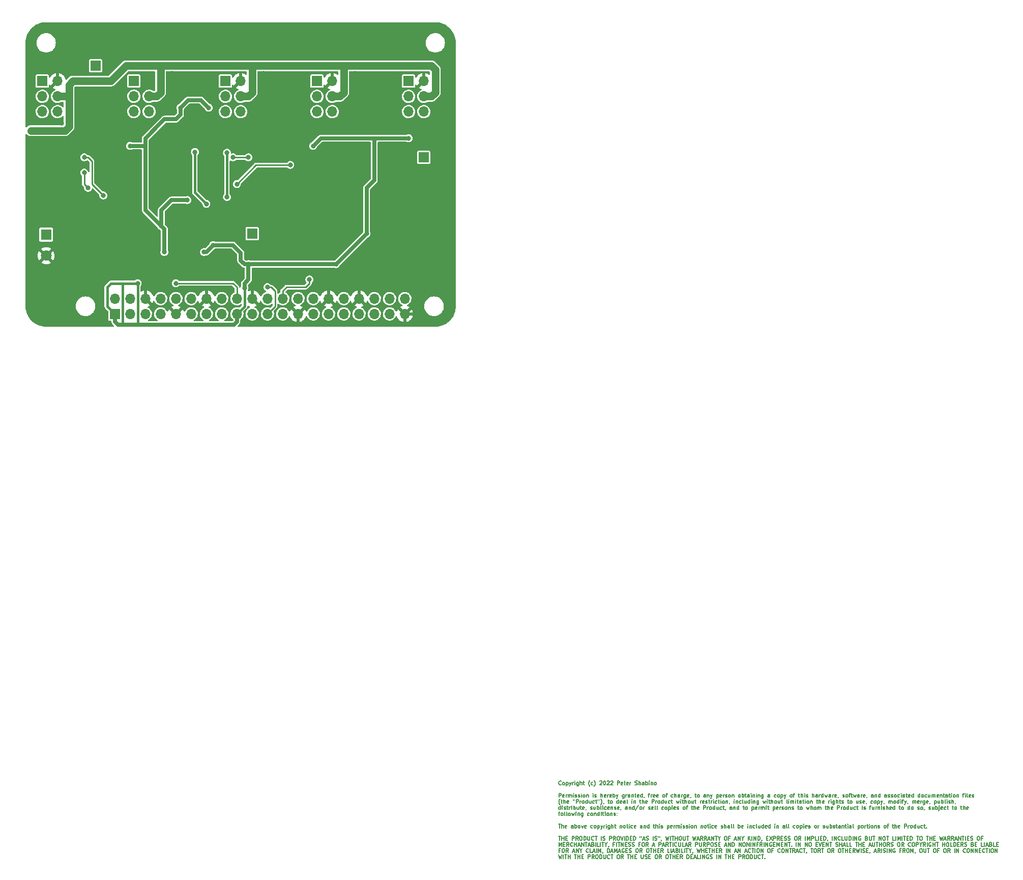
<source format=gbr>
%TF.GenerationSoftware,KiCad,Pcbnew,(6.0.0)*%
%TF.CreationDate,2022-02-07T22:24:18-06:00*%
%TF.ProjectId,PiDRO_interface,50694452-4f5f-4696-9e74-657266616365,rev?*%
%TF.SameCoordinates,Original*%
%TF.FileFunction,Copper,L2,Bot*%
%TF.FilePolarity,Positive*%
%FSLAX46Y46*%
G04 Gerber Fmt 4.6, Leading zero omitted, Abs format (unit mm)*
G04 Created by KiCad (PCBNEW (6.0.0)) date 2022-02-07 22:24:18*
%MOMM*%
%LPD*%
G01*
G04 APERTURE LIST*
%ADD10C,0.158750*%
%TA.AperFunction,NonConductor*%
%ADD11C,0.158750*%
%TD*%
%TA.AperFunction,ComponentPad*%
%ADD12C,1.800000*%
%TD*%
%TA.AperFunction,ComponentPad*%
%ADD13R,1.800000X1.800000*%
%TD*%
%TA.AperFunction,ComponentPad*%
%ADD14R,1.700000X1.700000*%
%TD*%
%TA.AperFunction,ComponentPad*%
%ADD15O,1.700000X1.700000*%
%TD*%
%TA.AperFunction,ViaPad*%
%ADD16C,0.800000*%
%TD*%
%TA.AperFunction,Conductor*%
%ADD17C,0.254000*%
%TD*%
%TA.AperFunction,Conductor*%
%ADD18C,1.270000*%
%TD*%
%TA.AperFunction,Conductor*%
%ADD19C,0.635000*%
%TD*%
%TA.AperFunction,Conductor*%
%ADD20C,0.381000*%
%TD*%
%TA.AperFunction,Conductor*%
%ADD21C,0.508000*%
%TD*%
G04 APERTURE END LIST*
D10*
D11*
X180322235Y-167819160D02*
X180291997Y-167849398D01*
X180201282Y-167879636D01*
X180140806Y-167879636D01*
X180050092Y-167849398D01*
X179989616Y-167788922D01*
X179959377Y-167728446D01*
X179929139Y-167607494D01*
X179929139Y-167516779D01*
X179959377Y-167395827D01*
X179989616Y-167335351D01*
X180050092Y-167274875D01*
X180140806Y-167244636D01*
X180201282Y-167244636D01*
X180291997Y-167274875D01*
X180322235Y-167305113D01*
X180685092Y-167879636D02*
X180624616Y-167849398D01*
X180594377Y-167819160D01*
X180564139Y-167758684D01*
X180564139Y-167577255D01*
X180594377Y-167516779D01*
X180624616Y-167486541D01*
X180685092Y-167456303D01*
X180775806Y-167456303D01*
X180836282Y-167486541D01*
X180866520Y-167516779D01*
X180896758Y-167577255D01*
X180896758Y-167758684D01*
X180866520Y-167819160D01*
X180836282Y-167849398D01*
X180775806Y-167879636D01*
X180685092Y-167879636D01*
X181168901Y-167456303D02*
X181168901Y-168091303D01*
X181168901Y-167486541D02*
X181229377Y-167456303D01*
X181350330Y-167456303D01*
X181410806Y-167486541D01*
X181441044Y-167516779D01*
X181471282Y-167577255D01*
X181471282Y-167758684D01*
X181441044Y-167819160D01*
X181410806Y-167849398D01*
X181350330Y-167879636D01*
X181229377Y-167879636D01*
X181168901Y-167849398D01*
X181682949Y-167456303D02*
X181834139Y-167879636D01*
X181985330Y-167456303D02*
X181834139Y-167879636D01*
X181773663Y-168030827D01*
X181743425Y-168061065D01*
X181682949Y-168091303D01*
X182227235Y-167879636D02*
X182227235Y-167456303D01*
X182227235Y-167577255D02*
X182257473Y-167516779D01*
X182287711Y-167486541D01*
X182348187Y-167456303D01*
X182408663Y-167456303D01*
X182620330Y-167879636D02*
X182620330Y-167456303D01*
X182620330Y-167244636D02*
X182590092Y-167274875D01*
X182620330Y-167305113D01*
X182650568Y-167274875D01*
X182620330Y-167244636D01*
X182620330Y-167305113D01*
X183194854Y-167456303D02*
X183194854Y-167970351D01*
X183164616Y-168030827D01*
X183134377Y-168061065D01*
X183073901Y-168091303D01*
X182983187Y-168091303D01*
X182922711Y-168061065D01*
X183194854Y-167849398D02*
X183134377Y-167879636D01*
X183013425Y-167879636D01*
X182952949Y-167849398D01*
X182922711Y-167819160D01*
X182892473Y-167758684D01*
X182892473Y-167577255D01*
X182922711Y-167516779D01*
X182952949Y-167486541D01*
X183013425Y-167456303D01*
X183134377Y-167456303D01*
X183194854Y-167486541D01*
X183497235Y-167879636D02*
X183497235Y-167244636D01*
X183769377Y-167879636D02*
X183769377Y-167547017D01*
X183739139Y-167486541D01*
X183678663Y-167456303D01*
X183587949Y-167456303D01*
X183527473Y-167486541D01*
X183497235Y-167516779D01*
X183981044Y-167456303D02*
X184222949Y-167456303D01*
X184071758Y-167244636D02*
X184071758Y-167788922D01*
X184101997Y-167849398D01*
X184162473Y-167879636D01*
X184222949Y-167879636D01*
X185099854Y-168121541D02*
X185069616Y-168091303D01*
X185009139Y-168000589D01*
X184978901Y-167940113D01*
X184948663Y-167849398D01*
X184918425Y-167698208D01*
X184918425Y-167577255D01*
X184948663Y-167426065D01*
X184978901Y-167335351D01*
X185009139Y-167274875D01*
X185069616Y-167184160D01*
X185099854Y-167153922D01*
X185613901Y-167849398D02*
X185553425Y-167879636D01*
X185432473Y-167879636D01*
X185371997Y-167849398D01*
X185341758Y-167819160D01*
X185311520Y-167758684D01*
X185311520Y-167577255D01*
X185341758Y-167516779D01*
X185371997Y-167486541D01*
X185432473Y-167456303D01*
X185553425Y-167456303D01*
X185613901Y-167486541D01*
X185825568Y-168121541D02*
X185855806Y-168091303D01*
X185916282Y-168000589D01*
X185946520Y-167940113D01*
X185976758Y-167849398D01*
X186006997Y-167698208D01*
X186006997Y-167577255D01*
X185976758Y-167426065D01*
X185946520Y-167335351D01*
X185916282Y-167274875D01*
X185855806Y-167184160D01*
X185825568Y-167153922D01*
X186762949Y-167305113D02*
X186793187Y-167274875D01*
X186853663Y-167244636D01*
X187004854Y-167244636D01*
X187065330Y-167274875D01*
X187095568Y-167305113D01*
X187125806Y-167365589D01*
X187125806Y-167426065D01*
X187095568Y-167516779D01*
X186732711Y-167879636D01*
X187125806Y-167879636D01*
X187518901Y-167244636D02*
X187579377Y-167244636D01*
X187639854Y-167274875D01*
X187670092Y-167305113D01*
X187700330Y-167365589D01*
X187730568Y-167486541D01*
X187730568Y-167637732D01*
X187700330Y-167758684D01*
X187670092Y-167819160D01*
X187639854Y-167849398D01*
X187579377Y-167879636D01*
X187518901Y-167879636D01*
X187458425Y-167849398D01*
X187428187Y-167819160D01*
X187397949Y-167758684D01*
X187367711Y-167637732D01*
X187367711Y-167486541D01*
X187397949Y-167365589D01*
X187428187Y-167305113D01*
X187458425Y-167274875D01*
X187518901Y-167244636D01*
X187972473Y-167305113D02*
X188002711Y-167274875D01*
X188063187Y-167244636D01*
X188214377Y-167244636D01*
X188274854Y-167274875D01*
X188305092Y-167305113D01*
X188335330Y-167365589D01*
X188335330Y-167426065D01*
X188305092Y-167516779D01*
X187942235Y-167879636D01*
X188335330Y-167879636D01*
X188577235Y-167305113D02*
X188607473Y-167274875D01*
X188667949Y-167244636D01*
X188819139Y-167244636D01*
X188879616Y-167274875D01*
X188909854Y-167305113D01*
X188940092Y-167365589D01*
X188940092Y-167426065D01*
X188909854Y-167516779D01*
X188546997Y-167879636D01*
X188940092Y-167879636D01*
X189696044Y-167879636D02*
X189696044Y-167244636D01*
X189937949Y-167244636D01*
X189998425Y-167274875D01*
X190028663Y-167305113D01*
X190058901Y-167365589D01*
X190058901Y-167456303D01*
X190028663Y-167516779D01*
X189998425Y-167547017D01*
X189937949Y-167577255D01*
X189696044Y-167577255D01*
X190572949Y-167849398D02*
X190512473Y-167879636D01*
X190391520Y-167879636D01*
X190331044Y-167849398D01*
X190300806Y-167788922D01*
X190300806Y-167547017D01*
X190331044Y-167486541D01*
X190391520Y-167456303D01*
X190512473Y-167456303D01*
X190572949Y-167486541D01*
X190603187Y-167547017D01*
X190603187Y-167607494D01*
X190300806Y-167667970D01*
X190784616Y-167456303D02*
X191026520Y-167456303D01*
X190875330Y-167244636D02*
X190875330Y-167788922D01*
X190905568Y-167849398D01*
X190966044Y-167879636D01*
X191026520Y-167879636D01*
X191480092Y-167849398D02*
X191419616Y-167879636D01*
X191298663Y-167879636D01*
X191238187Y-167849398D01*
X191207949Y-167788922D01*
X191207949Y-167547017D01*
X191238187Y-167486541D01*
X191298663Y-167456303D01*
X191419616Y-167456303D01*
X191480092Y-167486541D01*
X191510330Y-167547017D01*
X191510330Y-167607494D01*
X191207949Y-167667970D01*
X191782473Y-167879636D02*
X191782473Y-167456303D01*
X191782473Y-167577255D02*
X191812711Y-167516779D01*
X191842949Y-167486541D01*
X191903425Y-167456303D01*
X191963901Y-167456303D01*
X192629139Y-167849398D02*
X192719854Y-167879636D01*
X192871044Y-167879636D01*
X192931520Y-167849398D01*
X192961758Y-167819160D01*
X192991997Y-167758684D01*
X192991997Y-167698208D01*
X192961758Y-167637732D01*
X192931520Y-167607494D01*
X192871044Y-167577255D01*
X192750092Y-167547017D01*
X192689616Y-167516779D01*
X192659377Y-167486541D01*
X192629139Y-167426065D01*
X192629139Y-167365589D01*
X192659377Y-167305113D01*
X192689616Y-167274875D01*
X192750092Y-167244636D01*
X192901282Y-167244636D01*
X192991997Y-167274875D01*
X193264139Y-167879636D02*
X193264139Y-167244636D01*
X193536282Y-167879636D02*
X193536282Y-167547017D01*
X193506044Y-167486541D01*
X193445568Y-167456303D01*
X193354854Y-167456303D01*
X193294377Y-167486541D01*
X193264139Y-167516779D01*
X194110806Y-167879636D02*
X194110806Y-167547017D01*
X194080568Y-167486541D01*
X194020092Y-167456303D01*
X193899139Y-167456303D01*
X193838663Y-167486541D01*
X194110806Y-167849398D02*
X194050330Y-167879636D01*
X193899139Y-167879636D01*
X193838663Y-167849398D01*
X193808425Y-167788922D01*
X193808425Y-167728446D01*
X193838663Y-167667970D01*
X193899139Y-167637732D01*
X194050330Y-167637732D01*
X194110806Y-167607494D01*
X194413187Y-167879636D02*
X194413187Y-167244636D01*
X194413187Y-167486541D02*
X194473663Y-167456303D01*
X194594616Y-167456303D01*
X194655092Y-167486541D01*
X194685330Y-167516779D01*
X194715568Y-167577255D01*
X194715568Y-167758684D01*
X194685330Y-167819160D01*
X194655092Y-167849398D01*
X194594616Y-167879636D01*
X194473663Y-167879636D01*
X194413187Y-167849398D01*
X194987711Y-167879636D02*
X194987711Y-167456303D01*
X194987711Y-167244636D02*
X194957473Y-167274875D01*
X194987711Y-167305113D01*
X195017949Y-167274875D01*
X194987711Y-167244636D01*
X194987711Y-167305113D01*
X195290092Y-167456303D02*
X195290092Y-167879636D01*
X195290092Y-167516779D02*
X195320330Y-167486541D01*
X195380806Y-167456303D01*
X195471520Y-167456303D01*
X195531997Y-167486541D01*
X195562235Y-167547017D01*
X195562235Y-167879636D01*
X195955330Y-167879636D02*
X195894854Y-167849398D01*
X195864616Y-167819160D01*
X195834377Y-167758684D01*
X195834377Y-167577255D01*
X195864616Y-167516779D01*
X195894854Y-167486541D01*
X195955330Y-167456303D01*
X196046044Y-167456303D01*
X196106520Y-167486541D01*
X196136758Y-167516779D01*
X196166997Y-167577255D01*
X196166997Y-167758684D01*
X196136758Y-167819160D01*
X196106520Y-167849398D01*
X196046044Y-167879636D01*
X195955330Y-167879636D01*
X179959377Y-169924336D02*
X179959377Y-169289336D01*
X180201282Y-169289336D01*
X180261758Y-169319575D01*
X180291997Y-169349813D01*
X180322235Y-169410289D01*
X180322235Y-169501003D01*
X180291997Y-169561479D01*
X180261758Y-169591717D01*
X180201282Y-169621955D01*
X179959377Y-169621955D01*
X180836282Y-169894098D02*
X180775806Y-169924336D01*
X180654854Y-169924336D01*
X180594377Y-169894098D01*
X180564139Y-169833622D01*
X180564139Y-169591717D01*
X180594377Y-169531241D01*
X180654854Y-169501003D01*
X180775806Y-169501003D01*
X180836282Y-169531241D01*
X180866520Y-169591717D01*
X180866520Y-169652194D01*
X180564139Y-169712670D01*
X181138663Y-169924336D02*
X181138663Y-169501003D01*
X181138663Y-169621955D02*
X181168901Y-169561479D01*
X181199139Y-169531241D01*
X181259616Y-169501003D01*
X181320092Y-169501003D01*
X181531758Y-169924336D02*
X181531758Y-169501003D01*
X181531758Y-169561479D02*
X181561997Y-169531241D01*
X181622473Y-169501003D01*
X181713187Y-169501003D01*
X181773663Y-169531241D01*
X181803901Y-169591717D01*
X181803901Y-169924336D01*
X181803901Y-169591717D02*
X181834139Y-169531241D01*
X181894616Y-169501003D01*
X181985330Y-169501003D01*
X182045806Y-169531241D01*
X182076044Y-169591717D01*
X182076044Y-169924336D01*
X182378425Y-169924336D02*
X182378425Y-169501003D01*
X182378425Y-169289336D02*
X182348187Y-169319575D01*
X182378425Y-169349813D01*
X182408663Y-169319575D01*
X182378425Y-169289336D01*
X182378425Y-169349813D01*
X182650568Y-169894098D02*
X182711044Y-169924336D01*
X182831997Y-169924336D01*
X182892473Y-169894098D01*
X182922711Y-169833622D01*
X182922711Y-169803384D01*
X182892473Y-169742908D01*
X182831997Y-169712670D01*
X182741282Y-169712670D01*
X182680806Y-169682432D01*
X182650568Y-169621955D01*
X182650568Y-169591717D01*
X182680806Y-169531241D01*
X182741282Y-169501003D01*
X182831997Y-169501003D01*
X182892473Y-169531241D01*
X183164616Y-169894098D02*
X183225092Y-169924336D01*
X183346044Y-169924336D01*
X183406520Y-169894098D01*
X183436758Y-169833622D01*
X183436758Y-169803384D01*
X183406520Y-169742908D01*
X183346044Y-169712670D01*
X183255330Y-169712670D01*
X183194854Y-169682432D01*
X183164616Y-169621955D01*
X183164616Y-169591717D01*
X183194854Y-169531241D01*
X183255330Y-169501003D01*
X183346044Y-169501003D01*
X183406520Y-169531241D01*
X183708901Y-169924336D02*
X183708901Y-169501003D01*
X183708901Y-169289336D02*
X183678663Y-169319575D01*
X183708901Y-169349813D01*
X183739139Y-169319575D01*
X183708901Y-169289336D01*
X183708901Y-169349813D01*
X184101997Y-169924336D02*
X184041520Y-169894098D01*
X184011282Y-169863860D01*
X183981044Y-169803384D01*
X183981044Y-169621955D01*
X184011282Y-169561479D01*
X184041520Y-169531241D01*
X184101997Y-169501003D01*
X184192711Y-169501003D01*
X184253187Y-169531241D01*
X184283425Y-169561479D01*
X184313663Y-169621955D01*
X184313663Y-169803384D01*
X184283425Y-169863860D01*
X184253187Y-169894098D01*
X184192711Y-169924336D01*
X184101997Y-169924336D01*
X184585806Y-169501003D02*
X184585806Y-169924336D01*
X184585806Y-169561479D02*
X184616044Y-169531241D01*
X184676520Y-169501003D01*
X184767235Y-169501003D01*
X184827711Y-169531241D01*
X184857949Y-169591717D01*
X184857949Y-169924336D01*
X185644139Y-169924336D02*
X185644139Y-169501003D01*
X185644139Y-169289336D02*
X185613901Y-169319575D01*
X185644139Y-169349813D01*
X185674377Y-169319575D01*
X185644139Y-169289336D01*
X185644139Y-169349813D01*
X185916282Y-169894098D02*
X185976758Y-169924336D01*
X186097711Y-169924336D01*
X186158187Y-169894098D01*
X186188425Y-169833622D01*
X186188425Y-169803384D01*
X186158187Y-169742908D01*
X186097711Y-169712670D01*
X186006997Y-169712670D01*
X185946520Y-169682432D01*
X185916282Y-169621955D01*
X185916282Y-169591717D01*
X185946520Y-169531241D01*
X186006997Y-169501003D01*
X186097711Y-169501003D01*
X186158187Y-169531241D01*
X186944377Y-169924336D02*
X186944377Y-169289336D01*
X187216520Y-169924336D02*
X187216520Y-169591717D01*
X187186282Y-169531241D01*
X187125806Y-169501003D01*
X187035092Y-169501003D01*
X186974616Y-169531241D01*
X186944377Y-169561479D01*
X187760806Y-169894098D02*
X187700330Y-169924336D01*
X187579377Y-169924336D01*
X187518901Y-169894098D01*
X187488663Y-169833622D01*
X187488663Y-169591717D01*
X187518901Y-169531241D01*
X187579377Y-169501003D01*
X187700330Y-169501003D01*
X187760806Y-169531241D01*
X187791044Y-169591717D01*
X187791044Y-169652194D01*
X187488663Y-169712670D01*
X188063187Y-169924336D02*
X188063187Y-169501003D01*
X188063187Y-169621955D02*
X188093425Y-169561479D01*
X188123663Y-169531241D01*
X188184139Y-169501003D01*
X188244616Y-169501003D01*
X188698187Y-169894098D02*
X188637711Y-169924336D01*
X188516758Y-169924336D01*
X188456282Y-169894098D01*
X188426044Y-169833622D01*
X188426044Y-169591717D01*
X188456282Y-169531241D01*
X188516758Y-169501003D01*
X188637711Y-169501003D01*
X188698187Y-169531241D01*
X188728425Y-169591717D01*
X188728425Y-169652194D01*
X188426044Y-169712670D01*
X189000568Y-169924336D02*
X189000568Y-169289336D01*
X189000568Y-169531241D02*
X189061044Y-169501003D01*
X189181997Y-169501003D01*
X189242473Y-169531241D01*
X189272711Y-169561479D01*
X189302949Y-169621955D01*
X189302949Y-169803384D01*
X189272711Y-169863860D01*
X189242473Y-169894098D01*
X189181997Y-169924336D01*
X189061044Y-169924336D01*
X189000568Y-169894098D01*
X189514616Y-169501003D02*
X189665806Y-169924336D01*
X189816997Y-169501003D02*
X189665806Y-169924336D01*
X189605330Y-170075527D01*
X189575092Y-170105765D01*
X189514616Y-170136003D01*
X190814854Y-169501003D02*
X190814854Y-170015051D01*
X190784616Y-170075527D01*
X190754377Y-170105765D01*
X190693901Y-170136003D01*
X190603187Y-170136003D01*
X190542711Y-170105765D01*
X190814854Y-169894098D02*
X190754377Y-169924336D01*
X190633425Y-169924336D01*
X190572949Y-169894098D01*
X190542711Y-169863860D01*
X190512473Y-169803384D01*
X190512473Y-169621955D01*
X190542711Y-169561479D01*
X190572949Y-169531241D01*
X190633425Y-169501003D01*
X190754377Y-169501003D01*
X190814854Y-169531241D01*
X191117235Y-169924336D02*
X191117235Y-169501003D01*
X191117235Y-169621955D02*
X191147473Y-169561479D01*
X191177711Y-169531241D01*
X191238187Y-169501003D01*
X191298663Y-169501003D01*
X191782473Y-169924336D02*
X191782473Y-169591717D01*
X191752235Y-169531241D01*
X191691758Y-169501003D01*
X191570806Y-169501003D01*
X191510330Y-169531241D01*
X191782473Y-169894098D02*
X191721997Y-169924336D01*
X191570806Y-169924336D01*
X191510330Y-169894098D01*
X191480092Y-169833622D01*
X191480092Y-169773146D01*
X191510330Y-169712670D01*
X191570806Y-169682432D01*
X191721997Y-169682432D01*
X191782473Y-169652194D01*
X192084854Y-169501003D02*
X192084854Y-169924336D01*
X192084854Y-169561479D02*
X192115092Y-169531241D01*
X192175568Y-169501003D01*
X192266282Y-169501003D01*
X192326758Y-169531241D01*
X192356997Y-169591717D01*
X192356997Y-169924336D01*
X192568663Y-169501003D02*
X192810568Y-169501003D01*
X192659377Y-169289336D02*
X192659377Y-169833622D01*
X192689616Y-169894098D01*
X192750092Y-169924336D01*
X192810568Y-169924336D01*
X193264139Y-169894098D02*
X193203663Y-169924336D01*
X193082711Y-169924336D01*
X193022235Y-169894098D01*
X192991997Y-169833622D01*
X192991997Y-169591717D01*
X193022235Y-169531241D01*
X193082711Y-169501003D01*
X193203663Y-169501003D01*
X193264139Y-169531241D01*
X193294377Y-169591717D01*
X193294377Y-169652194D01*
X192991997Y-169712670D01*
X193838663Y-169924336D02*
X193838663Y-169289336D01*
X193838663Y-169894098D02*
X193778187Y-169924336D01*
X193657235Y-169924336D01*
X193596758Y-169894098D01*
X193566520Y-169863860D01*
X193536282Y-169803384D01*
X193536282Y-169621955D01*
X193566520Y-169561479D01*
X193596758Y-169531241D01*
X193657235Y-169501003D01*
X193778187Y-169501003D01*
X193838663Y-169531241D01*
X194171282Y-169894098D02*
X194171282Y-169924336D01*
X194141044Y-169984813D01*
X194110806Y-170015051D01*
X194836520Y-169501003D02*
X195078425Y-169501003D01*
X194927235Y-169924336D02*
X194927235Y-169380051D01*
X194957473Y-169319575D01*
X195017949Y-169289336D01*
X195078425Y-169289336D01*
X195290092Y-169924336D02*
X195290092Y-169501003D01*
X195290092Y-169621955D02*
X195320330Y-169561479D01*
X195350568Y-169531241D01*
X195411044Y-169501003D01*
X195471520Y-169501003D01*
X195925092Y-169894098D02*
X195864616Y-169924336D01*
X195743663Y-169924336D01*
X195683187Y-169894098D01*
X195652949Y-169833622D01*
X195652949Y-169591717D01*
X195683187Y-169531241D01*
X195743663Y-169501003D01*
X195864616Y-169501003D01*
X195925092Y-169531241D01*
X195955330Y-169591717D01*
X195955330Y-169652194D01*
X195652949Y-169712670D01*
X196469377Y-169894098D02*
X196408901Y-169924336D01*
X196287949Y-169924336D01*
X196227473Y-169894098D01*
X196197235Y-169833622D01*
X196197235Y-169591717D01*
X196227473Y-169531241D01*
X196287949Y-169501003D01*
X196408901Y-169501003D01*
X196469377Y-169531241D01*
X196499616Y-169591717D01*
X196499616Y-169652194D01*
X196197235Y-169712670D01*
X197346282Y-169924336D02*
X197285806Y-169894098D01*
X197255568Y-169863860D01*
X197225330Y-169803384D01*
X197225330Y-169621955D01*
X197255568Y-169561479D01*
X197285806Y-169531241D01*
X197346282Y-169501003D01*
X197436997Y-169501003D01*
X197497473Y-169531241D01*
X197527711Y-169561479D01*
X197557949Y-169621955D01*
X197557949Y-169803384D01*
X197527711Y-169863860D01*
X197497473Y-169894098D01*
X197436997Y-169924336D01*
X197346282Y-169924336D01*
X197739377Y-169501003D02*
X197981282Y-169501003D01*
X197830092Y-169924336D02*
X197830092Y-169380051D01*
X197860330Y-169319575D01*
X197920806Y-169289336D01*
X197981282Y-169289336D01*
X198948901Y-169894098D02*
X198888425Y-169924336D01*
X198767473Y-169924336D01*
X198706997Y-169894098D01*
X198676758Y-169863860D01*
X198646520Y-169803384D01*
X198646520Y-169621955D01*
X198676758Y-169561479D01*
X198706997Y-169531241D01*
X198767473Y-169501003D01*
X198888425Y-169501003D01*
X198948901Y-169531241D01*
X199221044Y-169924336D02*
X199221044Y-169289336D01*
X199493187Y-169924336D02*
X199493187Y-169591717D01*
X199462949Y-169531241D01*
X199402473Y-169501003D01*
X199311758Y-169501003D01*
X199251282Y-169531241D01*
X199221044Y-169561479D01*
X200067711Y-169924336D02*
X200067711Y-169591717D01*
X200037473Y-169531241D01*
X199976997Y-169501003D01*
X199856044Y-169501003D01*
X199795568Y-169531241D01*
X200067711Y-169894098D02*
X200007235Y-169924336D01*
X199856044Y-169924336D01*
X199795568Y-169894098D01*
X199765330Y-169833622D01*
X199765330Y-169773146D01*
X199795568Y-169712670D01*
X199856044Y-169682432D01*
X200007235Y-169682432D01*
X200067711Y-169652194D01*
X200370092Y-169924336D02*
X200370092Y-169501003D01*
X200370092Y-169621955D02*
X200400330Y-169561479D01*
X200430568Y-169531241D01*
X200491044Y-169501003D01*
X200551520Y-169501003D01*
X201035330Y-169501003D02*
X201035330Y-170015051D01*
X201005092Y-170075527D01*
X200974854Y-170105765D01*
X200914377Y-170136003D01*
X200823663Y-170136003D01*
X200763187Y-170105765D01*
X201035330Y-169894098D02*
X200974854Y-169924336D01*
X200853901Y-169924336D01*
X200793425Y-169894098D01*
X200763187Y-169863860D01*
X200732949Y-169803384D01*
X200732949Y-169621955D01*
X200763187Y-169561479D01*
X200793425Y-169531241D01*
X200853901Y-169501003D01*
X200974854Y-169501003D01*
X201035330Y-169531241D01*
X201579616Y-169894098D02*
X201519139Y-169924336D01*
X201398187Y-169924336D01*
X201337711Y-169894098D01*
X201307473Y-169833622D01*
X201307473Y-169591717D01*
X201337711Y-169531241D01*
X201398187Y-169501003D01*
X201519139Y-169501003D01*
X201579616Y-169531241D01*
X201609854Y-169591717D01*
X201609854Y-169652194D01*
X201307473Y-169712670D01*
X201912235Y-169894098D02*
X201912235Y-169924336D01*
X201881997Y-169984813D01*
X201851758Y-170015051D01*
X202577473Y-169501003D02*
X202819377Y-169501003D01*
X202668187Y-169289336D02*
X202668187Y-169833622D01*
X202698425Y-169894098D01*
X202758901Y-169924336D01*
X202819377Y-169924336D01*
X203121758Y-169924336D02*
X203061282Y-169894098D01*
X203031044Y-169863860D01*
X203000806Y-169803384D01*
X203000806Y-169621955D01*
X203031044Y-169561479D01*
X203061282Y-169531241D01*
X203121758Y-169501003D01*
X203212473Y-169501003D01*
X203272949Y-169531241D01*
X203303187Y-169561479D01*
X203333425Y-169621955D01*
X203333425Y-169803384D01*
X203303187Y-169863860D01*
X203272949Y-169894098D01*
X203212473Y-169924336D01*
X203121758Y-169924336D01*
X204361520Y-169924336D02*
X204361520Y-169591717D01*
X204331282Y-169531241D01*
X204270806Y-169501003D01*
X204149854Y-169501003D01*
X204089377Y-169531241D01*
X204361520Y-169894098D02*
X204301044Y-169924336D01*
X204149854Y-169924336D01*
X204089377Y-169894098D01*
X204059139Y-169833622D01*
X204059139Y-169773146D01*
X204089377Y-169712670D01*
X204149854Y-169682432D01*
X204301044Y-169682432D01*
X204361520Y-169652194D01*
X204663901Y-169501003D02*
X204663901Y-169924336D01*
X204663901Y-169561479D02*
X204694139Y-169531241D01*
X204754616Y-169501003D01*
X204845330Y-169501003D01*
X204905806Y-169531241D01*
X204936044Y-169591717D01*
X204936044Y-169924336D01*
X205177949Y-169501003D02*
X205329139Y-169924336D01*
X205480330Y-169501003D02*
X205329139Y-169924336D01*
X205268663Y-170075527D01*
X205238425Y-170105765D01*
X205177949Y-170136003D01*
X206206044Y-169501003D02*
X206206044Y-170136003D01*
X206206044Y-169531241D02*
X206266520Y-169501003D01*
X206387473Y-169501003D01*
X206447949Y-169531241D01*
X206478187Y-169561479D01*
X206508425Y-169621955D01*
X206508425Y-169803384D01*
X206478187Y-169863860D01*
X206447949Y-169894098D01*
X206387473Y-169924336D01*
X206266520Y-169924336D01*
X206206044Y-169894098D01*
X207022473Y-169894098D02*
X206961997Y-169924336D01*
X206841044Y-169924336D01*
X206780568Y-169894098D01*
X206750330Y-169833622D01*
X206750330Y-169591717D01*
X206780568Y-169531241D01*
X206841044Y-169501003D01*
X206961997Y-169501003D01*
X207022473Y-169531241D01*
X207052711Y-169591717D01*
X207052711Y-169652194D01*
X206750330Y-169712670D01*
X207324854Y-169924336D02*
X207324854Y-169501003D01*
X207324854Y-169621955D02*
X207355092Y-169561479D01*
X207385330Y-169531241D01*
X207445806Y-169501003D01*
X207506282Y-169501003D01*
X207687711Y-169894098D02*
X207748187Y-169924336D01*
X207869139Y-169924336D01*
X207929616Y-169894098D01*
X207959854Y-169833622D01*
X207959854Y-169803384D01*
X207929616Y-169742908D01*
X207869139Y-169712670D01*
X207778425Y-169712670D01*
X207717949Y-169682432D01*
X207687711Y-169621955D01*
X207687711Y-169591717D01*
X207717949Y-169531241D01*
X207778425Y-169501003D01*
X207869139Y-169501003D01*
X207929616Y-169531241D01*
X208322711Y-169924336D02*
X208262235Y-169894098D01*
X208231997Y-169863860D01*
X208201758Y-169803384D01*
X208201758Y-169621955D01*
X208231997Y-169561479D01*
X208262235Y-169531241D01*
X208322711Y-169501003D01*
X208413425Y-169501003D01*
X208473901Y-169531241D01*
X208504139Y-169561479D01*
X208534377Y-169621955D01*
X208534377Y-169803384D01*
X208504139Y-169863860D01*
X208473901Y-169894098D01*
X208413425Y-169924336D01*
X208322711Y-169924336D01*
X208806520Y-169501003D02*
X208806520Y-169924336D01*
X208806520Y-169561479D02*
X208836758Y-169531241D01*
X208897235Y-169501003D01*
X208987949Y-169501003D01*
X209048425Y-169531241D01*
X209078663Y-169591717D01*
X209078663Y-169924336D01*
X209955568Y-169924336D02*
X209895092Y-169894098D01*
X209864854Y-169863860D01*
X209834616Y-169803384D01*
X209834616Y-169621955D01*
X209864854Y-169561479D01*
X209895092Y-169531241D01*
X209955568Y-169501003D01*
X210046282Y-169501003D01*
X210106758Y-169531241D01*
X210136997Y-169561479D01*
X210167235Y-169621955D01*
X210167235Y-169803384D01*
X210136997Y-169863860D01*
X210106758Y-169894098D01*
X210046282Y-169924336D01*
X209955568Y-169924336D01*
X210439377Y-169924336D02*
X210439377Y-169289336D01*
X210439377Y-169531241D02*
X210499854Y-169501003D01*
X210620806Y-169501003D01*
X210681282Y-169531241D01*
X210711520Y-169561479D01*
X210741758Y-169621955D01*
X210741758Y-169803384D01*
X210711520Y-169863860D01*
X210681282Y-169894098D01*
X210620806Y-169924336D01*
X210499854Y-169924336D01*
X210439377Y-169894098D01*
X210923187Y-169501003D02*
X211165092Y-169501003D01*
X211013901Y-169289336D02*
X211013901Y-169833622D01*
X211044139Y-169894098D01*
X211104616Y-169924336D01*
X211165092Y-169924336D01*
X211648901Y-169924336D02*
X211648901Y-169591717D01*
X211618663Y-169531241D01*
X211558187Y-169501003D01*
X211437235Y-169501003D01*
X211376758Y-169531241D01*
X211648901Y-169894098D02*
X211588425Y-169924336D01*
X211437235Y-169924336D01*
X211376758Y-169894098D01*
X211346520Y-169833622D01*
X211346520Y-169773146D01*
X211376758Y-169712670D01*
X211437235Y-169682432D01*
X211588425Y-169682432D01*
X211648901Y-169652194D01*
X211951282Y-169924336D02*
X211951282Y-169501003D01*
X211951282Y-169289336D02*
X211921044Y-169319575D01*
X211951282Y-169349813D01*
X211981520Y-169319575D01*
X211951282Y-169289336D01*
X211951282Y-169349813D01*
X212253663Y-169501003D02*
X212253663Y-169924336D01*
X212253663Y-169561479D02*
X212283901Y-169531241D01*
X212344377Y-169501003D01*
X212435092Y-169501003D01*
X212495568Y-169531241D01*
X212525806Y-169591717D01*
X212525806Y-169924336D01*
X212828187Y-169924336D02*
X212828187Y-169501003D01*
X212828187Y-169289336D02*
X212797949Y-169319575D01*
X212828187Y-169349813D01*
X212858425Y-169319575D01*
X212828187Y-169289336D01*
X212828187Y-169349813D01*
X213130568Y-169501003D02*
X213130568Y-169924336D01*
X213130568Y-169561479D02*
X213160806Y-169531241D01*
X213221282Y-169501003D01*
X213311997Y-169501003D01*
X213372473Y-169531241D01*
X213402711Y-169591717D01*
X213402711Y-169924336D01*
X213977235Y-169501003D02*
X213977235Y-170015051D01*
X213946997Y-170075527D01*
X213916758Y-170105765D01*
X213856282Y-170136003D01*
X213765568Y-170136003D01*
X213705092Y-170105765D01*
X213977235Y-169894098D02*
X213916758Y-169924336D01*
X213795806Y-169924336D01*
X213735330Y-169894098D01*
X213705092Y-169863860D01*
X213674854Y-169803384D01*
X213674854Y-169621955D01*
X213705092Y-169561479D01*
X213735330Y-169531241D01*
X213795806Y-169501003D01*
X213916758Y-169501003D01*
X213977235Y-169531241D01*
X215035568Y-169924336D02*
X215035568Y-169591717D01*
X215005330Y-169531241D01*
X214944854Y-169501003D01*
X214823901Y-169501003D01*
X214763425Y-169531241D01*
X215035568Y-169894098D02*
X214975092Y-169924336D01*
X214823901Y-169924336D01*
X214763425Y-169894098D01*
X214733187Y-169833622D01*
X214733187Y-169773146D01*
X214763425Y-169712670D01*
X214823901Y-169682432D01*
X214975092Y-169682432D01*
X215035568Y-169652194D01*
X216093901Y-169894098D02*
X216033425Y-169924336D01*
X215912473Y-169924336D01*
X215851997Y-169894098D01*
X215821758Y-169863860D01*
X215791520Y-169803384D01*
X215791520Y-169621955D01*
X215821758Y-169561479D01*
X215851997Y-169531241D01*
X215912473Y-169501003D01*
X216033425Y-169501003D01*
X216093901Y-169531241D01*
X216456758Y-169924336D02*
X216396282Y-169894098D01*
X216366044Y-169863860D01*
X216335806Y-169803384D01*
X216335806Y-169621955D01*
X216366044Y-169561479D01*
X216396282Y-169531241D01*
X216456758Y-169501003D01*
X216547473Y-169501003D01*
X216607949Y-169531241D01*
X216638187Y-169561479D01*
X216668425Y-169621955D01*
X216668425Y-169803384D01*
X216638187Y-169863860D01*
X216607949Y-169894098D01*
X216547473Y-169924336D01*
X216456758Y-169924336D01*
X216940568Y-169501003D02*
X216940568Y-170136003D01*
X216940568Y-169531241D02*
X217001044Y-169501003D01*
X217121997Y-169501003D01*
X217182473Y-169531241D01*
X217212711Y-169561479D01*
X217242949Y-169621955D01*
X217242949Y-169803384D01*
X217212711Y-169863860D01*
X217182473Y-169894098D01*
X217121997Y-169924336D01*
X217001044Y-169924336D01*
X216940568Y-169894098D01*
X217454616Y-169501003D02*
X217605806Y-169924336D01*
X217756997Y-169501003D02*
X217605806Y-169924336D01*
X217545330Y-170075527D01*
X217515092Y-170105765D01*
X217454616Y-170136003D01*
X218573425Y-169924336D02*
X218512949Y-169894098D01*
X218482711Y-169863860D01*
X218452473Y-169803384D01*
X218452473Y-169621955D01*
X218482711Y-169561479D01*
X218512949Y-169531241D01*
X218573425Y-169501003D01*
X218664139Y-169501003D01*
X218724616Y-169531241D01*
X218754854Y-169561479D01*
X218785092Y-169621955D01*
X218785092Y-169803384D01*
X218754854Y-169863860D01*
X218724616Y-169894098D01*
X218664139Y-169924336D01*
X218573425Y-169924336D01*
X218966520Y-169501003D02*
X219208425Y-169501003D01*
X219057235Y-169924336D02*
X219057235Y-169380051D01*
X219087473Y-169319575D01*
X219147949Y-169289336D01*
X219208425Y-169289336D01*
X219813187Y-169501003D02*
X220055092Y-169501003D01*
X219903901Y-169289336D02*
X219903901Y-169833622D01*
X219934139Y-169894098D01*
X219994616Y-169924336D01*
X220055092Y-169924336D01*
X220266758Y-169924336D02*
X220266758Y-169289336D01*
X220538901Y-169924336D02*
X220538901Y-169591717D01*
X220508663Y-169531241D01*
X220448187Y-169501003D01*
X220357473Y-169501003D01*
X220296997Y-169531241D01*
X220266758Y-169561479D01*
X220841282Y-169924336D02*
X220841282Y-169501003D01*
X220841282Y-169289336D02*
X220811044Y-169319575D01*
X220841282Y-169349813D01*
X220871520Y-169319575D01*
X220841282Y-169289336D01*
X220841282Y-169349813D01*
X221113425Y-169894098D02*
X221173901Y-169924336D01*
X221294854Y-169924336D01*
X221355330Y-169894098D01*
X221385568Y-169833622D01*
X221385568Y-169803384D01*
X221355330Y-169742908D01*
X221294854Y-169712670D01*
X221204139Y-169712670D01*
X221143663Y-169682432D01*
X221113425Y-169621955D01*
X221113425Y-169591717D01*
X221143663Y-169531241D01*
X221204139Y-169501003D01*
X221294854Y-169501003D01*
X221355330Y-169531241D01*
X222141520Y-169924336D02*
X222141520Y-169289336D01*
X222413663Y-169924336D02*
X222413663Y-169591717D01*
X222383425Y-169531241D01*
X222322949Y-169501003D01*
X222232235Y-169501003D01*
X222171758Y-169531241D01*
X222141520Y-169561479D01*
X222988187Y-169924336D02*
X222988187Y-169591717D01*
X222957949Y-169531241D01*
X222897473Y-169501003D01*
X222776520Y-169501003D01*
X222716044Y-169531241D01*
X222988187Y-169894098D02*
X222927711Y-169924336D01*
X222776520Y-169924336D01*
X222716044Y-169894098D01*
X222685806Y-169833622D01*
X222685806Y-169773146D01*
X222716044Y-169712670D01*
X222776520Y-169682432D01*
X222927711Y-169682432D01*
X222988187Y-169652194D01*
X223290568Y-169924336D02*
X223290568Y-169501003D01*
X223290568Y-169621955D02*
X223320806Y-169561479D01*
X223351044Y-169531241D01*
X223411520Y-169501003D01*
X223471997Y-169501003D01*
X223955806Y-169924336D02*
X223955806Y-169289336D01*
X223955806Y-169894098D02*
X223895330Y-169924336D01*
X223774377Y-169924336D01*
X223713901Y-169894098D01*
X223683663Y-169863860D01*
X223653425Y-169803384D01*
X223653425Y-169621955D01*
X223683663Y-169561479D01*
X223713901Y-169531241D01*
X223774377Y-169501003D01*
X223895330Y-169501003D01*
X223955806Y-169531241D01*
X224197711Y-169501003D02*
X224318663Y-169924336D01*
X224439616Y-169621955D01*
X224560568Y-169924336D01*
X224681520Y-169501003D01*
X225195568Y-169924336D02*
X225195568Y-169591717D01*
X225165330Y-169531241D01*
X225104854Y-169501003D01*
X224983901Y-169501003D01*
X224923425Y-169531241D01*
X225195568Y-169894098D02*
X225135092Y-169924336D01*
X224983901Y-169924336D01*
X224923425Y-169894098D01*
X224893187Y-169833622D01*
X224893187Y-169773146D01*
X224923425Y-169712670D01*
X224983901Y-169682432D01*
X225135092Y-169682432D01*
X225195568Y-169652194D01*
X225497949Y-169924336D02*
X225497949Y-169501003D01*
X225497949Y-169621955D02*
X225528187Y-169561479D01*
X225558425Y-169531241D01*
X225618901Y-169501003D01*
X225679377Y-169501003D01*
X226132949Y-169894098D02*
X226072473Y-169924336D01*
X225951520Y-169924336D01*
X225891044Y-169894098D01*
X225860806Y-169833622D01*
X225860806Y-169591717D01*
X225891044Y-169531241D01*
X225951520Y-169501003D01*
X226072473Y-169501003D01*
X226132949Y-169531241D01*
X226163187Y-169591717D01*
X226163187Y-169652194D01*
X225860806Y-169712670D01*
X226465568Y-169894098D02*
X226465568Y-169924336D01*
X226435330Y-169984813D01*
X226405092Y-170015051D01*
X227191282Y-169894098D02*
X227251758Y-169924336D01*
X227372711Y-169924336D01*
X227433187Y-169894098D01*
X227463425Y-169833622D01*
X227463425Y-169803384D01*
X227433187Y-169742908D01*
X227372711Y-169712670D01*
X227281997Y-169712670D01*
X227221520Y-169682432D01*
X227191282Y-169621955D01*
X227191282Y-169591717D01*
X227221520Y-169531241D01*
X227281997Y-169501003D01*
X227372711Y-169501003D01*
X227433187Y-169531241D01*
X227826282Y-169924336D02*
X227765806Y-169894098D01*
X227735568Y-169863860D01*
X227705330Y-169803384D01*
X227705330Y-169621955D01*
X227735568Y-169561479D01*
X227765806Y-169531241D01*
X227826282Y-169501003D01*
X227916997Y-169501003D01*
X227977473Y-169531241D01*
X228007711Y-169561479D01*
X228037949Y-169621955D01*
X228037949Y-169803384D01*
X228007711Y-169863860D01*
X227977473Y-169894098D01*
X227916997Y-169924336D01*
X227826282Y-169924336D01*
X228219377Y-169501003D02*
X228461282Y-169501003D01*
X228310092Y-169924336D02*
X228310092Y-169380051D01*
X228340330Y-169319575D01*
X228400806Y-169289336D01*
X228461282Y-169289336D01*
X228582235Y-169501003D02*
X228824139Y-169501003D01*
X228672949Y-169289336D02*
X228672949Y-169833622D01*
X228703187Y-169894098D01*
X228763663Y-169924336D01*
X228824139Y-169924336D01*
X228975330Y-169501003D02*
X229096282Y-169924336D01*
X229217235Y-169621955D01*
X229338187Y-169924336D01*
X229459139Y-169501003D01*
X229973187Y-169924336D02*
X229973187Y-169591717D01*
X229942949Y-169531241D01*
X229882473Y-169501003D01*
X229761520Y-169501003D01*
X229701044Y-169531241D01*
X229973187Y-169894098D02*
X229912711Y-169924336D01*
X229761520Y-169924336D01*
X229701044Y-169894098D01*
X229670806Y-169833622D01*
X229670806Y-169773146D01*
X229701044Y-169712670D01*
X229761520Y-169682432D01*
X229912711Y-169682432D01*
X229973187Y-169652194D01*
X230275568Y-169924336D02*
X230275568Y-169501003D01*
X230275568Y-169621955D02*
X230305806Y-169561479D01*
X230336044Y-169531241D01*
X230396520Y-169501003D01*
X230456997Y-169501003D01*
X230910568Y-169894098D02*
X230850092Y-169924336D01*
X230729139Y-169924336D01*
X230668663Y-169894098D01*
X230638425Y-169833622D01*
X230638425Y-169591717D01*
X230668663Y-169531241D01*
X230729139Y-169501003D01*
X230850092Y-169501003D01*
X230910568Y-169531241D01*
X230940806Y-169591717D01*
X230940806Y-169652194D01*
X230638425Y-169712670D01*
X231243187Y-169894098D02*
X231243187Y-169924336D01*
X231212949Y-169984813D01*
X231182711Y-170015051D01*
X232271282Y-169924336D02*
X232271282Y-169591717D01*
X232241044Y-169531241D01*
X232180568Y-169501003D01*
X232059616Y-169501003D01*
X231999139Y-169531241D01*
X232271282Y-169894098D02*
X232210806Y-169924336D01*
X232059616Y-169924336D01*
X231999139Y-169894098D01*
X231968901Y-169833622D01*
X231968901Y-169773146D01*
X231999139Y-169712670D01*
X232059616Y-169682432D01*
X232210806Y-169682432D01*
X232271282Y-169652194D01*
X232573663Y-169501003D02*
X232573663Y-169924336D01*
X232573663Y-169561479D02*
X232603901Y-169531241D01*
X232664377Y-169501003D01*
X232755092Y-169501003D01*
X232815568Y-169531241D01*
X232845806Y-169591717D01*
X232845806Y-169924336D01*
X233420330Y-169924336D02*
X233420330Y-169289336D01*
X233420330Y-169894098D02*
X233359854Y-169924336D01*
X233238901Y-169924336D01*
X233178425Y-169894098D01*
X233148187Y-169863860D01*
X233117949Y-169803384D01*
X233117949Y-169621955D01*
X233148187Y-169561479D01*
X233178425Y-169531241D01*
X233238901Y-169501003D01*
X233359854Y-169501003D01*
X233420330Y-169531241D01*
X234478663Y-169924336D02*
X234478663Y-169591717D01*
X234448425Y-169531241D01*
X234387949Y-169501003D01*
X234266997Y-169501003D01*
X234206520Y-169531241D01*
X234478663Y-169894098D02*
X234418187Y-169924336D01*
X234266997Y-169924336D01*
X234206520Y-169894098D01*
X234176282Y-169833622D01*
X234176282Y-169773146D01*
X234206520Y-169712670D01*
X234266997Y-169682432D01*
X234418187Y-169682432D01*
X234478663Y-169652194D01*
X234750806Y-169894098D02*
X234811282Y-169924336D01*
X234932235Y-169924336D01*
X234992711Y-169894098D01*
X235022949Y-169833622D01*
X235022949Y-169803384D01*
X234992711Y-169742908D01*
X234932235Y-169712670D01*
X234841520Y-169712670D01*
X234781044Y-169682432D01*
X234750806Y-169621955D01*
X234750806Y-169591717D01*
X234781044Y-169531241D01*
X234841520Y-169501003D01*
X234932235Y-169501003D01*
X234992711Y-169531241D01*
X235264854Y-169894098D02*
X235325330Y-169924336D01*
X235446282Y-169924336D01*
X235506758Y-169894098D01*
X235536997Y-169833622D01*
X235536997Y-169803384D01*
X235506758Y-169742908D01*
X235446282Y-169712670D01*
X235355568Y-169712670D01*
X235295092Y-169682432D01*
X235264854Y-169621955D01*
X235264854Y-169591717D01*
X235295092Y-169531241D01*
X235355568Y-169501003D01*
X235446282Y-169501003D01*
X235506758Y-169531241D01*
X235899854Y-169924336D02*
X235839377Y-169894098D01*
X235809139Y-169863860D01*
X235778901Y-169803384D01*
X235778901Y-169621955D01*
X235809139Y-169561479D01*
X235839377Y-169531241D01*
X235899854Y-169501003D01*
X235990568Y-169501003D01*
X236051044Y-169531241D01*
X236081282Y-169561479D01*
X236111520Y-169621955D01*
X236111520Y-169803384D01*
X236081282Y-169863860D01*
X236051044Y-169894098D01*
X235990568Y-169924336D01*
X235899854Y-169924336D01*
X236655806Y-169894098D02*
X236595330Y-169924336D01*
X236474377Y-169924336D01*
X236413901Y-169894098D01*
X236383663Y-169863860D01*
X236353425Y-169803384D01*
X236353425Y-169621955D01*
X236383663Y-169561479D01*
X236413901Y-169531241D01*
X236474377Y-169501003D01*
X236595330Y-169501003D01*
X236655806Y-169531241D01*
X236927949Y-169924336D02*
X236927949Y-169501003D01*
X236927949Y-169289336D02*
X236897711Y-169319575D01*
X236927949Y-169349813D01*
X236958187Y-169319575D01*
X236927949Y-169289336D01*
X236927949Y-169349813D01*
X237502473Y-169924336D02*
X237502473Y-169591717D01*
X237472235Y-169531241D01*
X237411758Y-169501003D01*
X237290806Y-169501003D01*
X237230330Y-169531241D01*
X237502473Y-169894098D02*
X237441997Y-169924336D01*
X237290806Y-169924336D01*
X237230330Y-169894098D01*
X237200092Y-169833622D01*
X237200092Y-169773146D01*
X237230330Y-169712670D01*
X237290806Y-169682432D01*
X237441997Y-169682432D01*
X237502473Y-169652194D01*
X237714139Y-169501003D02*
X237956044Y-169501003D01*
X237804854Y-169289336D02*
X237804854Y-169833622D01*
X237835092Y-169894098D01*
X237895568Y-169924336D01*
X237956044Y-169924336D01*
X238409616Y-169894098D02*
X238349139Y-169924336D01*
X238228187Y-169924336D01*
X238167711Y-169894098D01*
X238137473Y-169833622D01*
X238137473Y-169591717D01*
X238167711Y-169531241D01*
X238228187Y-169501003D01*
X238349139Y-169501003D01*
X238409616Y-169531241D01*
X238439854Y-169591717D01*
X238439854Y-169652194D01*
X238137473Y-169712670D01*
X238984139Y-169924336D02*
X238984139Y-169289336D01*
X238984139Y-169894098D02*
X238923663Y-169924336D01*
X238802711Y-169924336D01*
X238742235Y-169894098D01*
X238711997Y-169863860D01*
X238681758Y-169803384D01*
X238681758Y-169621955D01*
X238711997Y-169561479D01*
X238742235Y-169531241D01*
X238802711Y-169501003D01*
X238923663Y-169501003D01*
X238984139Y-169531241D01*
X240042473Y-169924336D02*
X240042473Y-169289336D01*
X240042473Y-169894098D02*
X239981997Y-169924336D01*
X239861044Y-169924336D01*
X239800568Y-169894098D01*
X239770330Y-169863860D01*
X239740092Y-169803384D01*
X239740092Y-169621955D01*
X239770330Y-169561479D01*
X239800568Y-169531241D01*
X239861044Y-169501003D01*
X239981997Y-169501003D01*
X240042473Y-169531241D01*
X240435568Y-169924336D02*
X240375092Y-169894098D01*
X240344854Y-169863860D01*
X240314616Y-169803384D01*
X240314616Y-169621955D01*
X240344854Y-169561479D01*
X240375092Y-169531241D01*
X240435568Y-169501003D01*
X240526282Y-169501003D01*
X240586758Y-169531241D01*
X240616997Y-169561479D01*
X240647235Y-169621955D01*
X240647235Y-169803384D01*
X240616997Y-169863860D01*
X240586758Y-169894098D01*
X240526282Y-169924336D01*
X240435568Y-169924336D01*
X241191520Y-169894098D02*
X241131044Y-169924336D01*
X241010092Y-169924336D01*
X240949616Y-169894098D01*
X240919377Y-169863860D01*
X240889139Y-169803384D01*
X240889139Y-169621955D01*
X240919377Y-169561479D01*
X240949616Y-169531241D01*
X241010092Y-169501003D01*
X241131044Y-169501003D01*
X241191520Y-169531241D01*
X241735806Y-169501003D02*
X241735806Y-169924336D01*
X241463663Y-169501003D02*
X241463663Y-169833622D01*
X241493901Y-169894098D01*
X241554377Y-169924336D01*
X241645092Y-169924336D01*
X241705568Y-169894098D01*
X241735806Y-169863860D01*
X242038187Y-169924336D02*
X242038187Y-169501003D01*
X242038187Y-169561479D02*
X242068425Y-169531241D01*
X242128901Y-169501003D01*
X242219616Y-169501003D01*
X242280092Y-169531241D01*
X242310330Y-169591717D01*
X242310330Y-169924336D01*
X242310330Y-169591717D02*
X242340568Y-169531241D01*
X242401044Y-169501003D01*
X242491758Y-169501003D01*
X242552235Y-169531241D01*
X242582473Y-169591717D01*
X242582473Y-169924336D01*
X243126758Y-169894098D02*
X243066282Y-169924336D01*
X242945330Y-169924336D01*
X242884854Y-169894098D01*
X242854616Y-169833622D01*
X242854616Y-169591717D01*
X242884854Y-169531241D01*
X242945330Y-169501003D01*
X243066282Y-169501003D01*
X243126758Y-169531241D01*
X243156997Y-169591717D01*
X243156997Y-169652194D01*
X242854616Y-169712670D01*
X243429139Y-169501003D02*
X243429139Y-169924336D01*
X243429139Y-169561479D02*
X243459377Y-169531241D01*
X243519854Y-169501003D01*
X243610568Y-169501003D01*
X243671044Y-169531241D01*
X243701282Y-169591717D01*
X243701282Y-169924336D01*
X243912949Y-169501003D02*
X244154854Y-169501003D01*
X244003663Y-169289336D02*
X244003663Y-169833622D01*
X244033901Y-169894098D01*
X244094377Y-169924336D01*
X244154854Y-169924336D01*
X244638663Y-169924336D02*
X244638663Y-169591717D01*
X244608425Y-169531241D01*
X244547949Y-169501003D01*
X244426997Y-169501003D01*
X244366520Y-169531241D01*
X244638663Y-169894098D02*
X244578187Y-169924336D01*
X244426997Y-169924336D01*
X244366520Y-169894098D01*
X244336282Y-169833622D01*
X244336282Y-169773146D01*
X244366520Y-169712670D01*
X244426997Y-169682432D01*
X244578187Y-169682432D01*
X244638663Y-169652194D01*
X244850330Y-169501003D02*
X245092235Y-169501003D01*
X244941044Y-169289336D02*
X244941044Y-169833622D01*
X244971282Y-169894098D01*
X245031758Y-169924336D01*
X245092235Y-169924336D01*
X245303901Y-169924336D02*
X245303901Y-169501003D01*
X245303901Y-169289336D02*
X245273663Y-169319575D01*
X245303901Y-169349813D01*
X245334139Y-169319575D01*
X245303901Y-169289336D01*
X245303901Y-169349813D01*
X245696997Y-169924336D02*
X245636520Y-169894098D01*
X245606282Y-169863860D01*
X245576044Y-169803384D01*
X245576044Y-169621955D01*
X245606282Y-169561479D01*
X245636520Y-169531241D01*
X245696997Y-169501003D01*
X245787711Y-169501003D01*
X245848187Y-169531241D01*
X245878425Y-169561479D01*
X245908663Y-169621955D01*
X245908663Y-169803384D01*
X245878425Y-169863860D01*
X245848187Y-169894098D01*
X245787711Y-169924336D01*
X245696997Y-169924336D01*
X246180806Y-169501003D02*
X246180806Y-169924336D01*
X246180806Y-169561479D02*
X246211044Y-169531241D01*
X246271520Y-169501003D01*
X246362235Y-169501003D01*
X246422711Y-169531241D01*
X246452949Y-169591717D01*
X246452949Y-169924336D01*
X247148425Y-169501003D02*
X247390330Y-169501003D01*
X247239139Y-169924336D02*
X247239139Y-169380051D01*
X247269377Y-169319575D01*
X247329854Y-169289336D01*
X247390330Y-169289336D01*
X247601997Y-169924336D02*
X247601997Y-169501003D01*
X247601997Y-169289336D02*
X247571758Y-169319575D01*
X247601997Y-169349813D01*
X247632235Y-169319575D01*
X247601997Y-169289336D01*
X247601997Y-169349813D01*
X247995092Y-169924336D02*
X247934616Y-169894098D01*
X247904377Y-169833622D01*
X247904377Y-169289336D01*
X248478901Y-169894098D02*
X248418425Y-169924336D01*
X248297473Y-169924336D01*
X248236997Y-169894098D01*
X248206758Y-169833622D01*
X248206758Y-169591717D01*
X248236997Y-169531241D01*
X248297473Y-169501003D01*
X248418425Y-169501003D01*
X248478901Y-169531241D01*
X248509139Y-169591717D01*
X248509139Y-169652194D01*
X248206758Y-169712670D01*
X248751044Y-169894098D02*
X248811520Y-169924336D01*
X248932473Y-169924336D01*
X248992949Y-169894098D01*
X249023187Y-169833622D01*
X249023187Y-169803384D01*
X248992949Y-169742908D01*
X248932473Y-169712670D01*
X248841758Y-169712670D01*
X248781282Y-169682432D01*
X248751044Y-169621955D01*
X248751044Y-169591717D01*
X248781282Y-169531241D01*
X248841758Y-169501003D01*
X248932473Y-169501003D01*
X248992949Y-169531241D01*
X180140806Y-171188591D02*
X180110568Y-171158353D01*
X180050092Y-171067639D01*
X180019854Y-171007163D01*
X179989616Y-170916448D01*
X179959377Y-170765258D01*
X179959377Y-170644305D01*
X179989616Y-170493115D01*
X180019854Y-170402401D01*
X180050092Y-170341925D01*
X180110568Y-170251210D01*
X180140806Y-170220972D01*
X180291997Y-170523353D02*
X180533901Y-170523353D01*
X180382711Y-170311686D02*
X180382711Y-170855972D01*
X180412949Y-170916448D01*
X180473425Y-170946686D01*
X180533901Y-170946686D01*
X180745568Y-170946686D02*
X180745568Y-170311686D01*
X181017711Y-170946686D02*
X181017711Y-170614067D01*
X180987473Y-170553591D01*
X180926997Y-170523353D01*
X180836282Y-170523353D01*
X180775806Y-170553591D01*
X180745568Y-170583829D01*
X181561997Y-170916448D02*
X181501520Y-170946686D01*
X181380568Y-170946686D01*
X181320092Y-170916448D01*
X181289854Y-170855972D01*
X181289854Y-170614067D01*
X181320092Y-170553591D01*
X181380568Y-170523353D01*
X181501520Y-170523353D01*
X181561997Y-170553591D01*
X181592235Y-170614067D01*
X181592235Y-170674544D01*
X181289854Y-170735020D01*
X182317949Y-170311686D02*
X182317949Y-170432639D01*
X182559854Y-170311686D02*
X182559854Y-170432639D01*
X182831997Y-170946686D02*
X182831997Y-170311686D01*
X183073901Y-170311686D01*
X183134377Y-170341925D01*
X183164616Y-170372163D01*
X183194854Y-170432639D01*
X183194854Y-170523353D01*
X183164616Y-170583829D01*
X183134377Y-170614067D01*
X183073901Y-170644305D01*
X182831997Y-170644305D01*
X183466997Y-170946686D02*
X183466997Y-170523353D01*
X183466997Y-170644305D02*
X183497235Y-170583829D01*
X183527473Y-170553591D01*
X183587949Y-170523353D01*
X183648425Y-170523353D01*
X183950806Y-170946686D02*
X183890330Y-170916448D01*
X183860092Y-170886210D01*
X183829854Y-170825734D01*
X183829854Y-170644305D01*
X183860092Y-170583829D01*
X183890330Y-170553591D01*
X183950806Y-170523353D01*
X184041520Y-170523353D01*
X184101997Y-170553591D01*
X184132235Y-170583829D01*
X184162473Y-170644305D01*
X184162473Y-170825734D01*
X184132235Y-170886210D01*
X184101997Y-170916448D01*
X184041520Y-170946686D01*
X183950806Y-170946686D01*
X184706758Y-170946686D02*
X184706758Y-170311686D01*
X184706758Y-170916448D02*
X184646282Y-170946686D01*
X184525330Y-170946686D01*
X184464854Y-170916448D01*
X184434616Y-170886210D01*
X184404377Y-170825734D01*
X184404377Y-170644305D01*
X184434616Y-170583829D01*
X184464854Y-170553591D01*
X184525330Y-170523353D01*
X184646282Y-170523353D01*
X184706758Y-170553591D01*
X185281282Y-170523353D02*
X185281282Y-170946686D01*
X185009139Y-170523353D02*
X185009139Y-170855972D01*
X185039377Y-170916448D01*
X185099854Y-170946686D01*
X185190568Y-170946686D01*
X185251044Y-170916448D01*
X185281282Y-170886210D01*
X185855806Y-170916448D02*
X185795330Y-170946686D01*
X185674377Y-170946686D01*
X185613901Y-170916448D01*
X185583663Y-170886210D01*
X185553425Y-170825734D01*
X185553425Y-170644305D01*
X185583663Y-170583829D01*
X185613901Y-170553591D01*
X185674377Y-170523353D01*
X185795330Y-170523353D01*
X185855806Y-170553591D01*
X186037235Y-170523353D02*
X186279139Y-170523353D01*
X186127949Y-170311686D02*
X186127949Y-170855972D01*
X186158187Y-170916448D01*
X186218663Y-170946686D01*
X186279139Y-170946686D01*
X186460568Y-170311686D02*
X186460568Y-170432639D01*
X186702473Y-170311686D02*
X186702473Y-170432639D01*
X186914139Y-171188591D02*
X186944377Y-171158353D01*
X187004854Y-171067639D01*
X187035092Y-171007163D01*
X187065330Y-170916448D01*
X187095568Y-170765258D01*
X187095568Y-170644305D01*
X187065330Y-170493115D01*
X187035092Y-170402401D01*
X187004854Y-170341925D01*
X186944377Y-170251210D01*
X186914139Y-170220972D01*
X187428187Y-170916448D02*
X187428187Y-170946686D01*
X187397949Y-171007163D01*
X187367711Y-171037401D01*
X188093425Y-170523353D02*
X188335330Y-170523353D01*
X188184139Y-170311686D02*
X188184139Y-170855972D01*
X188214377Y-170916448D01*
X188274854Y-170946686D01*
X188335330Y-170946686D01*
X188637711Y-170946686D02*
X188577235Y-170916448D01*
X188546997Y-170886210D01*
X188516758Y-170825734D01*
X188516758Y-170644305D01*
X188546997Y-170583829D01*
X188577235Y-170553591D01*
X188637711Y-170523353D01*
X188728425Y-170523353D01*
X188788901Y-170553591D01*
X188819139Y-170583829D01*
X188849377Y-170644305D01*
X188849377Y-170825734D01*
X188819139Y-170886210D01*
X188788901Y-170916448D01*
X188728425Y-170946686D01*
X188637711Y-170946686D01*
X189877473Y-170946686D02*
X189877473Y-170311686D01*
X189877473Y-170916448D02*
X189816997Y-170946686D01*
X189696044Y-170946686D01*
X189635568Y-170916448D01*
X189605330Y-170886210D01*
X189575092Y-170825734D01*
X189575092Y-170644305D01*
X189605330Y-170583829D01*
X189635568Y-170553591D01*
X189696044Y-170523353D01*
X189816997Y-170523353D01*
X189877473Y-170553591D01*
X190421758Y-170916448D02*
X190361282Y-170946686D01*
X190240330Y-170946686D01*
X190179854Y-170916448D01*
X190149616Y-170855972D01*
X190149616Y-170614067D01*
X190179854Y-170553591D01*
X190240330Y-170523353D01*
X190361282Y-170523353D01*
X190421758Y-170553591D01*
X190451997Y-170614067D01*
X190451997Y-170674544D01*
X190149616Y-170735020D01*
X190996282Y-170946686D02*
X190996282Y-170614067D01*
X190966044Y-170553591D01*
X190905568Y-170523353D01*
X190784616Y-170523353D01*
X190724139Y-170553591D01*
X190996282Y-170916448D02*
X190935806Y-170946686D01*
X190784616Y-170946686D01*
X190724139Y-170916448D01*
X190693901Y-170855972D01*
X190693901Y-170795496D01*
X190724139Y-170735020D01*
X190784616Y-170704782D01*
X190935806Y-170704782D01*
X190996282Y-170674544D01*
X191389377Y-170946686D02*
X191328901Y-170916448D01*
X191298663Y-170855972D01*
X191298663Y-170311686D01*
X192115092Y-170946686D02*
X192115092Y-170523353D01*
X192115092Y-170311686D02*
X192084854Y-170341925D01*
X192115092Y-170372163D01*
X192145330Y-170341925D01*
X192115092Y-170311686D01*
X192115092Y-170372163D01*
X192417473Y-170523353D02*
X192417473Y-170946686D01*
X192417473Y-170583829D02*
X192447711Y-170553591D01*
X192508187Y-170523353D01*
X192598901Y-170523353D01*
X192659377Y-170553591D01*
X192689616Y-170614067D01*
X192689616Y-170946686D01*
X193385092Y-170523353D02*
X193626997Y-170523353D01*
X193475806Y-170311686D02*
X193475806Y-170855972D01*
X193506044Y-170916448D01*
X193566520Y-170946686D01*
X193626997Y-170946686D01*
X193838663Y-170946686D02*
X193838663Y-170311686D01*
X194110806Y-170946686D02*
X194110806Y-170614067D01*
X194080568Y-170553591D01*
X194020092Y-170523353D01*
X193929377Y-170523353D01*
X193868901Y-170553591D01*
X193838663Y-170583829D01*
X194655092Y-170916448D02*
X194594616Y-170946686D01*
X194473663Y-170946686D01*
X194413187Y-170916448D01*
X194382949Y-170855972D01*
X194382949Y-170614067D01*
X194413187Y-170553591D01*
X194473663Y-170523353D01*
X194594616Y-170523353D01*
X194655092Y-170553591D01*
X194685330Y-170614067D01*
X194685330Y-170674544D01*
X194382949Y-170735020D01*
X195441282Y-170946686D02*
X195441282Y-170311686D01*
X195683187Y-170311686D01*
X195743663Y-170341925D01*
X195773901Y-170372163D01*
X195804139Y-170432639D01*
X195804139Y-170523353D01*
X195773901Y-170583829D01*
X195743663Y-170614067D01*
X195683187Y-170644305D01*
X195441282Y-170644305D01*
X196076282Y-170946686D02*
X196076282Y-170523353D01*
X196076282Y-170644305D02*
X196106520Y-170583829D01*
X196136758Y-170553591D01*
X196197235Y-170523353D01*
X196257711Y-170523353D01*
X196560092Y-170946686D02*
X196499616Y-170916448D01*
X196469377Y-170886210D01*
X196439139Y-170825734D01*
X196439139Y-170644305D01*
X196469377Y-170583829D01*
X196499616Y-170553591D01*
X196560092Y-170523353D01*
X196650806Y-170523353D01*
X196711282Y-170553591D01*
X196741520Y-170583829D01*
X196771758Y-170644305D01*
X196771758Y-170825734D01*
X196741520Y-170886210D01*
X196711282Y-170916448D01*
X196650806Y-170946686D01*
X196560092Y-170946686D01*
X197316044Y-170946686D02*
X197316044Y-170311686D01*
X197316044Y-170916448D02*
X197255568Y-170946686D01*
X197134616Y-170946686D01*
X197074139Y-170916448D01*
X197043901Y-170886210D01*
X197013663Y-170825734D01*
X197013663Y-170644305D01*
X197043901Y-170583829D01*
X197074139Y-170553591D01*
X197134616Y-170523353D01*
X197255568Y-170523353D01*
X197316044Y-170553591D01*
X197890568Y-170523353D02*
X197890568Y-170946686D01*
X197618425Y-170523353D02*
X197618425Y-170855972D01*
X197648663Y-170916448D01*
X197709139Y-170946686D01*
X197799854Y-170946686D01*
X197860330Y-170916448D01*
X197890568Y-170886210D01*
X198465092Y-170916448D02*
X198404616Y-170946686D01*
X198283663Y-170946686D01*
X198223187Y-170916448D01*
X198192949Y-170886210D01*
X198162711Y-170825734D01*
X198162711Y-170644305D01*
X198192949Y-170583829D01*
X198223187Y-170553591D01*
X198283663Y-170523353D01*
X198404616Y-170523353D01*
X198465092Y-170553591D01*
X198646520Y-170523353D02*
X198888425Y-170523353D01*
X198737235Y-170311686D02*
X198737235Y-170855972D01*
X198767473Y-170916448D01*
X198827949Y-170946686D01*
X198888425Y-170946686D01*
X199523425Y-170523353D02*
X199644377Y-170946686D01*
X199765330Y-170644305D01*
X199886282Y-170946686D01*
X200007235Y-170523353D01*
X200249139Y-170946686D02*
X200249139Y-170523353D01*
X200249139Y-170311686D02*
X200218901Y-170341925D01*
X200249139Y-170372163D01*
X200279377Y-170341925D01*
X200249139Y-170311686D01*
X200249139Y-170372163D01*
X200460806Y-170523353D02*
X200702711Y-170523353D01*
X200551520Y-170311686D02*
X200551520Y-170855972D01*
X200581758Y-170916448D01*
X200642235Y-170946686D01*
X200702711Y-170946686D01*
X200914377Y-170946686D02*
X200914377Y-170311686D01*
X201186520Y-170946686D02*
X201186520Y-170614067D01*
X201156282Y-170553591D01*
X201095806Y-170523353D01*
X201005092Y-170523353D01*
X200944616Y-170553591D01*
X200914377Y-170583829D01*
X201579616Y-170946686D02*
X201519139Y-170916448D01*
X201488901Y-170886210D01*
X201458663Y-170825734D01*
X201458663Y-170644305D01*
X201488901Y-170583829D01*
X201519139Y-170553591D01*
X201579616Y-170523353D01*
X201670330Y-170523353D01*
X201730806Y-170553591D01*
X201761044Y-170583829D01*
X201791282Y-170644305D01*
X201791282Y-170825734D01*
X201761044Y-170886210D01*
X201730806Y-170916448D01*
X201670330Y-170946686D01*
X201579616Y-170946686D01*
X202335568Y-170523353D02*
X202335568Y-170946686D01*
X202063425Y-170523353D02*
X202063425Y-170855972D01*
X202093663Y-170916448D01*
X202154139Y-170946686D01*
X202244854Y-170946686D01*
X202305330Y-170916448D01*
X202335568Y-170886210D01*
X202547235Y-170523353D02*
X202789139Y-170523353D01*
X202637949Y-170311686D02*
X202637949Y-170855972D01*
X202668187Y-170916448D01*
X202728663Y-170946686D01*
X202789139Y-170946686D01*
X203484616Y-170946686D02*
X203484616Y-170523353D01*
X203484616Y-170644305D02*
X203514854Y-170583829D01*
X203545092Y-170553591D01*
X203605568Y-170523353D01*
X203666044Y-170523353D01*
X204119616Y-170916448D02*
X204059139Y-170946686D01*
X203938187Y-170946686D01*
X203877711Y-170916448D01*
X203847473Y-170855972D01*
X203847473Y-170614067D01*
X203877711Y-170553591D01*
X203938187Y-170523353D01*
X204059139Y-170523353D01*
X204119616Y-170553591D01*
X204149854Y-170614067D01*
X204149854Y-170674544D01*
X203847473Y-170735020D01*
X204391758Y-170916448D02*
X204452235Y-170946686D01*
X204573187Y-170946686D01*
X204633663Y-170916448D01*
X204663901Y-170855972D01*
X204663901Y-170825734D01*
X204633663Y-170765258D01*
X204573187Y-170735020D01*
X204482473Y-170735020D01*
X204421997Y-170704782D01*
X204391758Y-170644305D01*
X204391758Y-170614067D01*
X204421997Y-170553591D01*
X204482473Y-170523353D01*
X204573187Y-170523353D01*
X204633663Y-170553591D01*
X204845330Y-170523353D02*
X205087235Y-170523353D01*
X204936044Y-170311686D02*
X204936044Y-170855972D01*
X204966282Y-170916448D01*
X205026758Y-170946686D01*
X205087235Y-170946686D01*
X205298901Y-170946686D02*
X205298901Y-170523353D01*
X205298901Y-170644305D02*
X205329139Y-170583829D01*
X205359377Y-170553591D01*
X205419854Y-170523353D01*
X205480330Y-170523353D01*
X205691997Y-170946686D02*
X205691997Y-170523353D01*
X205691997Y-170311686D02*
X205661758Y-170341925D01*
X205691997Y-170372163D01*
X205722235Y-170341925D01*
X205691997Y-170311686D01*
X205691997Y-170372163D01*
X206266520Y-170916448D02*
X206206044Y-170946686D01*
X206085092Y-170946686D01*
X206024616Y-170916448D01*
X205994377Y-170886210D01*
X205964139Y-170825734D01*
X205964139Y-170644305D01*
X205994377Y-170583829D01*
X206024616Y-170553591D01*
X206085092Y-170523353D01*
X206206044Y-170523353D01*
X206266520Y-170553591D01*
X206447949Y-170523353D02*
X206689854Y-170523353D01*
X206538663Y-170311686D02*
X206538663Y-170855972D01*
X206568901Y-170916448D01*
X206629377Y-170946686D01*
X206689854Y-170946686D01*
X206901520Y-170946686D02*
X206901520Y-170523353D01*
X206901520Y-170311686D02*
X206871282Y-170341925D01*
X206901520Y-170372163D01*
X206931758Y-170341925D01*
X206901520Y-170311686D01*
X206901520Y-170372163D01*
X207294616Y-170946686D02*
X207234139Y-170916448D01*
X207203901Y-170886210D01*
X207173663Y-170825734D01*
X207173663Y-170644305D01*
X207203901Y-170583829D01*
X207234139Y-170553591D01*
X207294616Y-170523353D01*
X207385330Y-170523353D01*
X207445806Y-170553591D01*
X207476044Y-170583829D01*
X207506282Y-170644305D01*
X207506282Y-170825734D01*
X207476044Y-170886210D01*
X207445806Y-170916448D01*
X207385330Y-170946686D01*
X207294616Y-170946686D01*
X207778425Y-170523353D02*
X207778425Y-170946686D01*
X207778425Y-170583829D02*
X207808663Y-170553591D01*
X207869139Y-170523353D01*
X207959854Y-170523353D01*
X208020330Y-170553591D01*
X208050568Y-170614067D01*
X208050568Y-170946686D01*
X208383187Y-170916448D02*
X208383187Y-170946686D01*
X208352949Y-171007163D01*
X208322711Y-171037401D01*
X209139139Y-170946686D02*
X209139139Y-170523353D01*
X209139139Y-170311686D02*
X209108901Y-170341925D01*
X209139139Y-170372163D01*
X209169377Y-170341925D01*
X209139139Y-170311686D01*
X209139139Y-170372163D01*
X209441520Y-170523353D02*
X209441520Y-170946686D01*
X209441520Y-170583829D02*
X209471758Y-170553591D01*
X209532235Y-170523353D01*
X209622949Y-170523353D01*
X209683425Y-170553591D01*
X209713663Y-170614067D01*
X209713663Y-170946686D01*
X210288187Y-170916448D02*
X210227711Y-170946686D01*
X210106758Y-170946686D01*
X210046282Y-170916448D01*
X210016044Y-170886210D01*
X209985806Y-170825734D01*
X209985806Y-170644305D01*
X210016044Y-170583829D01*
X210046282Y-170553591D01*
X210106758Y-170523353D01*
X210227711Y-170523353D01*
X210288187Y-170553591D01*
X210651044Y-170946686D02*
X210590568Y-170916448D01*
X210560330Y-170855972D01*
X210560330Y-170311686D01*
X211165092Y-170523353D02*
X211165092Y-170946686D01*
X210892949Y-170523353D02*
X210892949Y-170855972D01*
X210923187Y-170916448D01*
X210983663Y-170946686D01*
X211074377Y-170946686D01*
X211134854Y-170916448D01*
X211165092Y-170886210D01*
X211739616Y-170946686D02*
X211739616Y-170311686D01*
X211739616Y-170916448D02*
X211679139Y-170946686D01*
X211558187Y-170946686D01*
X211497711Y-170916448D01*
X211467473Y-170886210D01*
X211437235Y-170825734D01*
X211437235Y-170644305D01*
X211467473Y-170583829D01*
X211497711Y-170553591D01*
X211558187Y-170523353D01*
X211679139Y-170523353D01*
X211739616Y-170553591D01*
X212041997Y-170946686D02*
X212041997Y-170523353D01*
X212041997Y-170311686D02*
X212011758Y-170341925D01*
X212041997Y-170372163D01*
X212072235Y-170341925D01*
X212041997Y-170311686D01*
X212041997Y-170372163D01*
X212344377Y-170523353D02*
X212344377Y-170946686D01*
X212344377Y-170583829D02*
X212374616Y-170553591D01*
X212435092Y-170523353D01*
X212525806Y-170523353D01*
X212586282Y-170553591D01*
X212616520Y-170614067D01*
X212616520Y-170946686D01*
X213191044Y-170523353D02*
X213191044Y-171037401D01*
X213160806Y-171097877D01*
X213130568Y-171128115D01*
X213070092Y-171158353D01*
X212979377Y-171158353D01*
X212918901Y-171128115D01*
X213191044Y-170916448D02*
X213130568Y-170946686D01*
X213009616Y-170946686D01*
X212949139Y-170916448D01*
X212918901Y-170886210D01*
X212888663Y-170825734D01*
X212888663Y-170644305D01*
X212918901Y-170583829D01*
X212949139Y-170553591D01*
X213009616Y-170523353D01*
X213130568Y-170523353D01*
X213191044Y-170553591D01*
X213916758Y-170523353D02*
X214037711Y-170946686D01*
X214158663Y-170644305D01*
X214279616Y-170946686D01*
X214400568Y-170523353D01*
X214642473Y-170946686D02*
X214642473Y-170523353D01*
X214642473Y-170311686D02*
X214612235Y-170341925D01*
X214642473Y-170372163D01*
X214672711Y-170341925D01*
X214642473Y-170311686D01*
X214642473Y-170372163D01*
X214854139Y-170523353D02*
X215096044Y-170523353D01*
X214944854Y-170311686D02*
X214944854Y-170855972D01*
X214975092Y-170916448D01*
X215035568Y-170946686D01*
X215096044Y-170946686D01*
X215307711Y-170946686D02*
X215307711Y-170311686D01*
X215579854Y-170946686D02*
X215579854Y-170614067D01*
X215549616Y-170553591D01*
X215489139Y-170523353D01*
X215398425Y-170523353D01*
X215337949Y-170553591D01*
X215307711Y-170583829D01*
X215972949Y-170946686D02*
X215912473Y-170916448D01*
X215882235Y-170886210D01*
X215851997Y-170825734D01*
X215851997Y-170644305D01*
X215882235Y-170583829D01*
X215912473Y-170553591D01*
X215972949Y-170523353D01*
X216063663Y-170523353D01*
X216124139Y-170553591D01*
X216154377Y-170583829D01*
X216184616Y-170644305D01*
X216184616Y-170825734D01*
X216154377Y-170886210D01*
X216124139Y-170916448D01*
X216063663Y-170946686D01*
X215972949Y-170946686D01*
X216728901Y-170523353D02*
X216728901Y-170946686D01*
X216456758Y-170523353D02*
X216456758Y-170855972D01*
X216486997Y-170916448D01*
X216547473Y-170946686D01*
X216638187Y-170946686D01*
X216698663Y-170916448D01*
X216728901Y-170886210D01*
X216940568Y-170523353D02*
X217182473Y-170523353D01*
X217031282Y-170311686D02*
X217031282Y-170855972D01*
X217061520Y-170916448D01*
X217121997Y-170946686D01*
X217182473Y-170946686D01*
X217968663Y-170946686D02*
X217908187Y-170916448D01*
X217877949Y-170855972D01*
X217877949Y-170311686D01*
X218210568Y-170946686D02*
X218210568Y-170523353D01*
X218210568Y-170311686D02*
X218180330Y-170341925D01*
X218210568Y-170372163D01*
X218240806Y-170341925D01*
X218210568Y-170311686D01*
X218210568Y-170372163D01*
X218512949Y-170946686D02*
X218512949Y-170523353D01*
X218512949Y-170583829D02*
X218543187Y-170553591D01*
X218603663Y-170523353D01*
X218694377Y-170523353D01*
X218754854Y-170553591D01*
X218785092Y-170614067D01*
X218785092Y-170946686D01*
X218785092Y-170614067D02*
X218815330Y-170553591D01*
X218875806Y-170523353D01*
X218966520Y-170523353D01*
X219026997Y-170553591D01*
X219057235Y-170614067D01*
X219057235Y-170946686D01*
X219359616Y-170946686D02*
X219359616Y-170523353D01*
X219359616Y-170311686D02*
X219329377Y-170341925D01*
X219359616Y-170372163D01*
X219389854Y-170341925D01*
X219359616Y-170311686D01*
X219359616Y-170372163D01*
X219571282Y-170523353D02*
X219813187Y-170523353D01*
X219661997Y-170311686D02*
X219661997Y-170855972D01*
X219692235Y-170916448D01*
X219752711Y-170946686D01*
X219813187Y-170946686D01*
X220296997Y-170946686D02*
X220296997Y-170614067D01*
X220266758Y-170553591D01*
X220206282Y-170523353D01*
X220085330Y-170523353D01*
X220024854Y-170553591D01*
X220296997Y-170916448D02*
X220236520Y-170946686D01*
X220085330Y-170946686D01*
X220024854Y-170916448D01*
X219994616Y-170855972D01*
X219994616Y-170795496D01*
X220024854Y-170735020D01*
X220085330Y-170704782D01*
X220236520Y-170704782D01*
X220296997Y-170674544D01*
X220508663Y-170523353D02*
X220750568Y-170523353D01*
X220599377Y-170311686D02*
X220599377Y-170855972D01*
X220629616Y-170916448D01*
X220690092Y-170946686D01*
X220750568Y-170946686D01*
X220962235Y-170946686D02*
X220962235Y-170523353D01*
X220962235Y-170311686D02*
X220931997Y-170341925D01*
X220962235Y-170372163D01*
X220992473Y-170341925D01*
X220962235Y-170311686D01*
X220962235Y-170372163D01*
X221355330Y-170946686D02*
X221294854Y-170916448D01*
X221264616Y-170886210D01*
X221234377Y-170825734D01*
X221234377Y-170644305D01*
X221264616Y-170583829D01*
X221294854Y-170553591D01*
X221355330Y-170523353D01*
X221446044Y-170523353D01*
X221506520Y-170553591D01*
X221536758Y-170583829D01*
X221566997Y-170644305D01*
X221566997Y-170825734D01*
X221536758Y-170886210D01*
X221506520Y-170916448D01*
X221446044Y-170946686D01*
X221355330Y-170946686D01*
X221839139Y-170523353D02*
X221839139Y-170946686D01*
X221839139Y-170583829D02*
X221869377Y-170553591D01*
X221929854Y-170523353D01*
X222020568Y-170523353D01*
X222081044Y-170553591D01*
X222111282Y-170614067D01*
X222111282Y-170946686D01*
X222806758Y-170523353D02*
X223048663Y-170523353D01*
X222897473Y-170311686D02*
X222897473Y-170855972D01*
X222927711Y-170916448D01*
X222988187Y-170946686D01*
X223048663Y-170946686D01*
X223260330Y-170946686D02*
X223260330Y-170311686D01*
X223532473Y-170946686D02*
X223532473Y-170614067D01*
X223502235Y-170553591D01*
X223441758Y-170523353D01*
X223351044Y-170523353D01*
X223290568Y-170553591D01*
X223260330Y-170583829D01*
X224076758Y-170916448D02*
X224016282Y-170946686D01*
X223895330Y-170946686D01*
X223834854Y-170916448D01*
X223804616Y-170855972D01*
X223804616Y-170614067D01*
X223834854Y-170553591D01*
X223895330Y-170523353D01*
X224016282Y-170523353D01*
X224076758Y-170553591D01*
X224106997Y-170614067D01*
X224106997Y-170674544D01*
X223804616Y-170735020D01*
X224862949Y-170946686D02*
X224862949Y-170523353D01*
X224862949Y-170644305D02*
X224893187Y-170583829D01*
X224923425Y-170553591D01*
X224983901Y-170523353D01*
X225044377Y-170523353D01*
X225256044Y-170946686D02*
X225256044Y-170523353D01*
X225256044Y-170311686D02*
X225225806Y-170341925D01*
X225256044Y-170372163D01*
X225286282Y-170341925D01*
X225256044Y-170311686D01*
X225256044Y-170372163D01*
X225830568Y-170523353D02*
X225830568Y-171037401D01*
X225800330Y-171097877D01*
X225770092Y-171128115D01*
X225709616Y-171158353D01*
X225618901Y-171158353D01*
X225558425Y-171128115D01*
X225830568Y-170916448D02*
X225770092Y-170946686D01*
X225649139Y-170946686D01*
X225588663Y-170916448D01*
X225558425Y-170886210D01*
X225528187Y-170825734D01*
X225528187Y-170644305D01*
X225558425Y-170583829D01*
X225588663Y-170553591D01*
X225649139Y-170523353D01*
X225770092Y-170523353D01*
X225830568Y-170553591D01*
X226132949Y-170946686D02*
X226132949Y-170311686D01*
X226405092Y-170946686D02*
X226405092Y-170614067D01*
X226374854Y-170553591D01*
X226314377Y-170523353D01*
X226223663Y-170523353D01*
X226163187Y-170553591D01*
X226132949Y-170583829D01*
X226616758Y-170523353D02*
X226858663Y-170523353D01*
X226707473Y-170311686D02*
X226707473Y-170855972D01*
X226737711Y-170916448D01*
X226798187Y-170946686D01*
X226858663Y-170946686D01*
X227040092Y-170916448D02*
X227100568Y-170946686D01*
X227221520Y-170946686D01*
X227281997Y-170916448D01*
X227312235Y-170855972D01*
X227312235Y-170825734D01*
X227281997Y-170765258D01*
X227221520Y-170735020D01*
X227130806Y-170735020D01*
X227070330Y-170704782D01*
X227040092Y-170644305D01*
X227040092Y-170614067D01*
X227070330Y-170553591D01*
X227130806Y-170523353D01*
X227221520Y-170523353D01*
X227281997Y-170553591D01*
X227977473Y-170523353D02*
X228219377Y-170523353D01*
X228068187Y-170311686D02*
X228068187Y-170855972D01*
X228098425Y-170916448D01*
X228158901Y-170946686D01*
X228219377Y-170946686D01*
X228521758Y-170946686D02*
X228461282Y-170916448D01*
X228431044Y-170886210D01*
X228400806Y-170825734D01*
X228400806Y-170644305D01*
X228431044Y-170583829D01*
X228461282Y-170553591D01*
X228521758Y-170523353D01*
X228612473Y-170523353D01*
X228672949Y-170553591D01*
X228703187Y-170583829D01*
X228733425Y-170644305D01*
X228733425Y-170825734D01*
X228703187Y-170886210D01*
X228672949Y-170916448D01*
X228612473Y-170946686D01*
X228521758Y-170946686D01*
X229761520Y-170523353D02*
X229761520Y-170946686D01*
X229489377Y-170523353D02*
X229489377Y-170855972D01*
X229519616Y-170916448D01*
X229580092Y-170946686D01*
X229670806Y-170946686D01*
X229731282Y-170916448D01*
X229761520Y-170886210D01*
X230033663Y-170916448D02*
X230094139Y-170946686D01*
X230215092Y-170946686D01*
X230275568Y-170916448D01*
X230305806Y-170855972D01*
X230305806Y-170825734D01*
X230275568Y-170765258D01*
X230215092Y-170735020D01*
X230124377Y-170735020D01*
X230063901Y-170704782D01*
X230033663Y-170644305D01*
X230033663Y-170614067D01*
X230063901Y-170553591D01*
X230124377Y-170523353D01*
X230215092Y-170523353D01*
X230275568Y-170553591D01*
X230819854Y-170916448D02*
X230759377Y-170946686D01*
X230638425Y-170946686D01*
X230577949Y-170916448D01*
X230547711Y-170855972D01*
X230547711Y-170614067D01*
X230577949Y-170553591D01*
X230638425Y-170523353D01*
X230759377Y-170523353D01*
X230819854Y-170553591D01*
X230850092Y-170614067D01*
X230850092Y-170674544D01*
X230547711Y-170735020D01*
X231152473Y-170916448D02*
X231152473Y-170946686D01*
X231122235Y-171007163D01*
X231091997Y-171037401D01*
X232180568Y-170916448D02*
X232120092Y-170946686D01*
X231999139Y-170946686D01*
X231938663Y-170916448D01*
X231908425Y-170886210D01*
X231878187Y-170825734D01*
X231878187Y-170644305D01*
X231908425Y-170583829D01*
X231938663Y-170553591D01*
X231999139Y-170523353D01*
X232120092Y-170523353D01*
X232180568Y-170553591D01*
X232543425Y-170946686D02*
X232482949Y-170916448D01*
X232452711Y-170886210D01*
X232422473Y-170825734D01*
X232422473Y-170644305D01*
X232452711Y-170583829D01*
X232482949Y-170553591D01*
X232543425Y-170523353D01*
X232634139Y-170523353D01*
X232694616Y-170553591D01*
X232724854Y-170583829D01*
X232755092Y-170644305D01*
X232755092Y-170825734D01*
X232724854Y-170886210D01*
X232694616Y-170916448D01*
X232634139Y-170946686D01*
X232543425Y-170946686D01*
X233027235Y-170523353D02*
X233027235Y-171158353D01*
X233027235Y-170553591D02*
X233087711Y-170523353D01*
X233208663Y-170523353D01*
X233269139Y-170553591D01*
X233299377Y-170583829D01*
X233329616Y-170644305D01*
X233329616Y-170825734D01*
X233299377Y-170886210D01*
X233269139Y-170916448D01*
X233208663Y-170946686D01*
X233087711Y-170946686D01*
X233027235Y-170916448D01*
X233541282Y-170523353D02*
X233692473Y-170946686D01*
X233843663Y-170523353D02*
X233692473Y-170946686D01*
X233631997Y-171097877D01*
X233601758Y-171128115D01*
X233541282Y-171158353D01*
X234115806Y-170916448D02*
X234115806Y-170946686D01*
X234085568Y-171007163D01*
X234055330Y-171037401D01*
X234871758Y-170946686D02*
X234871758Y-170523353D01*
X234871758Y-170583829D02*
X234901997Y-170553591D01*
X234962473Y-170523353D01*
X235053187Y-170523353D01*
X235113663Y-170553591D01*
X235143901Y-170614067D01*
X235143901Y-170946686D01*
X235143901Y-170614067D02*
X235174139Y-170553591D01*
X235234616Y-170523353D01*
X235325330Y-170523353D01*
X235385806Y-170553591D01*
X235416044Y-170614067D01*
X235416044Y-170946686D01*
X235809139Y-170946686D02*
X235748663Y-170916448D01*
X235718425Y-170886210D01*
X235688187Y-170825734D01*
X235688187Y-170644305D01*
X235718425Y-170583829D01*
X235748663Y-170553591D01*
X235809139Y-170523353D01*
X235899854Y-170523353D01*
X235960330Y-170553591D01*
X235990568Y-170583829D01*
X236020806Y-170644305D01*
X236020806Y-170825734D01*
X235990568Y-170886210D01*
X235960330Y-170916448D01*
X235899854Y-170946686D01*
X235809139Y-170946686D01*
X236565092Y-170946686D02*
X236565092Y-170311686D01*
X236565092Y-170916448D02*
X236504616Y-170946686D01*
X236383663Y-170946686D01*
X236323187Y-170916448D01*
X236292949Y-170886210D01*
X236262711Y-170825734D01*
X236262711Y-170644305D01*
X236292949Y-170583829D01*
X236323187Y-170553591D01*
X236383663Y-170523353D01*
X236504616Y-170523353D01*
X236565092Y-170553591D01*
X236867473Y-170946686D02*
X236867473Y-170523353D01*
X236867473Y-170311686D02*
X236837235Y-170341925D01*
X236867473Y-170372163D01*
X236897711Y-170341925D01*
X236867473Y-170311686D01*
X236867473Y-170372163D01*
X237079139Y-170523353D02*
X237321044Y-170523353D01*
X237169854Y-170946686D02*
X237169854Y-170402401D01*
X237200092Y-170341925D01*
X237260568Y-170311686D01*
X237321044Y-170311686D01*
X237472235Y-170523353D02*
X237623425Y-170946686D01*
X237774616Y-170523353D02*
X237623425Y-170946686D01*
X237562949Y-171097877D01*
X237532711Y-171128115D01*
X237472235Y-171158353D01*
X238046758Y-170916448D02*
X238046758Y-170946686D01*
X238016520Y-171007163D01*
X237986282Y-171037401D01*
X238802711Y-170946686D02*
X238802711Y-170523353D01*
X238802711Y-170583829D02*
X238832949Y-170553591D01*
X238893425Y-170523353D01*
X238984139Y-170523353D01*
X239044616Y-170553591D01*
X239074854Y-170614067D01*
X239074854Y-170946686D01*
X239074854Y-170614067D02*
X239105092Y-170553591D01*
X239165568Y-170523353D01*
X239256282Y-170523353D01*
X239316758Y-170553591D01*
X239346997Y-170614067D01*
X239346997Y-170946686D01*
X239891282Y-170916448D02*
X239830806Y-170946686D01*
X239709854Y-170946686D01*
X239649377Y-170916448D01*
X239619139Y-170855972D01*
X239619139Y-170614067D01*
X239649377Y-170553591D01*
X239709854Y-170523353D01*
X239830806Y-170523353D01*
X239891282Y-170553591D01*
X239921520Y-170614067D01*
X239921520Y-170674544D01*
X239619139Y-170735020D01*
X240193663Y-170946686D02*
X240193663Y-170523353D01*
X240193663Y-170644305D02*
X240223901Y-170583829D01*
X240254139Y-170553591D01*
X240314616Y-170523353D01*
X240375092Y-170523353D01*
X240858901Y-170523353D02*
X240858901Y-171037401D01*
X240828663Y-171097877D01*
X240798425Y-171128115D01*
X240737949Y-171158353D01*
X240647235Y-171158353D01*
X240586758Y-171128115D01*
X240858901Y-170916448D02*
X240798425Y-170946686D01*
X240677473Y-170946686D01*
X240616997Y-170916448D01*
X240586758Y-170886210D01*
X240556520Y-170825734D01*
X240556520Y-170644305D01*
X240586758Y-170583829D01*
X240616997Y-170553591D01*
X240677473Y-170523353D01*
X240798425Y-170523353D01*
X240858901Y-170553591D01*
X241403187Y-170916448D02*
X241342711Y-170946686D01*
X241221758Y-170946686D01*
X241161282Y-170916448D01*
X241131044Y-170855972D01*
X241131044Y-170614067D01*
X241161282Y-170553591D01*
X241221758Y-170523353D01*
X241342711Y-170523353D01*
X241403187Y-170553591D01*
X241433425Y-170614067D01*
X241433425Y-170674544D01*
X241131044Y-170735020D01*
X241735806Y-170916448D02*
X241735806Y-170946686D01*
X241705568Y-171007163D01*
X241675330Y-171037401D01*
X242491758Y-170523353D02*
X242491758Y-171158353D01*
X242491758Y-170553591D02*
X242552235Y-170523353D01*
X242673187Y-170523353D01*
X242733663Y-170553591D01*
X242763901Y-170583829D01*
X242794139Y-170644305D01*
X242794139Y-170825734D01*
X242763901Y-170886210D01*
X242733663Y-170916448D01*
X242673187Y-170946686D01*
X242552235Y-170946686D01*
X242491758Y-170916448D01*
X243338425Y-170523353D02*
X243338425Y-170946686D01*
X243066282Y-170523353D02*
X243066282Y-170855972D01*
X243096520Y-170916448D01*
X243156997Y-170946686D01*
X243247711Y-170946686D01*
X243308187Y-170916448D01*
X243338425Y-170886210D01*
X243640806Y-170946686D02*
X243640806Y-170311686D01*
X243640806Y-170553591D02*
X243701282Y-170523353D01*
X243822235Y-170523353D01*
X243882711Y-170553591D01*
X243912949Y-170583829D01*
X243943187Y-170644305D01*
X243943187Y-170825734D01*
X243912949Y-170886210D01*
X243882711Y-170916448D01*
X243822235Y-170946686D01*
X243701282Y-170946686D01*
X243640806Y-170916448D01*
X244306044Y-170946686D02*
X244245568Y-170916448D01*
X244215330Y-170855972D01*
X244215330Y-170311686D01*
X244547949Y-170946686D02*
X244547949Y-170523353D01*
X244547949Y-170311686D02*
X244517711Y-170341925D01*
X244547949Y-170372163D01*
X244578187Y-170341925D01*
X244547949Y-170311686D01*
X244547949Y-170372163D01*
X244820092Y-170916448D02*
X244880568Y-170946686D01*
X245001520Y-170946686D01*
X245061997Y-170916448D01*
X245092235Y-170855972D01*
X245092235Y-170825734D01*
X245061997Y-170765258D01*
X245001520Y-170735020D01*
X244910806Y-170735020D01*
X244850330Y-170704782D01*
X244820092Y-170644305D01*
X244820092Y-170614067D01*
X244850330Y-170553591D01*
X244910806Y-170523353D01*
X245001520Y-170523353D01*
X245061997Y-170553591D01*
X245364377Y-170946686D02*
X245364377Y-170311686D01*
X245636520Y-170946686D02*
X245636520Y-170614067D01*
X245606282Y-170553591D01*
X245545806Y-170523353D01*
X245455092Y-170523353D01*
X245394616Y-170553591D01*
X245364377Y-170583829D01*
X245969139Y-170916448D02*
X245969139Y-170946686D01*
X245938901Y-171007163D01*
X245908663Y-171037401D01*
X180231520Y-171969036D02*
X180231520Y-171334036D01*
X180231520Y-171938798D02*
X180171044Y-171969036D01*
X180050092Y-171969036D01*
X179989616Y-171938798D01*
X179959377Y-171908560D01*
X179929139Y-171848084D01*
X179929139Y-171666655D01*
X179959377Y-171606179D01*
X179989616Y-171575941D01*
X180050092Y-171545703D01*
X180171044Y-171545703D01*
X180231520Y-171575941D01*
X180533901Y-171969036D02*
X180533901Y-171545703D01*
X180533901Y-171334036D02*
X180503663Y-171364275D01*
X180533901Y-171394513D01*
X180564139Y-171364275D01*
X180533901Y-171334036D01*
X180533901Y-171394513D01*
X180806044Y-171938798D02*
X180866520Y-171969036D01*
X180987473Y-171969036D01*
X181047949Y-171938798D01*
X181078187Y-171878322D01*
X181078187Y-171848084D01*
X181047949Y-171787608D01*
X180987473Y-171757370D01*
X180896758Y-171757370D01*
X180836282Y-171727132D01*
X180806044Y-171666655D01*
X180806044Y-171636417D01*
X180836282Y-171575941D01*
X180896758Y-171545703D01*
X180987473Y-171545703D01*
X181047949Y-171575941D01*
X181259616Y-171545703D02*
X181501520Y-171545703D01*
X181350330Y-171334036D02*
X181350330Y-171878322D01*
X181380568Y-171938798D01*
X181441044Y-171969036D01*
X181501520Y-171969036D01*
X181713187Y-171969036D02*
X181713187Y-171545703D01*
X181713187Y-171666655D02*
X181743425Y-171606179D01*
X181773663Y-171575941D01*
X181834139Y-171545703D01*
X181894616Y-171545703D01*
X182106282Y-171969036D02*
X182106282Y-171545703D01*
X182106282Y-171334036D02*
X182076044Y-171364275D01*
X182106282Y-171394513D01*
X182136520Y-171364275D01*
X182106282Y-171334036D01*
X182106282Y-171394513D01*
X182408663Y-171969036D02*
X182408663Y-171334036D01*
X182408663Y-171575941D02*
X182469139Y-171545703D01*
X182590092Y-171545703D01*
X182650568Y-171575941D01*
X182680806Y-171606179D01*
X182711044Y-171666655D01*
X182711044Y-171848084D01*
X182680806Y-171908560D01*
X182650568Y-171938798D01*
X182590092Y-171969036D01*
X182469139Y-171969036D01*
X182408663Y-171938798D01*
X183255330Y-171545703D02*
X183255330Y-171969036D01*
X182983187Y-171545703D02*
X182983187Y-171878322D01*
X183013425Y-171938798D01*
X183073901Y-171969036D01*
X183164616Y-171969036D01*
X183225092Y-171938798D01*
X183255330Y-171908560D01*
X183466997Y-171545703D02*
X183708901Y-171545703D01*
X183557711Y-171334036D02*
X183557711Y-171878322D01*
X183587949Y-171938798D01*
X183648425Y-171969036D01*
X183708901Y-171969036D01*
X184162473Y-171938798D02*
X184101997Y-171969036D01*
X183981044Y-171969036D01*
X183920568Y-171938798D01*
X183890330Y-171878322D01*
X183890330Y-171636417D01*
X183920568Y-171575941D01*
X183981044Y-171545703D01*
X184101997Y-171545703D01*
X184162473Y-171575941D01*
X184192711Y-171636417D01*
X184192711Y-171696894D01*
X183890330Y-171757370D01*
X184495092Y-171938798D02*
X184495092Y-171969036D01*
X184464854Y-172029513D01*
X184434616Y-172059751D01*
X185220806Y-171938798D02*
X185281282Y-171969036D01*
X185402235Y-171969036D01*
X185462711Y-171938798D01*
X185492949Y-171878322D01*
X185492949Y-171848084D01*
X185462711Y-171787608D01*
X185402235Y-171757370D01*
X185311520Y-171757370D01*
X185251044Y-171727132D01*
X185220806Y-171666655D01*
X185220806Y-171636417D01*
X185251044Y-171575941D01*
X185311520Y-171545703D01*
X185402235Y-171545703D01*
X185462711Y-171575941D01*
X186037235Y-171545703D02*
X186037235Y-171969036D01*
X185765092Y-171545703D02*
X185765092Y-171878322D01*
X185795330Y-171938798D01*
X185855806Y-171969036D01*
X185946520Y-171969036D01*
X186006997Y-171938798D01*
X186037235Y-171908560D01*
X186339616Y-171969036D02*
X186339616Y-171334036D01*
X186339616Y-171575941D02*
X186400092Y-171545703D01*
X186521044Y-171545703D01*
X186581520Y-171575941D01*
X186611758Y-171606179D01*
X186641997Y-171666655D01*
X186641997Y-171848084D01*
X186611758Y-171908560D01*
X186581520Y-171938798D01*
X186521044Y-171969036D01*
X186400092Y-171969036D01*
X186339616Y-171938798D01*
X187004854Y-171969036D02*
X186944377Y-171938798D01*
X186914139Y-171878322D01*
X186914139Y-171334036D01*
X187246758Y-171969036D02*
X187246758Y-171545703D01*
X187246758Y-171334036D02*
X187216520Y-171364275D01*
X187246758Y-171394513D01*
X187276997Y-171364275D01*
X187246758Y-171334036D01*
X187246758Y-171394513D01*
X187821282Y-171938798D02*
X187760806Y-171969036D01*
X187639854Y-171969036D01*
X187579377Y-171938798D01*
X187549139Y-171908560D01*
X187518901Y-171848084D01*
X187518901Y-171666655D01*
X187549139Y-171606179D01*
X187579377Y-171575941D01*
X187639854Y-171545703D01*
X187760806Y-171545703D01*
X187821282Y-171575941D01*
X188335330Y-171938798D02*
X188274854Y-171969036D01*
X188153901Y-171969036D01*
X188093425Y-171938798D01*
X188063187Y-171878322D01*
X188063187Y-171636417D01*
X188093425Y-171575941D01*
X188153901Y-171545703D01*
X188274854Y-171545703D01*
X188335330Y-171575941D01*
X188365568Y-171636417D01*
X188365568Y-171696894D01*
X188063187Y-171757370D01*
X188637711Y-171545703D02*
X188637711Y-171969036D01*
X188637711Y-171606179D02*
X188667949Y-171575941D01*
X188728425Y-171545703D01*
X188819139Y-171545703D01*
X188879616Y-171575941D01*
X188909854Y-171636417D01*
X188909854Y-171969036D01*
X189181997Y-171938798D02*
X189242473Y-171969036D01*
X189363425Y-171969036D01*
X189423901Y-171938798D01*
X189454139Y-171878322D01*
X189454139Y-171848084D01*
X189423901Y-171787608D01*
X189363425Y-171757370D01*
X189272711Y-171757370D01*
X189212235Y-171727132D01*
X189181997Y-171666655D01*
X189181997Y-171636417D01*
X189212235Y-171575941D01*
X189272711Y-171545703D01*
X189363425Y-171545703D01*
X189423901Y-171575941D01*
X189968187Y-171938798D02*
X189907711Y-171969036D01*
X189786758Y-171969036D01*
X189726282Y-171938798D01*
X189696044Y-171878322D01*
X189696044Y-171636417D01*
X189726282Y-171575941D01*
X189786758Y-171545703D01*
X189907711Y-171545703D01*
X189968187Y-171575941D01*
X189998425Y-171636417D01*
X189998425Y-171696894D01*
X189696044Y-171757370D01*
X190300806Y-171938798D02*
X190300806Y-171969036D01*
X190270568Y-172029513D01*
X190240330Y-172059751D01*
X191328901Y-171969036D02*
X191328901Y-171636417D01*
X191298663Y-171575941D01*
X191238187Y-171545703D01*
X191117235Y-171545703D01*
X191056758Y-171575941D01*
X191328901Y-171938798D02*
X191268425Y-171969036D01*
X191117235Y-171969036D01*
X191056758Y-171938798D01*
X191026520Y-171878322D01*
X191026520Y-171817846D01*
X191056758Y-171757370D01*
X191117235Y-171727132D01*
X191268425Y-171727132D01*
X191328901Y-171696894D01*
X191631282Y-171545703D02*
X191631282Y-171969036D01*
X191631282Y-171606179D02*
X191661520Y-171575941D01*
X191721997Y-171545703D01*
X191812711Y-171545703D01*
X191873187Y-171575941D01*
X191903425Y-171636417D01*
X191903425Y-171969036D01*
X192477949Y-171969036D02*
X192477949Y-171334036D01*
X192477949Y-171938798D02*
X192417473Y-171969036D01*
X192296520Y-171969036D01*
X192236044Y-171938798D01*
X192205806Y-171908560D01*
X192175568Y-171848084D01*
X192175568Y-171666655D01*
X192205806Y-171606179D01*
X192236044Y-171575941D01*
X192296520Y-171545703D01*
X192417473Y-171545703D01*
X192477949Y-171575941D01*
X193233901Y-171303798D02*
X192689616Y-172120227D01*
X193536282Y-171969036D02*
X193475806Y-171938798D01*
X193445568Y-171908560D01*
X193415330Y-171848084D01*
X193415330Y-171666655D01*
X193445568Y-171606179D01*
X193475806Y-171575941D01*
X193536282Y-171545703D01*
X193626997Y-171545703D01*
X193687473Y-171575941D01*
X193717711Y-171606179D01*
X193747949Y-171666655D01*
X193747949Y-171848084D01*
X193717711Y-171908560D01*
X193687473Y-171938798D01*
X193626997Y-171969036D01*
X193536282Y-171969036D01*
X194020092Y-171969036D02*
X194020092Y-171545703D01*
X194020092Y-171666655D02*
X194050330Y-171606179D01*
X194080568Y-171575941D01*
X194141044Y-171545703D01*
X194201520Y-171545703D01*
X194866758Y-171938798D02*
X194927235Y-171969036D01*
X195048187Y-171969036D01*
X195108663Y-171938798D01*
X195138901Y-171878322D01*
X195138901Y-171848084D01*
X195108663Y-171787608D01*
X195048187Y-171757370D01*
X194957473Y-171757370D01*
X194896997Y-171727132D01*
X194866758Y-171666655D01*
X194866758Y-171636417D01*
X194896997Y-171575941D01*
X194957473Y-171545703D01*
X195048187Y-171545703D01*
X195108663Y-171575941D01*
X195652949Y-171938798D02*
X195592473Y-171969036D01*
X195471520Y-171969036D01*
X195411044Y-171938798D01*
X195380806Y-171878322D01*
X195380806Y-171636417D01*
X195411044Y-171575941D01*
X195471520Y-171545703D01*
X195592473Y-171545703D01*
X195652949Y-171575941D01*
X195683187Y-171636417D01*
X195683187Y-171696894D01*
X195380806Y-171757370D01*
X196046044Y-171969036D02*
X195985568Y-171938798D01*
X195955330Y-171878322D01*
X195955330Y-171334036D01*
X196378663Y-171969036D02*
X196318187Y-171938798D01*
X196287949Y-171878322D01*
X196287949Y-171334036D01*
X197376520Y-171938798D02*
X197316044Y-171969036D01*
X197195092Y-171969036D01*
X197134616Y-171938798D01*
X197104377Y-171908560D01*
X197074139Y-171848084D01*
X197074139Y-171666655D01*
X197104377Y-171606179D01*
X197134616Y-171575941D01*
X197195092Y-171545703D01*
X197316044Y-171545703D01*
X197376520Y-171575941D01*
X197739377Y-171969036D02*
X197678901Y-171938798D01*
X197648663Y-171908560D01*
X197618425Y-171848084D01*
X197618425Y-171666655D01*
X197648663Y-171606179D01*
X197678901Y-171575941D01*
X197739377Y-171545703D01*
X197830092Y-171545703D01*
X197890568Y-171575941D01*
X197920806Y-171606179D01*
X197951044Y-171666655D01*
X197951044Y-171848084D01*
X197920806Y-171908560D01*
X197890568Y-171938798D01*
X197830092Y-171969036D01*
X197739377Y-171969036D01*
X198223187Y-171545703D02*
X198223187Y-172180703D01*
X198223187Y-171575941D02*
X198283663Y-171545703D01*
X198404616Y-171545703D01*
X198465092Y-171575941D01*
X198495330Y-171606179D01*
X198525568Y-171666655D01*
X198525568Y-171848084D01*
X198495330Y-171908560D01*
X198465092Y-171938798D01*
X198404616Y-171969036D01*
X198283663Y-171969036D01*
X198223187Y-171938798D01*
X198797711Y-171969036D02*
X198797711Y-171545703D01*
X198797711Y-171334036D02*
X198767473Y-171364275D01*
X198797711Y-171394513D01*
X198827949Y-171364275D01*
X198797711Y-171334036D01*
X198797711Y-171394513D01*
X199341997Y-171938798D02*
X199281520Y-171969036D01*
X199160568Y-171969036D01*
X199100092Y-171938798D01*
X199069854Y-171878322D01*
X199069854Y-171636417D01*
X199100092Y-171575941D01*
X199160568Y-171545703D01*
X199281520Y-171545703D01*
X199341997Y-171575941D01*
X199372235Y-171636417D01*
X199372235Y-171696894D01*
X199069854Y-171757370D01*
X199614139Y-171938798D02*
X199674616Y-171969036D01*
X199795568Y-171969036D01*
X199856044Y-171938798D01*
X199886282Y-171878322D01*
X199886282Y-171848084D01*
X199856044Y-171787608D01*
X199795568Y-171757370D01*
X199704854Y-171757370D01*
X199644377Y-171727132D01*
X199614139Y-171666655D01*
X199614139Y-171636417D01*
X199644377Y-171575941D01*
X199704854Y-171545703D01*
X199795568Y-171545703D01*
X199856044Y-171575941D01*
X200732949Y-171969036D02*
X200672473Y-171938798D01*
X200642235Y-171908560D01*
X200611997Y-171848084D01*
X200611997Y-171666655D01*
X200642235Y-171606179D01*
X200672473Y-171575941D01*
X200732949Y-171545703D01*
X200823663Y-171545703D01*
X200884139Y-171575941D01*
X200914377Y-171606179D01*
X200944616Y-171666655D01*
X200944616Y-171848084D01*
X200914377Y-171908560D01*
X200884139Y-171938798D01*
X200823663Y-171969036D01*
X200732949Y-171969036D01*
X201126044Y-171545703D02*
X201367949Y-171545703D01*
X201216758Y-171969036D02*
X201216758Y-171424751D01*
X201246997Y-171364275D01*
X201307473Y-171334036D01*
X201367949Y-171334036D01*
X201972711Y-171545703D02*
X202214616Y-171545703D01*
X202063425Y-171334036D02*
X202063425Y-171878322D01*
X202093663Y-171938798D01*
X202154139Y-171969036D01*
X202214616Y-171969036D01*
X202426282Y-171969036D02*
X202426282Y-171334036D01*
X202698425Y-171969036D02*
X202698425Y-171636417D01*
X202668187Y-171575941D01*
X202607711Y-171545703D01*
X202516997Y-171545703D01*
X202456520Y-171575941D01*
X202426282Y-171606179D01*
X203242711Y-171938798D02*
X203182235Y-171969036D01*
X203061282Y-171969036D01*
X203000806Y-171938798D01*
X202970568Y-171878322D01*
X202970568Y-171636417D01*
X203000806Y-171575941D01*
X203061282Y-171545703D01*
X203182235Y-171545703D01*
X203242711Y-171575941D01*
X203272949Y-171636417D01*
X203272949Y-171696894D01*
X202970568Y-171757370D01*
X204028901Y-171969036D02*
X204028901Y-171334036D01*
X204270806Y-171334036D01*
X204331282Y-171364275D01*
X204361520Y-171394513D01*
X204391758Y-171454989D01*
X204391758Y-171545703D01*
X204361520Y-171606179D01*
X204331282Y-171636417D01*
X204270806Y-171666655D01*
X204028901Y-171666655D01*
X204663901Y-171969036D02*
X204663901Y-171545703D01*
X204663901Y-171666655D02*
X204694139Y-171606179D01*
X204724377Y-171575941D01*
X204784854Y-171545703D01*
X204845330Y-171545703D01*
X205147711Y-171969036D02*
X205087235Y-171938798D01*
X205056997Y-171908560D01*
X205026758Y-171848084D01*
X205026758Y-171666655D01*
X205056997Y-171606179D01*
X205087235Y-171575941D01*
X205147711Y-171545703D01*
X205238425Y-171545703D01*
X205298901Y-171575941D01*
X205329139Y-171606179D01*
X205359377Y-171666655D01*
X205359377Y-171848084D01*
X205329139Y-171908560D01*
X205298901Y-171938798D01*
X205238425Y-171969036D01*
X205147711Y-171969036D01*
X205903663Y-171969036D02*
X205903663Y-171334036D01*
X205903663Y-171938798D02*
X205843187Y-171969036D01*
X205722235Y-171969036D01*
X205661758Y-171938798D01*
X205631520Y-171908560D01*
X205601282Y-171848084D01*
X205601282Y-171666655D01*
X205631520Y-171606179D01*
X205661758Y-171575941D01*
X205722235Y-171545703D01*
X205843187Y-171545703D01*
X205903663Y-171575941D01*
X206478187Y-171545703D02*
X206478187Y-171969036D01*
X206206044Y-171545703D02*
X206206044Y-171878322D01*
X206236282Y-171938798D01*
X206296758Y-171969036D01*
X206387473Y-171969036D01*
X206447949Y-171938798D01*
X206478187Y-171908560D01*
X207052711Y-171938798D02*
X206992235Y-171969036D01*
X206871282Y-171969036D01*
X206810806Y-171938798D01*
X206780568Y-171908560D01*
X206750330Y-171848084D01*
X206750330Y-171666655D01*
X206780568Y-171606179D01*
X206810806Y-171575941D01*
X206871282Y-171545703D01*
X206992235Y-171545703D01*
X207052711Y-171575941D01*
X207234139Y-171545703D02*
X207476044Y-171545703D01*
X207324854Y-171334036D02*
X207324854Y-171878322D01*
X207355092Y-171938798D01*
X207415568Y-171969036D01*
X207476044Y-171969036D01*
X207717949Y-171938798D02*
X207717949Y-171969036D01*
X207687711Y-172029513D01*
X207657473Y-172059751D01*
X208746044Y-171969036D02*
X208746044Y-171636417D01*
X208715806Y-171575941D01*
X208655330Y-171545703D01*
X208534377Y-171545703D01*
X208473901Y-171575941D01*
X208746044Y-171938798D02*
X208685568Y-171969036D01*
X208534377Y-171969036D01*
X208473901Y-171938798D01*
X208443663Y-171878322D01*
X208443663Y-171817846D01*
X208473901Y-171757370D01*
X208534377Y-171727132D01*
X208685568Y-171727132D01*
X208746044Y-171696894D01*
X209048425Y-171545703D02*
X209048425Y-171969036D01*
X209048425Y-171606179D02*
X209078663Y-171575941D01*
X209139139Y-171545703D01*
X209229854Y-171545703D01*
X209290330Y-171575941D01*
X209320568Y-171636417D01*
X209320568Y-171969036D01*
X209895092Y-171969036D02*
X209895092Y-171334036D01*
X209895092Y-171938798D02*
X209834616Y-171969036D01*
X209713663Y-171969036D01*
X209653187Y-171938798D01*
X209622949Y-171908560D01*
X209592711Y-171848084D01*
X209592711Y-171666655D01*
X209622949Y-171606179D01*
X209653187Y-171575941D01*
X209713663Y-171545703D01*
X209834616Y-171545703D01*
X209895092Y-171575941D01*
X210590568Y-171545703D02*
X210832473Y-171545703D01*
X210681282Y-171334036D02*
X210681282Y-171878322D01*
X210711520Y-171938798D01*
X210771997Y-171969036D01*
X210832473Y-171969036D01*
X211134854Y-171969036D02*
X211074377Y-171938798D01*
X211044139Y-171908560D01*
X211013901Y-171848084D01*
X211013901Y-171666655D01*
X211044139Y-171606179D01*
X211074377Y-171575941D01*
X211134854Y-171545703D01*
X211225568Y-171545703D01*
X211286044Y-171575941D01*
X211316282Y-171606179D01*
X211346520Y-171666655D01*
X211346520Y-171848084D01*
X211316282Y-171908560D01*
X211286044Y-171938798D01*
X211225568Y-171969036D01*
X211134854Y-171969036D01*
X212102473Y-171545703D02*
X212102473Y-172180703D01*
X212102473Y-171575941D02*
X212162949Y-171545703D01*
X212283901Y-171545703D01*
X212344377Y-171575941D01*
X212374616Y-171606179D01*
X212404854Y-171666655D01*
X212404854Y-171848084D01*
X212374616Y-171908560D01*
X212344377Y-171938798D01*
X212283901Y-171969036D01*
X212162949Y-171969036D01*
X212102473Y-171938798D01*
X212918901Y-171938798D02*
X212858425Y-171969036D01*
X212737473Y-171969036D01*
X212676997Y-171938798D01*
X212646758Y-171878322D01*
X212646758Y-171636417D01*
X212676997Y-171575941D01*
X212737473Y-171545703D01*
X212858425Y-171545703D01*
X212918901Y-171575941D01*
X212949139Y-171636417D01*
X212949139Y-171696894D01*
X212646758Y-171757370D01*
X213221282Y-171969036D02*
X213221282Y-171545703D01*
X213221282Y-171666655D02*
X213251520Y-171606179D01*
X213281758Y-171575941D01*
X213342235Y-171545703D01*
X213402711Y-171545703D01*
X213614377Y-171969036D02*
X213614377Y-171545703D01*
X213614377Y-171606179D02*
X213644616Y-171575941D01*
X213705092Y-171545703D01*
X213795806Y-171545703D01*
X213856282Y-171575941D01*
X213886520Y-171636417D01*
X213886520Y-171969036D01*
X213886520Y-171636417D02*
X213916758Y-171575941D01*
X213977235Y-171545703D01*
X214067949Y-171545703D01*
X214128425Y-171575941D01*
X214158663Y-171636417D01*
X214158663Y-171969036D01*
X214461044Y-171969036D02*
X214461044Y-171545703D01*
X214461044Y-171334036D02*
X214430806Y-171364275D01*
X214461044Y-171394513D01*
X214491282Y-171364275D01*
X214461044Y-171334036D01*
X214461044Y-171394513D01*
X214672711Y-171545703D02*
X214914616Y-171545703D01*
X214763425Y-171334036D02*
X214763425Y-171878322D01*
X214793663Y-171938798D01*
X214854139Y-171969036D01*
X214914616Y-171969036D01*
X215610092Y-171545703D02*
X215610092Y-172180703D01*
X215610092Y-171575941D02*
X215670568Y-171545703D01*
X215791520Y-171545703D01*
X215851997Y-171575941D01*
X215882235Y-171606179D01*
X215912473Y-171666655D01*
X215912473Y-171848084D01*
X215882235Y-171908560D01*
X215851997Y-171938798D01*
X215791520Y-171969036D01*
X215670568Y-171969036D01*
X215610092Y-171938798D01*
X216426520Y-171938798D02*
X216366044Y-171969036D01*
X216245092Y-171969036D01*
X216184616Y-171938798D01*
X216154377Y-171878322D01*
X216154377Y-171636417D01*
X216184616Y-171575941D01*
X216245092Y-171545703D01*
X216366044Y-171545703D01*
X216426520Y-171575941D01*
X216456758Y-171636417D01*
X216456758Y-171696894D01*
X216154377Y-171757370D01*
X216728901Y-171969036D02*
X216728901Y-171545703D01*
X216728901Y-171666655D02*
X216759139Y-171606179D01*
X216789377Y-171575941D01*
X216849854Y-171545703D01*
X216910330Y-171545703D01*
X217091758Y-171938798D02*
X217152235Y-171969036D01*
X217273187Y-171969036D01*
X217333663Y-171938798D01*
X217363901Y-171878322D01*
X217363901Y-171848084D01*
X217333663Y-171787608D01*
X217273187Y-171757370D01*
X217182473Y-171757370D01*
X217121997Y-171727132D01*
X217091758Y-171666655D01*
X217091758Y-171636417D01*
X217121997Y-171575941D01*
X217182473Y-171545703D01*
X217273187Y-171545703D01*
X217333663Y-171575941D01*
X217726758Y-171969036D02*
X217666282Y-171938798D01*
X217636044Y-171908560D01*
X217605806Y-171848084D01*
X217605806Y-171666655D01*
X217636044Y-171606179D01*
X217666282Y-171575941D01*
X217726758Y-171545703D01*
X217817473Y-171545703D01*
X217877949Y-171575941D01*
X217908187Y-171606179D01*
X217938425Y-171666655D01*
X217938425Y-171848084D01*
X217908187Y-171908560D01*
X217877949Y-171938798D01*
X217817473Y-171969036D01*
X217726758Y-171969036D01*
X218210568Y-171545703D02*
X218210568Y-171969036D01*
X218210568Y-171606179D02*
X218240806Y-171575941D01*
X218301282Y-171545703D01*
X218391997Y-171545703D01*
X218452473Y-171575941D01*
X218482711Y-171636417D01*
X218482711Y-171969036D01*
X218754854Y-171938798D02*
X218815330Y-171969036D01*
X218936282Y-171969036D01*
X218996758Y-171938798D01*
X219026997Y-171878322D01*
X219026997Y-171848084D01*
X218996758Y-171787608D01*
X218936282Y-171757370D01*
X218845568Y-171757370D01*
X218785092Y-171727132D01*
X218754854Y-171666655D01*
X218754854Y-171636417D01*
X218785092Y-171575941D01*
X218845568Y-171545703D01*
X218936282Y-171545703D01*
X218996758Y-171575941D01*
X219692235Y-171545703D02*
X219934139Y-171545703D01*
X219782949Y-171334036D02*
X219782949Y-171878322D01*
X219813187Y-171938798D01*
X219873663Y-171969036D01*
X219934139Y-171969036D01*
X220236520Y-171969036D02*
X220176044Y-171938798D01*
X220145806Y-171908560D01*
X220115568Y-171848084D01*
X220115568Y-171666655D01*
X220145806Y-171606179D01*
X220176044Y-171575941D01*
X220236520Y-171545703D01*
X220327235Y-171545703D01*
X220387711Y-171575941D01*
X220417949Y-171606179D01*
X220448187Y-171666655D01*
X220448187Y-171848084D01*
X220417949Y-171908560D01*
X220387711Y-171938798D01*
X220327235Y-171969036D01*
X220236520Y-171969036D01*
X221143663Y-171545703D02*
X221264616Y-171969036D01*
X221385568Y-171666655D01*
X221506520Y-171969036D01*
X221627473Y-171545703D01*
X221869377Y-171969036D02*
X221869377Y-171334036D01*
X222141520Y-171969036D02*
X222141520Y-171636417D01*
X222111282Y-171575941D01*
X222050806Y-171545703D01*
X221960092Y-171545703D01*
X221899616Y-171575941D01*
X221869377Y-171606179D01*
X222534616Y-171969036D02*
X222474139Y-171938798D01*
X222443901Y-171908560D01*
X222413663Y-171848084D01*
X222413663Y-171666655D01*
X222443901Y-171606179D01*
X222474139Y-171575941D01*
X222534616Y-171545703D01*
X222625330Y-171545703D01*
X222685806Y-171575941D01*
X222716044Y-171606179D01*
X222746282Y-171666655D01*
X222746282Y-171848084D01*
X222716044Y-171908560D01*
X222685806Y-171938798D01*
X222625330Y-171969036D01*
X222534616Y-171969036D01*
X223018425Y-171969036D02*
X223018425Y-171545703D01*
X223018425Y-171606179D02*
X223048663Y-171575941D01*
X223109139Y-171545703D01*
X223199854Y-171545703D01*
X223260330Y-171575941D01*
X223290568Y-171636417D01*
X223290568Y-171969036D01*
X223290568Y-171636417D02*
X223320806Y-171575941D01*
X223381282Y-171545703D01*
X223471997Y-171545703D01*
X223532473Y-171575941D01*
X223562711Y-171636417D01*
X223562711Y-171969036D01*
X224258187Y-171545703D02*
X224500092Y-171545703D01*
X224348901Y-171334036D02*
X224348901Y-171878322D01*
X224379139Y-171938798D01*
X224439616Y-171969036D01*
X224500092Y-171969036D01*
X224711758Y-171969036D02*
X224711758Y-171334036D01*
X224983901Y-171969036D02*
X224983901Y-171636417D01*
X224953663Y-171575941D01*
X224893187Y-171545703D01*
X224802473Y-171545703D01*
X224741997Y-171575941D01*
X224711758Y-171606179D01*
X225528187Y-171938798D02*
X225467711Y-171969036D01*
X225346758Y-171969036D01*
X225286282Y-171938798D01*
X225256044Y-171878322D01*
X225256044Y-171636417D01*
X225286282Y-171575941D01*
X225346758Y-171545703D01*
X225467711Y-171545703D01*
X225528187Y-171575941D01*
X225558425Y-171636417D01*
X225558425Y-171696894D01*
X225256044Y-171757370D01*
X226314377Y-171969036D02*
X226314377Y-171334036D01*
X226556282Y-171334036D01*
X226616758Y-171364275D01*
X226646997Y-171394513D01*
X226677235Y-171454989D01*
X226677235Y-171545703D01*
X226646997Y-171606179D01*
X226616758Y-171636417D01*
X226556282Y-171666655D01*
X226314377Y-171666655D01*
X226949377Y-171969036D02*
X226949377Y-171545703D01*
X226949377Y-171666655D02*
X226979616Y-171606179D01*
X227009854Y-171575941D01*
X227070330Y-171545703D01*
X227130806Y-171545703D01*
X227433187Y-171969036D02*
X227372711Y-171938798D01*
X227342473Y-171908560D01*
X227312235Y-171848084D01*
X227312235Y-171666655D01*
X227342473Y-171606179D01*
X227372711Y-171575941D01*
X227433187Y-171545703D01*
X227523901Y-171545703D01*
X227584377Y-171575941D01*
X227614616Y-171606179D01*
X227644854Y-171666655D01*
X227644854Y-171848084D01*
X227614616Y-171908560D01*
X227584377Y-171938798D01*
X227523901Y-171969036D01*
X227433187Y-171969036D01*
X228189139Y-171969036D02*
X228189139Y-171334036D01*
X228189139Y-171938798D02*
X228128663Y-171969036D01*
X228007711Y-171969036D01*
X227947235Y-171938798D01*
X227916997Y-171908560D01*
X227886758Y-171848084D01*
X227886758Y-171666655D01*
X227916997Y-171606179D01*
X227947235Y-171575941D01*
X228007711Y-171545703D01*
X228128663Y-171545703D01*
X228189139Y-171575941D01*
X228763663Y-171545703D02*
X228763663Y-171969036D01*
X228491520Y-171545703D02*
X228491520Y-171878322D01*
X228521758Y-171938798D01*
X228582235Y-171969036D01*
X228672949Y-171969036D01*
X228733425Y-171938798D01*
X228763663Y-171908560D01*
X229338187Y-171938798D02*
X229277711Y-171969036D01*
X229156758Y-171969036D01*
X229096282Y-171938798D01*
X229066044Y-171908560D01*
X229035806Y-171848084D01*
X229035806Y-171666655D01*
X229066044Y-171606179D01*
X229096282Y-171575941D01*
X229156758Y-171545703D01*
X229277711Y-171545703D01*
X229338187Y-171575941D01*
X229519616Y-171545703D02*
X229761520Y-171545703D01*
X229610330Y-171334036D02*
X229610330Y-171878322D01*
X229640568Y-171938798D01*
X229701044Y-171969036D01*
X229761520Y-171969036D01*
X230456997Y-171969036D02*
X230456997Y-171545703D01*
X230456997Y-171334036D02*
X230426758Y-171364275D01*
X230456997Y-171394513D01*
X230487235Y-171364275D01*
X230456997Y-171334036D01*
X230456997Y-171394513D01*
X230729139Y-171938798D02*
X230789616Y-171969036D01*
X230910568Y-171969036D01*
X230971044Y-171938798D01*
X231001282Y-171878322D01*
X231001282Y-171848084D01*
X230971044Y-171787608D01*
X230910568Y-171757370D01*
X230819854Y-171757370D01*
X230759377Y-171727132D01*
X230729139Y-171666655D01*
X230729139Y-171636417D01*
X230759377Y-171575941D01*
X230819854Y-171545703D01*
X230910568Y-171545703D01*
X230971044Y-171575941D01*
X231666520Y-171545703D02*
X231908425Y-171545703D01*
X231757235Y-171969036D02*
X231757235Y-171424751D01*
X231787473Y-171364275D01*
X231847949Y-171334036D01*
X231908425Y-171334036D01*
X232392235Y-171545703D02*
X232392235Y-171969036D01*
X232120092Y-171545703D02*
X232120092Y-171878322D01*
X232150330Y-171938798D01*
X232210806Y-171969036D01*
X232301520Y-171969036D01*
X232361997Y-171938798D01*
X232392235Y-171908560D01*
X232694616Y-171969036D02*
X232694616Y-171545703D01*
X232694616Y-171666655D02*
X232724854Y-171606179D01*
X232755092Y-171575941D01*
X232815568Y-171545703D01*
X232876044Y-171545703D01*
X233087711Y-171545703D02*
X233087711Y-171969036D01*
X233087711Y-171606179D02*
X233117949Y-171575941D01*
X233178425Y-171545703D01*
X233269139Y-171545703D01*
X233329616Y-171575941D01*
X233359854Y-171636417D01*
X233359854Y-171969036D01*
X233662235Y-171969036D02*
X233662235Y-171545703D01*
X233662235Y-171334036D02*
X233631997Y-171364275D01*
X233662235Y-171394513D01*
X233692473Y-171364275D01*
X233662235Y-171334036D01*
X233662235Y-171394513D01*
X233934377Y-171938798D02*
X233994854Y-171969036D01*
X234115806Y-171969036D01*
X234176282Y-171938798D01*
X234206520Y-171878322D01*
X234206520Y-171848084D01*
X234176282Y-171787608D01*
X234115806Y-171757370D01*
X234025092Y-171757370D01*
X233964616Y-171727132D01*
X233934377Y-171666655D01*
X233934377Y-171636417D01*
X233964616Y-171575941D01*
X234025092Y-171545703D01*
X234115806Y-171545703D01*
X234176282Y-171575941D01*
X234478663Y-171969036D02*
X234478663Y-171334036D01*
X234750806Y-171969036D02*
X234750806Y-171636417D01*
X234720568Y-171575941D01*
X234660092Y-171545703D01*
X234569377Y-171545703D01*
X234508901Y-171575941D01*
X234478663Y-171606179D01*
X235295092Y-171938798D02*
X235234616Y-171969036D01*
X235113663Y-171969036D01*
X235053187Y-171938798D01*
X235022949Y-171878322D01*
X235022949Y-171636417D01*
X235053187Y-171575941D01*
X235113663Y-171545703D01*
X235234616Y-171545703D01*
X235295092Y-171575941D01*
X235325330Y-171636417D01*
X235325330Y-171696894D01*
X235022949Y-171757370D01*
X235869616Y-171969036D02*
X235869616Y-171334036D01*
X235869616Y-171938798D02*
X235809139Y-171969036D01*
X235688187Y-171969036D01*
X235627711Y-171938798D01*
X235597473Y-171908560D01*
X235567235Y-171848084D01*
X235567235Y-171666655D01*
X235597473Y-171606179D01*
X235627711Y-171575941D01*
X235688187Y-171545703D01*
X235809139Y-171545703D01*
X235869616Y-171575941D01*
X236565092Y-171545703D02*
X236806997Y-171545703D01*
X236655806Y-171334036D02*
X236655806Y-171878322D01*
X236686044Y-171938798D01*
X236746520Y-171969036D01*
X236806997Y-171969036D01*
X237109377Y-171969036D02*
X237048901Y-171938798D01*
X237018663Y-171908560D01*
X236988425Y-171848084D01*
X236988425Y-171666655D01*
X237018663Y-171606179D01*
X237048901Y-171575941D01*
X237109377Y-171545703D01*
X237200092Y-171545703D01*
X237260568Y-171575941D01*
X237290806Y-171606179D01*
X237321044Y-171666655D01*
X237321044Y-171848084D01*
X237290806Y-171908560D01*
X237260568Y-171938798D01*
X237200092Y-171969036D01*
X237109377Y-171969036D01*
X238349139Y-171969036D02*
X238349139Y-171334036D01*
X238349139Y-171938798D02*
X238288663Y-171969036D01*
X238167711Y-171969036D01*
X238107235Y-171938798D01*
X238076997Y-171908560D01*
X238046758Y-171848084D01*
X238046758Y-171666655D01*
X238076997Y-171606179D01*
X238107235Y-171575941D01*
X238167711Y-171545703D01*
X238288663Y-171545703D01*
X238349139Y-171575941D01*
X238742235Y-171969036D02*
X238681758Y-171938798D01*
X238651520Y-171908560D01*
X238621282Y-171848084D01*
X238621282Y-171666655D01*
X238651520Y-171606179D01*
X238681758Y-171575941D01*
X238742235Y-171545703D01*
X238832949Y-171545703D01*
X238893425Y-171575941D01*
X238923663Y-171606179D01*
X238953901Y-171666655D01*
X238953901Y-171848084D01*
X238923663Y-171908560D01*
X238893425Y-171938798D01*
X238832949Y-171969036D01*
X238742235Y-171969036D01*
X239679616Y-171938798D02*
X239740092Y-171969036D01*
X239861044Y-171969036D01*
X239921520Y-171938798D01*
X239951758Y-171878322D01*
X239951758Y-171848084D01*
X239921520Y-171787608D01*
X239861044Y-171757370D01*
X239770330Y-171757370D01*
X239709854Y-171727132D01*
X239679616Y-171666655D01*
X239679616Y-171636417D01*
X239709854Y-171575941D01*
X239770330Y-171545703D01*
X239861044Y-171545703D01*
X239921520Y-171575941D01*
X240314616Y-171969036D02*
X240254139Y-171938798D01*
X240223901Y-171908560D01*
X240193663Y-171848084D01*
X240193663Y-171666655D01*
X240223901Y-171606179D01*
X240254139Y-171575941D01*
X240314616Y-171545703D01*
X240405330Y-171545703D01*
X240465806Y-171575941D01*
X240496044Y-171606179D01*
X240526282Y-171666655D01*
X240526282Y-171848084D01*
X240496044Y-171908560D01*
X240465806Y-171938798D01*
X240405330Y-171969036D01*
X240314616Y-171969036D01*
X240828663Y-171938798D02*
X240828663Y-171969036D01*
X240798425Y-172029513D01*
X240768187Y-172059751D01*
X241554377Y-171938798D02*
X241614854Y-171969036D01*
X241735806Y-171969036D01*
X241796282Y-171938798D01*
X241826520Y-171878322D01*
X241826520Y-171848084D01*
X241796282Y-171787608D01*
X241735806Y-171757370D01*
X241645092Y-171757370D01*
X241584616Y-171727132D01*
X241554377Y-171666655D01*
X241554377Y-171636417D01*
X241584616Y-171575941D01*
X241645092Y-171545703D01*
X241735806Y-171545703D01*
X241796282Y-171575941D01*
X242370806Y-171545703D02*
X242370806Y-171969036D01*
X242098663Y-171545703D02*
X242098663Y-171878322D01*
X242128901Y-171938798D01*
X242189377Y-171969036D01*
X242280092Y-171969036D01*
X242340568Y-171938798D01*
X242370806Y-171908560D01*
X242673187Y-171969036D02*
X242673187Y-171334036D01*
X242673187Y-171575941D02*
X242733663Y-171545703D01*
X242854616Y-171545703D01*
X242915092Y-171575941D01*
X242945330Y-171606179D01*
X242975568Y-171666655D01*
X242975568Y-171848084D01*
X242945330Y-171908560D01*
X242915092Y-171938798D01*
X242854616Y-171969036D01*
X242733663Y-171969036D01*
X242673187Y-171938798D01*
X243247711Y-171545703D02*
X243247711Y-172089989D01*
X243217473Y-172150465D01*
X243156997Y-172180703D01*
X243126758Y-172180703D01*
X243247711Y-171334036D02*
X243217473Y-171364275D01*
X243247711Y-171394513D01*
X243277949Y-171364275D01*
X243247711Y-171334036D01*
X243247711Y-171394513D01*
X243791997Y-171938798D02*
X243731520Y-171969036D01*
X243610568Y-171969036D01*
X243550092Y-171938798D01*
X243519854Y-171878322D01*
X243519854Y-171636417D01*
X243550092Y-171575941D01*
X243610568Y-171545703D01*
X243731520Y-171545703D01*
X243791997Y-171575941D01*
X243822235Y-171636417D01*
X243822235Y-171696894D01*
X243519854Y-171757370D01*
X244366520Y-171938798D02*
X244306044Y-171969036D01*
X244185092Y-171969036D01*
X244124616Y-171938798D01*
X244094377Y-171908560D01*
X244064139Y-171848084D01*
X244064139Y-171666655D01*
X244094377Y-171606179D01*
X244124616Y-171575941D01*
X244185092Y-171545703D01*
X244306044Y-171545703D01*
X244366520Y-171575941D01*
X244547949Y-171545703D02*
X244789854Y-171545703D01*
X244638663Y-171334036D02*
X244638663Y-171878322D01*
X244668901Y-171938798D01*
X244729377Y-171969036D01*
X244789854Y-171969036D01*
X245394616Y-171545703D02*
X245636520Y-171545703D01*
X245485330Y-171334036D02*
X245485330Y-171878322D01*
X245515568Y-171938798D01*
X245576044Y-171969036D01*
X245636520Y-171969036D01*
X245938901Y-171969036D02*
X245878425Y-171938798D01*
X245848187Y-171908560D01*
X245817949Y-171848084D01*
X245817949Y-171666655D01*
X245848187Y-171606179D01*
X245878425Y-171575941D01*
X245938901Y-171545703D01*
X246029616Y-171545703D01*
X246090092Y-171575941D01*
X246120330Y-171606179D01*
X246150568Y-171666655D01*
X246150568Y-171848084D01*
X246120330Y-171908560D01*
X246090092Y-171938798D01*
X246029616Y-171969036D01*
X245938901Y-171969036D01*
X246815806Y-171545703D02*
X247057711Y-171545703D01*
X246906520Y-171334036D02*
X246906520Y-171878322D01*
X246936758Y-171938798D01*
X246997235Y-171969036D01*
X247057711Y-171969036D01*
X247269377Y-171969036D02*
X247269377Y-171334036D01*
X247541520Y-171969036D02*
X247541520Y-171636417D01*
X247511282Y-171575941D01*
X247450806Y-171545703D01*
X247360092Y-171545703D01*
X247299616Y-171575941D01*
X247269377Y-171606179D01*
X248085806Y-171938798D02*
X248025330Y-171969036D01*
X247904377Y-171969036D01*
X247843901Y-171938798D01*
X247813663Y-171878322D01*
X247813663Y-171636417D01*
X247843901Y-171575941D01*
X247904377Y-171545703D01*
X248025330Y-171545703D01*
X248085806Y-171575941D01*
X248116044Y-171636417D01*
X248116044Y-171696894D01*
X247813663Y-171757370D01*
X179868663Y-172568053D02*
X180110568Y-172568053D01*
X179959377Y-172991386D02*
X179959377Y-172447101D01*
X179989616Y-172386625D01*
X180050092Y-172356386D01*
X180110568Y-172356386D01*
X180412949Y-172991386D02*
X180352473Y-172961148D01*
X180322235Y-172930910D01*
X180291997Y-172870434D01*
X180291997Y-172689005D01*
X180322235Y-172628529D01*
X180352473Y-172598291D01*
X180412949Y-172568053D01*
X180503663Y-172568053D01*
X180564139Y-172598291D01*
X180594377Y-172628529D01*
X180624616Y-172689005D01*
X180624616Y-172870434D01*
X180594377Y-172930910D01*
X180564139Y-172961148D01*
X180503663Y-172991386D01*
X180412949Y-172991386D01*
X180987473Y-172991386D02*
X180926997Y-172961148D01*
X180896758Y-172900672D01*
X180896758Y-172356386D01*
X181320092Y-172991386D02*
X181259616Y-172961148D01*
X181229377Y-172900672D01*
X181229377Y-172356386D01*
X181652711Y-172991386D02*
X181592235Y-172961148D01*
X181561997Y-172930910D01*
X181531758Y-172870434D01*
X181531758Y-172689005D01*
X181561997Y-172628529D01*
X181592235Y-172598291D01*
X181652711Y-172568053D01*
X181743425Y-172568053D01*
X181803901Y-172598291D01*
X181834139Y-172628529D01*
X181864377Y-172689005D01*
X181864377Y-172870434D01*
X181834139Y-172930910D01*
X181803901Y-172961148D01*
X181743425Y-172991386D01*
X181652711Y-172991386D01*
X182076044Y-172568053D02*
X182196997Y-172991386D01*
X182317949Y-172689005D01*
X182438901Y-172991386D01*
X182559854Y-172568053D01*
X182801758Y-172991386D02*
X182801758Y-172568053D01*
X182801758Y-172356386D02*
X182771520Y-172386625D01*
X182801758Y-172416863D01*
X182831997Y-172386625D01*
X182801758Y-172356386D01*
X182801758Y-172416863D01*
X183104139Y-172568053D02*
X183104139Y-172991386D01*
X183104139Y-172628529D02*
X183134377Y-172598291D01*
X183194854Y-172568053D01*
X183285568Y-172568053D01*
X183346044Y-172598291D01*
X183376282Y-172658767D01*
X183376282Y-172991386D01*
X183950806Y-172568053D02*
X183950806Y-173082101D01*
X183920568Y-173142577D01*
X183890330Y-173172815D01*
X183829854Y-173203053D01*
X183739139Y-173203053D01*
X183678663Y-173172815D01*
X183950806Y-172961148D02*
X183890330Y-172991386D01*
X183769377Y-172991386D01*
X183708901Y-172961148D01*
X183678663Y-172930910D01*
X183648425Y-172870434D01*
X183648425Y-172689005D01*
X183678663Y-172628529D01*
X183708901Y-172598291D01*
X183769377Y-172568053D01*
X183890330Y-172568053D01*
X183950806Y-172598291D01*
X185009139Y-172961148D02*
X184948663Y-172991386D01*
X184827711Y-172991386D01*
X184767235Y-172961148D01*
X184736997Y-172930910D01*
X184706758Y-172870434D01*
X184706758Y-172689005D01*
X184736997Y-172628529D01*
X184767235Y-172598291D01*
X184827711Y-172568053D01*
X184948663Y-172568053D01*
X185009139Y-172598291D01*
X185371997Y-172991386D02*
X185311520Y-172961148D01*
X185281282Y-172930910D01*
X185251044Y-172870434D01*
X185251044Y-172689005D01*
X185281282Y-172628529D01*
X185311520Y-172598291D01*
X185371997Y-172568053D01*
X185462711Y-172568053D01*
X185523187Y-172598291D01*
X185553425Y-172628529D01*
X185583663Y-172689005D01*
X185583663Y-172870434D01*
X185553425Y-172930910D01*
X185523187Y-172961148D01*
X185462711Y-172991386D01*
X185371997Y-172991386D01*
X185855806Y-172568053D02*
X185855806Y-172991386D01*
X185855806Y-172628529D02*
X185886044Y-172598291D01*
X185946520Y-172568053D01*
X186037235Y-172568053D01*
X186097711Y-172598291D01*
X186127949Y-172658767D01*
X186127949Y-172991386D01*
X186702473Y-172991386D02*
X186702473Y-172356386D01*
X186702473Y-172961148D02*
X186641997Y-172991386D01*
X186521044Y-172991386D01*
X186460568Y-172961148D01*
X186430330Y-172930910D01*
X186400092Y-172870434D01*
X186400092Y-172689005D01*
X186430330Y-172628529D01*
X186460568Y-172598291D01*
X186521044Y-172568053D01*
X186641997Y-172568053D01*
X186702473Y-172598291D01*
X187004854Y-172991386D02*
X187004854Y-172568053D01*
X187004854Y-172356386D02*
X186974616Y-172386625D01*
X187004854Y-172416863D01*
X187035092Y-172386625D01*
X187004854Y-172356386D01*
X187004854Y-172416863D01*
X187216520Y-172568053D02*
X187458425Y-172568053D01*
X187307235Y-172356386D02*
X187307235Y-172900672D01*
X187337473Y-172961148D01*
X187397949Y-172991386D01*
X187458425Y-172991386D01*
X187670092Y-172991386D02*
X187670092Y-172568053D01*
X187670092Y-172356386D02*
X187639854Y-172386625D01*
X187670092Y-172416863D01*
X187700330Y-172386625D01*
X187670092Y-172356386D01*
X187670092Y-172416863D01*
X188063187Y-172991386D02*
X188002711Y-172961148D01*
X187972473Y-172930910D01*
X187942235Y-172870434D01*
X187942235Y-172689005D01*
X187972473Y-172628529D01*
X188002711Y-172598291D01*
X188063187Y-172568053D01*
X188153901Y-172568053D01*
X188214377Y-172598291D01*
X188244616Y-172628529D01*
X188274854Y-172689005D01*
X188274854Y-172870434D01*
X188244616Y-172930910D01*
X188214377Y-172961148D01*
X188153901Y-172991386D01*
X188063187Y-172991386D01*
X188546997Y-172568053D02*
X188546997Y-172991386D01*
X188546997Y-172628529D02*
X188577235Y-172598291D01*
X188637711Y-172568053D01*
X188728425Y-172568053D01*
X188788901Y-172598291D01*
X188819139Y-172658767D01*
X188819139Y-172991386D01*
X189091282Y-172961148D02*
X189151758Y-172991386D01*
X189272711Y-172991386D01*
X189333187Y-172961148D01*
X189363425Y-172900672D01*
X189363425Y-172870434D01*
X189333187Y-172809958D01*
X189272711Y-172779720D01*
X189181997Y-172779720D01*
X189121520Y-172749482D01*
X189091282Y-172689005D01*
X189091282Y-172658767D01*
X189121520Y-172598291D01*
X189181997Y-172568053D01*
X189272711Y-172568053D01*
X189333187Y-172598291D01*
X189635568Y-172930910D02*
X189665806Y-172961148D01*
X189635568Y-172991386D01*
X189605330Y-172961148D01*
X189635568Y-172930910D01*
X189635568Y-172991386D01*
X189635568Y-172598291D02*
X189665806Y-172628529D01*
X189635568Y-172658767D01*
X189605330Y-172628529D01*
X189635568Y-172598291D01*
X189635568Y-172658767D01*
X179868663Y-174401086D02*
X180231520Y-174401086D01*
X180050092Y-175036086D02*
X180050092Y-174401086D01*
X180443187Y-175036086D02*
X180443187Y-174401086D01*
X180715330Y-175036086D02*
X180715330Y-174703467D01*
X180685092Y-174642991D01*
X180624616Y-174612753D01*
X180533901Y-174612753D01*
X180473425Y-174642991D01*
X180443187Y-174673229D01*
X181259616Y-175005848D02*
X181199139Y-175036086D01*
X181078187Y-175036086D01*
X181017711Y-175005848D01*
X180987473Y-174945372D01*
X180987473Y-174703467D01*
X181017711Y-174642991D01*
X181078187Y-174612753D01*
X181199139Y-174612753D01*
X181259616Y-174642991D01*
X181289854Y-174703467D01*
X181289854Y-174763944D01*
X180987473Y-174824420D01*
X182317949Y-175036086D02*
X182317949Y-174703467D01*
X182287711Y-174642991D01*
X182227235Y-174612753D01*
X182106282Y-174612753D01*
X182045806Y-174642991D01*
X182317949Y-175005848D02*
X182257473Y-175036086D01*
X182106282Y-175036086D01*
X182045806Y-175005848D01*
X182015568Y-174945372D01*
X182015568Y-174884896D01*
X182045806Y-174824420D01*
X182106282Y-174794182D01*
X182257473Y-174794182D01*
X182317949Y-174763944D01*
X182620330Y-175036086D02*
X182620330Y-174401086D01*
X182620330Y-174642991D02*
X182680806Y-174612753D01*
X182801758Y-174612753D01*
X182862235Y-174642991D01*
X182892473Y-174673229D01*
X182922711Y-174733705D01*
X182922711Y-174915134D01*
X182892473Y-174975610D01*
X182862235Y-175005848D01*
X182801758Y-175036086D01*
X182680806Y-175036086D01*
X182620330Y-175005848D01*
X183285568Y-175036086D02*
X183225092Y-175005848D01*
X183194854Y-174975610D01*
X183164616Y-174915134D01*
X183164616Y-174733705D01*
X183194854Y-174673229D01*
X183225092Y-174642991D01*
X183285568Y-174612753D01*
X183376282Y-174612753D01*
X183436758Y-174642991D01*
X183466997Y-174673229D01*
X183497235Y-174733705D01*
X183497235Y-174915134D01*
X183466997Y-174975610D01*
X183436758Y-175005848D01*
X183376282Y-175036086D01*
X183285568Y-175036086D01*
X183708901Y-174612753D02*
X183860092Y-175036086D01*
X184011282Y-174612753D01*
X184495092Y-175005848D02*
X184434616Y-175036086D01*
X184313663Y-175036086D01*
X184253187Y-175005848D01*
X184222949Y-174945372D01*
X184222949Y-174703467D01*
X184253187Y-174642991D01*
X184313663Y-174612753D01*
X184434616Y-174612753D01*
X184495092Y-174642991D01*
X184525330Y-174703467D01*
X184525330Y-174763944D01*
X184222949Y-174824420D01*
X185553425Y-175005848D02*
X185492949Y-175036086D01*
X185371997Y-175036086D01*
X185311520Y-175005848D01*
X185281282Y-174975610D01*
X185251044Y-174915134D01*
X185251044Y-174733705D01*
X185281282Y-174673229D01*
X185311520Y-174642991D01*
X185371997Y-174612753D01*
X185492949Y-174612753D01*
X185553425Y-174642991D01*
X185916282Y-175036086D02*
X185855806Y-175005848D01*
X185825568Y-174975610D01*
X185795330Y-174915134D01*
X185795330Y-174733705D01*
X185825568Y-174673229D01*
X185855806Y-174642991D01*
X185916282Y-174612753D01*
X186006997Y-174612753D01*
X186067473Y-174642991D01*
X186097711Y-174673229D01*
X186127949Y-174733705D01*
X186127949Y-174915134D01*
X186097711Y-174975610D01*
X186067473Y-175005848D01*
X186006997Y-175036086D01*
X185916282Y-175036086D01*
X186400092Y-174612753D02*
X186400092Y-175247753D01*
X186400092Y-174642991D02*
X186460568Y-174612753D01*
X186581520Y-174612753D01*
X186641997Y-174642991D01*
X186672235Y-174673229D01*
X186702473Y-174733705D01*
X186702473Y-174915134D01*
X186672235Y-174975610D01*
X186641997Y-175005848D01*
X186581520Y-175036086D01*
X186460568Y-175036086D01*
X186400092Y-175005848D01*
X186914139Y-174612753D02*
X187065330Y-175036086D01*
X187216520Y-174612753D02*
X187065330Y-175036086D01*
X187004854Y-175187277D01*
X186974616Y-175217515D01*
X186914139Y-175247753D01*
X187458425Y-175036086D02*
X187458425Y-174612753D01*
X187458425Y-174733705D02*
X187488663Y-174673229D01*
X187518901Y-174642991D01*
X187579377Y-174612753D01*
X187639854Y-174612753D01*
X187851520Y-175036086D02*
X187851520Y-174612753D01*
X187851520Y-174401086D02*
X187821282Y-174431325D01*
X187851520Y-174461563D01*
X187881758Y-174431325D01*
X187851520Y-174401086D01*
X187851520Y-174461563D01*
X188426044Y-174612753D02*
X188426044Y-175126801D01*
X188395806Y-175187277D01*
X188365568Y-175217515D01*
X188305092Y-175247753D01*
X188214377Y-175247753D01*
X188153901Y-175217515D01*
X188426044Y-175005848D02*
X188365568Y-175036086D01*
X188244616Y-175036086D01*
X188184139Y-175005848D01*
X188153901Y-174975610D01*
X188123663Y-174915134D01*
X188123663Y-174733705D01*
X188153901Y-174673229D01*
X188184139Y-174642991D01*
X188244616Y-174612753D01*
X188365568Y-174612753D01*
X188426044Y-174642991D01*
X188728425Y-175036086D02*
X188728425Y-174401086D01*
X189000568Y-175036086D02*
X189000568Y-174703467D01*
X188970330Y-174642991D01*
X188909854Y-174612753D01*
X188819139Y-174612753D01*
X188758663Y-174642991D01*
X188728425Y-174673229D01*
X189212235Y-174612753D02*
X189454139Y-174612753D01*
X189302949Y-174401086D02*
X189302949Y-174945372D01*
X189333187Y-175005848D01*
X189393663Y-175036086D01*
X189454139Y-175036086D01*
X190149616Y-174612753D02*
X190149616Y-175036086D01*
X190149616Y-174673229D02*
X190179854Y-174642991D01*
X190240330Y-174612753D01*
X190331044Y-174612753D01*
X190391520Y-174642991D01*
X190421758Y-174703467D01*
X190421758Y-175036086D01*
X190814854Y-175036086D02*
X190754377Y-175005848D01*
X190724139Y-174975610D01*
X190693901Y-174915134D01*
X190693901Y-174733705D01*
X190724139Y-174673229D01*
X190754377Y-174642991D01*
X190814854Y-174612753D01*
X190905568Y-174612753D01*
X190966044Y-174642991D01*
X190996282Y-174673229D01*
X191026520Y-174733705D01*
X191026520Y-174915134D01*
X190996282Y-174975610D01*
X190966044Y-175005848D01*
X190905568Y-175036086D01*
X190814854Y-175036086D01*
X191207949Y-174612753D02*
X191449854Y-174612753D01*
X191298663Y-174401086D02*
X191298663Y-174945372D01*
X191328901Y-175005848D01*
X191389377Y-175036086D01*
X191449854Y-175036086D01*
X191661520Y-175036086D02*
X191661520Y-174612753D01*
X191661520Y-174401086D02*
X191631282Y-174431325D01*
X191661520Y-174461563D01*
X191691758Y-174431325D01*
X191661520Y-174401086D01*
X191661520Y-174461563D01*
X192236044Y-175005848D02*
X192175568Y-175036086D01*
X192054616Y-175036086D01*
X191994139Y-175005848D01*
X191963901Y-174975610D01*
X191933663Y-174915134D01*
X191933663Y-174733705D01*
X191963901Y-174673229D01*
X191994139Y-174642991D01*
X192054616Y-174612753D01*
X192175568Y-174612753D01*
X192236044Y-174642991D01*
X192750092Y-175005848D02*
X192689616Y-175036086D01*
X192568663Y-175036086D01*
X192508187Y-175005848D01*
X192477949Y-174945372D01*
X192477949Y-174703467D01*
X192508187Y-174642991D01*
X192568663Y-174612753D01*
X192689616Y-174612753D01*
X192750092Y-174642991D01*
X192780330Y-174703467D01*
X192780330Y-174763944D01*
X192477949Y-174824420D01*
X193808425Y-175036086D02*
X193808425Y-174703467D01*
X193778187Y-174642991D01*
X193717711Y-174612753D01*
X193596758Y-174612753D01*
X193536282Y-174642991D01*
X193808425Y-175005848D02*
X193747949Y-175036086D01*
X193596758Y-175036086D01*
X193536282Y-175005848D01*
X193506044Y-174945372D01*
X193506044Y-174884896D01*
X193536282Y-174824420D01*
X193596758Y-174794182D01*
X193747949Y-174794182D01*
X193808425Y-174763944D01*
X194110806Y-174612753D02*
X194110806Y-175036086D01*
X194110806Y-174673229D02*
X194141044Y-174642991D01*
X194201520Y-174612753D01*
X194292235Y-174612753D01*
X194352711Y-174642991D01*
X194382949Y-174703467D01*
X194382949Y-175036086D01*
X194957473Y-175036086D02*
X194957473Y-174401086D01*
X194957473Y-175005848D02*
X194896997Y-175036086D01*
X194776044Y-175036086D01*
X194715568Y-175005848D01*
X194685330Y-174975610D01*
X194655092Y-174915134D01*
X194655092Y-174733705D01*
X194685330Y-174673229D01*
X194715568Y-174642991D01*
X194776044Y-174612753D01*
X194896997Y-174612753D01*
X194957473Y-174642991D01*
X195652949Y-174612753D02*
X195894854Y-174612753D01*
X195743663Y-174401086D02*
X195743663Y-174945372D01*
X195773901Y-175005848D01*
X195834377Y-175036086D01*
X195894854Y-175036086D01*
X196106520Y-175036086D02*
X196106520Y-174401086D01*
X196378663Y-175036086D02*
X196378663Y-174703467D01*
X196348425Y-174642991D01*
X196287949Y-174612753D01*
X196197235Y-174612753D01*
X196136758Y-174642991D01*
X196106520Y-174673229D01*
X196681044Y-175036086D02*
X196681044Y-174612753D01*
X196681044Y-174401086D02*
X196650806Y-174431325D01*
X196681044Y-174461563D01*
X196711282Y-174431325D01*
X196681044Y-174401086D01*
X196681044Y-174461563D01*
X196953187Y-175005848D02*
X197013663Y-175036086D01*
X197134616Y-175036086D01*
X197195092Y-175005848D01*
X197225330Y-174945372D01*
X197225330Y-174915134D01*
X197195092Y-174854658D01*
X197134616Y-174824420D01*
X197043901Y-174824420D01*
X196983425Y-174794182D01*
X196953187Y-174733705D01*
X196953187Y-174703467D01*
X196983425Y-174642991D01*
X197043901Y-174612753D01*
X197134616Y-174612753D01*
X197195092Y-174642991D01*
X197981282Y-174612753D02*
X197981282Y-175247753D01*
X197981282Y-174642991D02*
X198041758Y-174612753D01*
X198162711Y-174612753D01*
X198223187Y-174642991D01*
X198253425Y-174673229D01*
X198283663Y-174733705D01*
X198283663Y-174915134D01*
X198253425Y-174975610D01*
X198223187Y-175005848D01*
X198162711Y-175036086D01*
X198041758Y-175036086D01*
X197981282Y-175005848D01*
X198797711Y-175005848D02*
X198737235Y-175036086D01*
X198616282Y-175036086D01*
X198555806Y-175005848D01*
X198525568Y-174945372D01*
X198525568Y-174703467D01*
X198555806Y-174642991D01*
X198616282Y-174612753D01*
X198737235Y-174612753D01*
X198797711Y-174642991D01*
X198827949Y-174703467D01*
X198827949Y-174763944D01*
X198525568Y-174824420D01*
X199100092Y-175036086D02*
X199100092Y-174612753D01*
X199100092Y-174733705D02*
X199130330Y-174673229D01*
X199160568Y-174642991D01*
X199221044Y-174612753D01*
X199281520Y-174612753D01*
X199493187Y-175036086D02*
X199493187Y-174612753D01*
X199493187Y-174673229D02*
X199523425Y-174642991D01*
X199583901Y-174612753D01*
X199674616Y-174612753D01*
X199735092Y-174642991D01*
X199765330Y-174703467D01*
X199765330Y-175036086D01*
X199765330Y-174703467D02*
X199795568Y-174642991D01*
X199856044Y-174612753D01*
X199946758Y-174612753D01*
X200007235Y-174642991D01*
X200037473Y-174703467D01*
X200037473Y-175036086D01*
X200339854Y-175036086D02*
X200339854Y-174612753D01*
X200339854Y-174401086D02*
X200309616Y-174431325D01*
X200339854Y-174461563D01*
X200370092Y-174431325D01*
X200339854Y-174401086D01*
X200339854Y-174461563D01*
X200611997Y-175005848D02*
X200672473Y-175036086D01*
X200793425Y-175036086D01*
X200853901Y-175005848D01*
X200884139Y-174945372D01*
X200884139Y-174915134D01*
X200853901Y-174854658D01*
X200793425Y-174824420D01*
X200702711Y-174824420D01*
X200642235Y-174794182D01*
X200611997Y-174733705D01*
X200611997Y-174703467D01*
X200642235Y-174642991D01*
X200702711Y-174612753D01*
X200793425Y-174612753D01*
X200853901Y-174642991D01*
X201126044Y-175005848D02*
X201186520Y-175036086D01*
X201307473Y-175036086D01*
X201367949Y-175005848D01*
X201398187Y-174945372D01*
X201398187Y-174915134D01*
X201367949Y-174854658D01*
X201307473Y-174824420D01*
X201216758Y-174824420D01*
X201156282Y-174794182D01*
X201126044Y-174733705D01*
X201126044Y-174703467D01*
X201156282Y-174642991D01*
X201216758Y-174612753D01*
X201307473Y-174612753D01*
X201367949Y-174642991D01*
X201670330Y-175036086D02*
X201670330Y-174612753D01*
X201670330Y-174401086D02*
X201640092Y-174431325D01*
X201670330Y-174461563D01*
X201700568Y-174431325D01*
X201670330Y-174401086D01*
X201670330Y-174461563D01*
X202063425Y-175036086D02*
X202002949Y-175005848D01*
X201972711Y-174975610D01*
X201942473Y-174915134D01*
X201942473Y-174733705D01*
X201972711Y-174673229D01*
X202002949Y-174642991D01*
X202063425Y-174612753D01*
X202154139Y-174612753D01*
X202214616Y-174642991D01*
X202244854Y-174673229D01*
X202275092Y-174733705D01*
X202275092Y-174915134D01*
X202244854Y-174975610D01*
X202214616Y-175005848D01*
X202154139Y-175036086D01*
X202063425Y-175036086D01*
X202547235Y-174612753D02*
X202547235Y-175036086D01*
X202547235Y-174673229D02*
X202577473Y-174642991D01*
X202637949Y-174612753D01*
X202728663Y-174612753D01*
X202789139Y-174642991D01*
X202819377Y-174703467D01*
X202819377Y-175036086D01*
X203605568Y-174612753D02*
X203605568Y-175036086D01*
X203605568Y-174673229D02*
X203635806Y-174642991D01*
X203696282Y-174612753D01*
X203786997Y-174612753D01*
X203847473Y-174642991D01*
X203877711Y-174703467D01*
X203877711Y-175036086D01*
X204270806Y-175036086D02*
X204210330Y-175005848D01*
X204180092Y-174975610D01*
X204149854Y-174915134D01*
X204149854Y-174733705D01*
X204180092Y-174673229D01*
X204210330Y-174642991D01*
X204270806Y-174612753D01*
X204361520Y-174612753D01*
X204421997Y-174642991D01*
X204452235Y-174673229D01*
X204482473Y-174733705D01*
X204482473Y-174915134D01*
X204452235Y-174975610D01*
X204421997Y-175005848D01*
X204361520Y-175036086D01*
X204270806Y-175036086D01*
X204663901Y-174612753D02*
X204905806Y-174612753D01*
X204754616Y-174401086D02*
X204754616Y-174945372D01*
X204784854Y-175005848D01*
X204845330Y-175036086D01*
X204905806Y-175036086D01*
X205117473Y-175036086D02*
X205117473Y-174612753D01*
X205117473Y-174401086D02*
X205087235Y-174431325D01*
X205117473Y-174461563D01*
X205147711Y-174431325D01*
X205117473Y-174401086D01*
X205117473Y-174461563D01*
X205691997Y-175005848D02*
X205631520Y-175036086D01*
X205510568Y-175036086D01*
X205450092Y-175005848D01*
X205419854Y-174975610D01*
X205389616Y-174915134D01*
X205389616Y-174733705D01*
X205419854Y-174673229D01*
X205450092Y-174642991D01*
X205510568Y-174612753D01*
X205631520Y-174612753D01*
X205691997Y-174642991D01*
X206206044Y-175005848D02*
X206145568Y-175036086D01*
X206024616Y-175036086D01*
X205964139Y-175005848D01*
X205933901Y-174945372D01*
X205933901Y-174703467D01*
X205964139Y-174642991D01*
X206024616Y-174612753D01*
X206145568Y-174612753D01*
X206206044Y-174642991D01*
X206236282Y-174703467D01*
X206236282Y-174763944D01*
X205933901Y-174824420D01*
X206961997Y-175005848D02*
X207022473Y-175036086D01*
X207143425Y-175036086D01*
X207203901Y-175005848D01*
X207234139Y-174945372D01*
X207234139Y-174915134D01*
X207203901Y-174854658D01*
X207143425Y-174824420D01*
X207052711Y-174824420D01*
X206992235Y-174794182D01*
X206961997Y-174733705D01*
X206961997Y-174703467D01*
X206992235Y-174642991D01*
X207052711Y-174612753D01*
X207143425Y-174612753D01*
X207203901Y-174642991D01*
X207506282Y-175036086D02*
X207506282Y-174401086D01*
X207778425Y-175036086D02*
X207778425Y-174703467D01*
X207748187Y-174642991D01*
X207687711Y-174612753D01*
X207596997Y-174612753D01*
X207536520Y-174642991D01*
X207506282Y-174673229D01*
X208352949Y-175036086D02*
X208352949Y-174703467D01*
X208322711Y-174642991D01*
X208262235Y-174612753D01*
X208141282Y-174612753D01*
X208080806Y-174642991D01*
X208352949Y-175005848D02*
X208292473Y-175036086D01*
X208141282Y-175036086D01*
X208080806Y-175005848D01*
X208050568Y-174945372D01*
X208050568Y-174884896D01*
X208080806Y-174824420D01*
X208141282Y-174794182D01*
X208292473Y-174794182D01*
X208352949Y-174763944D01*
X208746044Y-175036086D02*
X208685568Y-175005848D01*
X208655330Y-174945372D01*
X208655330Y-174401086D01*
X209078663Y-175036086D02*
X209018187Y-175005848D01*
X208987949Y-174945372D01*
X208987949Y-174401086D01*
X209804377Y-175036086D02*
X209804377Y-174401086D01*
X209804377Y-174642991D02*
X209864854Y-174612753D01*
X209985806Y-174612753D01*
X210046282Y-174642991D01*
X210076520Y-174673229D01*
X210106758Y-174733705D01*
X210106758Y-174915134D01*
X210076520Y-174975610D01*
X210046282Y-175005848D01*
X209985806Y-175036086D01*
X209864854Y-175036086D01*
X209804377Y-175005848D01*
X210620806Y-175005848D02*
X210560330Y-175036086D01*
X210439377Y-175036086D01*
X210378901Y-175005848D01*
X210348663Y-174945372D01*
X210348663Y-174703467D01*
X210378901Y-174642991D01*
X210439377Y-174612753D01*
X210560330Y-174612753D01*
X210620806Y-174642991D01*
X210651044Y-174703467D01*
X210651044Y-174763944D01*
X210348663Y-174824420D01*
X211406997Y-175036086D02*
X211406997Y-174612753D01*
X211406997Y-174401086D02*
X211376758Y-174431325D01*
X211406997Y-174461563D01*
X211437235Y-174431325D01*
X211406997Y-174401086D01*
X211406997Y-174461563D01*
X211709377Y-174612753D02*
X211709377Y-175036086D01*
X211709377Y-174673229D02*
X211739616Y-174642991D01*
X211800092Y-174612753D01*
X211890806Y-174612753D01*
X211951282Y-174642991D01*
X211981520Y-174703467D01*
X211981520Y-175036086D01*
X212556044Y-175005848D02*
X212495568Y-175036086D01*
X212374616Y-175036086D01*
X212314139Y-175005848D01*
X212283901Y-174975610D01*
X212253663Y-174915134D01*
X212253663Y-174733705D01*
X212283901Y-174673229D01*
X212314139Y-174642991D01*
X212374616Y-174612753D01*
X212495568Y-174612753D01*
X212556044Y-174642991D01*
X212918901Y-175036086D02*
X212858425Y-175005848D01*
X212828187Y-174945372D01*
X212828187Y-174401086D01*
X213432949Y-174612753D02*
X213432949Y-175036086D01*
X213160806Y-174612753D02*
X213160806Y-174945372D01*
X213191044Y-175005848D01*
X213251520Y-175036086D01*
X213342235Y-175036086D01*
X213402711Y-175005848D01*
X213432949Y-174975610D01*
X214007473Y-175036086D02*
X214007473Y-174401086D01*
X214007473Y-175005848D02*
X213946997Y-175036086D01*
X213826044Y-175036086D01*
X213765568Y-175005848D01*
X213735330Y-174975610D01*
X213705092Y-174915134D01*
X213705092Y-174733705D01*
X213735330Y-174673229D01*
X213765568Y-174642991D01*
X213826044Y-174612753D01*
X213946997Y-174612753D01*
X214007473Y-174642991D01*
X214551758Y-175005848D02*
X214491282Y-175036086D01*
X214370330Y-175036086D01*
X214309854Y-175005848D01*
X214279616Y-174945372D01*
X214279616Y-174703467D01*
X214309854Y-174642991D01*
X214370330Y-174612753D01*
X214491282Y-174612753D01*
X214551758Y-174642991D01*
X214581997Y-174703467D01*
X214581997Y-174763944D01*
X214279616Y-174824420D01*
X215126282Y-175036086D02*
X215126282Y-174401086D01*
X215126282Y-175005848D02*
X215065806Y-175036086D01*
X214944854Y-175036086D01*
X214884377Y-175005848D01*
X214854139Y-174975610D01*
X214823901Y-174915134D01*
X214823901Y-174733705D01*
X214854139Y-174673229D01*
X214884377Y-174642991D01*
X214944854Y-174612753D01*
X215065806Y-174612753D01*
X215126282Y-174642991D01*
X215912473Y-175036086D02*
X215912473Y-174612753D01*
X215912473Y-174401086D02*
X215882235Y-174431325D01*
X215912473Y-174461563D01*
X215942711Y-174431325D01*
X215912473Y-174401086D01*
X215912473Y-174461563D01*
X216214854Y-174612753D02*
X216214854Y-175036086D01*
X216214854Y-174673229D02*
X216245092Y-174642991D01*
X216305568Y-174612753D01*
X216396282Y-174612753D01*
X216456758Y-174642991D01*
X216486997Y-174703467D01*
X216486997Y-175036086D01*
X217545330Y-175036086D02*
X217545330Y-174703467D01*
X217515092Y-174642991D01*
X217454616Y-174612753D01*
X217333663Y-174612753D01*
X217273187Y-174642991D01*
X217545330Y-175005848D02*
X217484854Y-175036086D01*
X217333663Y-175036086D01*
X217273187Y-175005848D01*
X217242949Y-174945372D01*
X217242949Y-174884896D01*
X217273187Y-174824420D01*
X217333663Y-174794182D01*
X217484854Y-174794182D01*
X217545330Y-174763944D01*
X217938425Y-175036086D02*
X217877949Y-175005848D01*
X217847711Y-174945372D01*
X217847711Y-174401086D01*
X218271044Y-175036086D02*
X218210568Y-175005848D01*
X218180330Y-174945372D01*
X218180330Y-174401086D01*
X219268901Y-175005848D02*
X219208425Y-175036086D01*
X219087473Y-175036086D01*
X219026997Y-175005848D01*
X218996758Y-174975610D01*
X218966520Y-174915134D01*
X218966520Y-174733705D01*
X218996758Y-174673229D01*
X219026997Y-174642991D01*
X219087473Y-174612753D01*
X219208425Y-174612753D01*
X219268901Y-174642991D01*
X219631758Y-175036086D02*
X219571282Y-175005848D01*
X219541044Y-174975610D01*
X219510806Y-174915134D01*
X219510806Y-174733705D01*
X219541044Y-174673229D01*
X219571282Y-174642991D01*
X219631758Y-174612753D01*
X219722473Y-174612753D01*
X219782949Y-174642991D01*
X219813187Y-174673229D01*
X219843425Y-174733705D01*
X219843425Y-174915134D01*
X219813187Y-174975610D01*
X219782949Y-175005848D01*
X219722473Y-175036086D01*
X219631758Y-175036086D01*
X220115568Y-174612753D02*
X220115568Y-175247753D01*
X220115568Y-174642991D02*
X220176044Y-174612753D01*
X220296997Y-174612753D01*
X220357473Y-174642991D01*
X220387711Y-174673229D01*
X220417949Y-174733705D01*
X220417949Y-174915134D01*
X220387711Y-174975610D01*
X220357473Y-175005848D01*
X220296997Y-175036086D01*
X220176044Y-175036086D01*
X220115568Y-175005848D01*
X220690092Y-175036086D02*
X220690092Y-174612753D01*
X220690092Y-174401086D02*
X220659854Y-174431325D01*
X220690092Y-174461563D01*
X220720330Y-174431325D01*
X220690092Y-174401086D01*
X220690092Y-174461563D01*
X221234377Y-175005848D02*
X221173901Y-175036086D01*
X221052949Y-175036086D01*
X220992473Y-175005848D01*
X220962235Y-174945372D01*
X220962235Y-174703467D01*
X220992473Y-174642991D01*
X221052949Y-174612753D01*
X221173901Y-174612753D01*
X221234377Y-174642991D01*
X221264616Y-174703467D01*
X221264616Y-174763944D01*
X220962235Y-174824420D01*
X221506520Y-175005848D02*
X221566997Y-175036086D01*
X221687949Y-175036086D01*
X221748425Y-175005848D01*
X221778663Y-174945372D01*
X221778663Y-174915134D01*
X221748425Y-174854658D01*
X221687949Y-174824420D01*
X221597235Y-174824420D01*
X221536758Y-174794182D01*
X221506520Y-174733705D01*
X221506520Y-174703467D01*
X221536758Y-174642991D01*
X221597235Y-174612753D01*
X221687949Y-174612753D01*
X221748425Y-174642991D01*
X222625330Y-175036086D02*
X222564854Y-175005848D01*
X222534616Y-174975610D01*
X222504377Y-174915134D01*
X222504377Y-174733705D01*
X222534616Y-174673229D01*
X222564854Y-174642991D01*
X222625330Y-174612753D01*
X222716044Y-174612753D01*
X222776520Y-174642991D01*
X222806758Y-174673229D01*
X222836997Y-174733705D01*
X222836997Y-174915134D01*
X222806758Y-174975610D01*
X222776520Y-175005848D01*
X222716044Y-175036086D01*
X222625330Y-175036086D01*
X223109139Y-175036086D02*
X223109139Y-174612753D01*
X223109139Y-174733705D02*
X223139377Y-174673229D01*
X223169616Y-174642991D01*
X223230092Y-174612753D01*
X223290568Y-174612753D01*
X223955806Y-175005848D02*
X224016282Y-175036086D01*
X224137235Y-175036086D01*
X224197711Y-175005848D01*
X224227949Y-174945372D01*
X224227949Y-174915134D01*
X224197711Y-174854658D01*
X224137235Y-174824420D01*
X224046520Y-174824420D01*
X223986044Y-174794182D01*
X223955806Y-174733705D01*
X223955806Y-174703467D01*
X223986044Y-174642991D01*
X224046520Y-174612753D01*
X224137235Y-174612753D01*
X224197711Y-174642991D01*
X224772235Y-174612753D02*
X224772235Y-175036086D01*
X224500092Y-174612753D02*
X224500092Y-174945372D01*
X224530330Y-175005848D01*
X224590806Y-175036086D01*
X224681520Y-175036086D01*
X224741997Y-175005848D01*
X224772235Y-174975610D01*
X225074616Y-175036086D02*
X225074616Y-174401086D01*
X225074616Y-174642991D02*
X225135092Y-174612753D01*
X225256044Y-174612753D01*
X225316520Y-174642991D01*
X225346758Y-174673229D01*
X225376997Y-174733705D01*
X225376997Y-174915134D01*
X225346758Y-174975610D01*
X225316520Y-175005848D01*
X225256044Y-175036086D01*
X225135092Y-175036086D01*
X225074616Y-175005848D01*
X225618901Y-175005848D02*
X225679377Y-175036086D01*
X225800330Y-175036086D01*
X225860806Y-175005848D01*
X225891044Y-174945372D01*
X225891044Y-174915134D01*
X225860806Y-174854658D01*
X225800330Y-174824420D01*
X225709616Y-174824420D01*
X225649139Y-174794182D01*
X225618901Y-174733705D01*
X225618901Y-174703467D01*
X225649139Y-174642991D01*
X225709616Y-174612753D01*
X225800330Y-174612753D01*
X225860806Y-174642991D01*
X226072473Y-174612753D02*
X226314377Y-174612753D01*
X226163187Y-174401086D02*
X226163187Y-174945372D01*
X226193425Y-175005848D01*
X226253901Y-175036086D01*
X226314377Y-175036086D01*
X226798187Y-175036086D02*
X226798187Y-174703467D01*
X226767949Y-174642991D01*
X226707473Y-174612753D01*
X226586520Y-174612753D01*
X226526044Y-174642991D01*
X226798187Y-175005848D02*
X226737711Y-175036086D01*
X226586520Y-175036086D01*
X226526044Y-175005848D01*
X226495806Y-174945372D01*
X226495806Y-174884896D01*
X226526044Y-174824420D01*
X226586520Y-174794182D01*
X226737711Y-174794182D01*
X226798187Y-174763944D01*
X227100568Y-174612753D02*
X227100568Y-175036086D01*
X227100568Y-174673229D02*
X227130806Y-174642991D01*
X227191282Y-174612753D01*
X227281997Y-174612753D01*
X227342473Y-174642991D01*
X227372711Y-174703467D01*
X227372711Y-175036086D01*
X227584377Y-174612753D02*
X227826282Y-174612753D01*
X227675092Y-174401086D02*
X227675092Y-174945372D01*
X227705330Y-175005848D01*
X227765806Y-175036086D01*
X227826282Y-175036086D01*
X228037949Y-175036086D02*
X228037949Y-174612753D01*
X228037949Y-174401086D02*
X228007711Y-174431325D01*
X228037949Y-174461563D01*
X228068187Y-174431325D01*
X228037949Y-174401086D01*
X228037949Y-174461563D01*
X228612473Y-175036086D02*
X228612473Y-174703467D01*
X228582235Y-174642991D01*
X228521758Y-174612753D01*
X228400806Y-174612753D01*
X228340330Y-174642991D01*
X228612473Y-175005848D02*
X228551997Y-175036086D01*
X228400806Y-175036086D01*
X228340330Y-175005848D01*
X228310092Y-174945372D01*
X228310092Y-174884896D01*
X228340330Y-174824420D01*
X228400806Y-174794182D01*
X228551997Y-174794182D01*
X228612473Y-174763944D01*
X229005568Y-175036086D02*
X228945092Y-175005848D01*
X228914854Y-174945372D01*
X228914854Y-174401086D01*
X229731282Y-174612753D02*
X229731282Y-175247753D01*
X229731282Y-174642991D02*
X229791758Y-174612753D01*
X229912711Y-174612753D01*
X229973187Y-174642991D01*
X230003425Y-174673229D01*
X230033663Y-174733705D01*
X230033663Y-174915134D01*
X230003425Y-174975610D01*
X229973187Y-175005848D01*
X229912711Y-175036086D01*
X229791758Y-175036086D01*
X229731282Y-175005848D01*
X230396520Y-175036086D02*
X230336044Y-175005848D01*
X230305806Y-174975610D01*
X230275568Y-174915134D01*
X230275568Y-174733705D01*
X230305806Y-174673229D01*
X230336044Y-174642991D01*
X230396520Y-174612753D01*
X230487235Y-174612753D01*
X230547711Y-174642991D01*
X230577949Y-174673229D01*
X230608187Y-174733705D01*
X230608187Y-174915134D01*
X230577949Y-174975610D01*
X230547711Y-175005848D01*
X230487235Y-175036086D01*
X230396520Y-175036086D01*
X230880330Y-175036086D02*
X230880330Y-174612753D01*
X230880330Y-174733705D02*
X230910568Y-174673229D01*
X230940806Y-174642991D01*
X231001282Y-174612753D01*
X231061758Y-174612753D01*
X231182711Y-174612753D02*
X231424616Y-174612753D01*
X231273425Y-174401086D02*
X231273425Y-174945372D01*
X231303663Y-175005848D01*
X231364139Y-175036086D01*
X231424616Y-175036086D01*
X231636282Y-175036086D02*
X231636282Y-174612753D01*
X231636282Y-174401086D02*
X231606044Y-174431325D01*
X231636282Y-174461563D01*
X231666520Y-174431325D01*
X231636282Y-174401086D01*
X231636282Y-174461563D01*
X232029377Y-175036086D02*
X231968901Y-175005848D01*
X231938663Y-174975610D01*
X231908425Y-174915134D01*
X231908425Y-174733705D01*
X231938663Y-174673229D01*
X231968901Y-174642991D01*
X232029377Y-174612753D01*
X232120092Y-174612753D01*
X232180568Y-174642991D01*
X232210806Y-174673229D01*
X232241044Y-174733705D01*
X232241044Y-174915134D01*
X232210806Y-174975610D01*
X232180568Y-175005848D01*
X232120092Y-175036086D01*
X232029377Y-175036086D01*
X232513187Y-174612753D02*
X232513187Y-175036086D01*
X232513187Y-174673229D02*
X232543425Y-174642991D01*
X232603901Y-174612753D01*
X232694616Y-174612753D01*
X232755092Y-174642991D01*
X232785330Y-174703467D01*
X232785330Y-175036086D01*
X233057473Y-175005848D02*
X233117949Y-175036086D01*
X233238901Y-175036086D01*
X233299377Y-175005848D01*
X233329616Y-174945372D01*
X233329616Y-174915134D01*
X233299377Y-174854658D01*
X233238901Y-174824420D01*
X233148187Y-174824420D01*
X233087711Y-174794182D01*
X233057473Y-174733705D01*
X233057473Y-174703467D01*
X233087711Y-174642991D01*
X233148187Y-174612753D01*
X233238901Y-174612753D01*
X233299377Y-174642991D01*
X234176282Y-175036086D02*
X234115806Y-175005848D01*
X234085568Y-174975610D01*
X234055330Y-174915134D01*
X234055330Y-174733705D01*
X234085568Y-174673229D01*
X234115806Y-174642991D01*
X234176282Y-174612753D01*
X234266997Y-174612753D01*
X234327473Y-174642991D01*
X234357711Y-174673229D01*
X234387949Y-174733705D01*
X234387949Y-174915134D01*
X234357711Y-174975610D01*
X234327473Y-175005848D01*
X234266997Y-175036086D01*
X234176282Y-175036086D01*
X234569377Y-174612753D02*
X234811282Y-174612753D01*
X234660092Y-175036086D02*
X234660092Y-174491801D01*
X234690330Y-174431325D01*
X234750806Y-174401086D01*
X234811282Y-174401086D01*
X235416044Y-174612753D02*
X235657949Y-174612753D01*
X235506758Y-174401086D02*
X235506758Y-174945372D01*
X235536997Y-175005848D01*
X235597473Y-175036086D01*
X235657949Y-175036086D01*
X235869616Y-175036086D02*
X235869616Y-174401086D01*
X236141758Y-175036086D02*
X236141758Y-174703467D01*
X236111520Y-174642991D01*
X236051044Y-174612753D01*
X235960330Y-174612753D01*
X235899854Y-174642991D01*
X235869616Y-174673229D01*
X236686044Y-175005848D02*
X236625568Y-175036086D01*
X236504616Y-175036086D01*
X236444139Y-175005848D01*
X236413901Y-174945372D01*
X236413901Y-174703467D01*
X236444139Y-174642991D01*
X236504616Y-174612753D01*
X236625568Y-174612753D01*
X236686044Y-174642991D01*
X236716282Y-174703467D01*
X236716282Y-174763944D01*
X236413901Y-174824420D01*
X237472235Y-175036086D02*
X237472235Y-174401086D01*
X237714139Y-174401086D01*
X237774616Y-174431325D01*
X237804854Y-174461563D01*
X237835092Y-174522039D01*
X237835092Y-174612753D01*
X237804854Y-174673229D01*
X237774616Y-174703467D01*
X237714139Y-174733705D01*
X237472235Y-174733705D01*
X238107235Y-175036086D02*
X238107235Y-174612753D01*
X238107235Y-174733705D02*
X238137473Y-174673229D01*
X238167711Y-174642991D01*
X238228187Y-174612753D01*
X238288663Y-174612753D01*
X238591044Y-175036086D02*
X238530568Y-175005848D01*
X238500330Y-174975610D01*
X238470092Y-174915134D01*
X238470092Y-174733705D01*
X238500330Y-174673229D01*
X238530568Y-174642991D01*
X238591044Y-174612753D01*
X238681758Y-174612753D01*
X238742235Y-174642991D01*
X238772473Y-174673229D01*
X238802711Y-174733705D01*
X238802711Y-174915134D01*
X238772473Y-174975610D01*
X238742235Y-175005848D01*
X238681758Y-175036086D01*
X238591044Y-175036086D01*
X239346997Y-175036086D02*
X239346997Y-174401086D01*
X239346997Y-175005848D02*
X239286520Y-175036086D01*
X239165568Y-175036086D01*
X239105092Y-175005848D01*
X239074854Y-174975610D01*
X239044616Y-174915134D01*
X239044616Y-174733705D01*
X239074854Y-174673229D01*
X239105092Y-174642991D01*
X239165568Y-174612753D01*
X239286520Y-174612753D01*
X239346997Y-174642991D01*
X239921520Y-174612753D02*
X239921520Y-175036086D01*
X239649377Y-174612753D02*
X239649377Y-174945372D01*
X239679616Y-175005848D01*
X239740092Y-175036086D01*
X239830806Y-175036086D01*
X239891282Y-175005848D01*
X239921520Y-174975610D01*
X240496044Y-175005848D02*
X240435568Y-175036086D01*
X240314616Y-175036086D01*
X240254139Y-175005848D01*
X240223901Y-174975610D01*
X240193663Y-174915134D01*
X240193663Y-174733705D01*
X240223901Y-174673229D01*
X240254139Y-174642991D01*
X240314616Y-174612753D01*
X240435568Y-174612753D01*
X240496044Y-174642991D01*
X240677473Y-174612753D02*
X240919377Y-174612753D01*
X240768187Y-174401086D02*
X240768187Y-174945372D01*
X240798425Y-175005848D01*
X240858901Y-175036086D01*
X240919377Y-175036086D01*
X241131044Y-174975610D02*
X241161282Y-175005848D01*
X241131044Y-175036086D01*
X241100806Y-175005848D01*
X241131044Y-174975610D01*
X241131044Y-175036086D01*
X179868663Y-176445786D02*
X180231520Y-176445786D01*
X180050092Y-177080786D02*
X180050092Y-176445786D01*
X180443187Y-177080786D02*
X180443187Y-176445786D01*
X180443187Y-176748167D02*
X180806044Y-176748167D01*
X180806044Y-177080786D02*
X180806044Y-176445786D01*
X181108425Y-176748167D02*
X181320092Y-176748167D01*
X181410806Y-177080786D02*
X181108425Y-177080786D01*
X181108425Y-176445786D01*
X181410806Y-176445786D01*
X182166758Y-177080786D02*
X182166758Y-176445786D01*
X182408663Y-176445786D01*
X182469139Y-176476025D01*
X182499377Y-176506263D01*
X182529616Y-176566739D01*
X182529616Y-176657453D01*
X182499377Y-176717929D01*
X182469139Y-176748167D01*
X182408663Y-176778405D01*
X182166758Y-176778405D01*
X183164616Y-177080786D02*
X182952949Y-176778405D01*
X182801758Y-177080786D02*
X182801758Y-176445786D01*
X183043663Y-176445786D01*
X183104139Y-176476025D01*
X183134377Y-176506263D01*
X183164616Y-176566739D01*
X183164616Y-176657453D01*
X183134377Y-176717929D01*
X183104139Y-176748167D01*
X183043663Y-176778405D01*
X182801758Y-176778405D01*
X183557711Y-176445786D02*
X183678663Y-176445786D01*
X183739139Y-176476025D01*
X183799616Y-176536501D01*
X183829854Y-176657453D01*
X183829854Y-176869120D01*
X183799616Y-176990072D01*
X183739139Y-177050548D01*
X183678663Y-177080786D01*
X183557711Y-177080786D01*
X183497235Y-177050548D01*
X183436758Y-176990072D01*
X183406520Y-176869120D01*
X183406520Y-176657453D01*
X183436758Y-176536501D01*
X183497235Y-176476025D01*
X183557711Y-176445786D01*
X184101997Y-177080786D02*
X184101997Y-176445786D01*
X184253187Y-176445786D01*
X184343901Y-176476025D01*
X184404377Y-176536501D01*
X184434616Y-176596977D01*
X184464854Y-176717929D01*
X184464854Y-176808644D01*
X184434616Y-176929596D01*
X184404377Y-176990072D01*
X184343901Y-177050548D01*
X184253187Y-177080786D01*
X184101997Y-177080786D01*
X184736997Y-176445786D02*
X184736997Y-176959834D01*
X184767235Y-177020310D01*
X184797473Y-177050548D01*
X184857949Y-177080786D01*
X184978901Y-177080786D01*
X185039377Y-177050548D01*
X185069616Y-177020310D01*
X185099854Y-176959834D01*
X185099854Y-176445786D01*
X185765092Y-177020310D02*
X185734854Y-177050548D01*
X185644139Y-177080786D01*
X185583663Y-177080786D01*
X185492949Y-177050548D01*
X185432473Y-176990072D01*
X185402235Y-176929596D01*
X185371997Y-176808644D01*
X185371997Y-176717929D01*
X185402235Y-176596977D01*
X185432473Y-176536501D01*
X185492949Y-176476025D01*
X185583663Y-176445786D01*
X185644139Y-176445786D01*
X185734854Y-176476025D01*
X185765092Y-176506263D01*
X185946520Y-176445786D02*
X186309377Y-176445786D01*
X186127949Y-177080786D02*
X186127949Y-176445786D01*
X187004854Y-177080786D02*
X187004854Y-176445786D01*
X187276997Y-177050548D02*
X187367711Y-177080786D01*
X187518901Y-177080786D01*
X187579377Y-177050548D01*
X187609616Y-177020310D01*
X187639854Y-176959834D01*
X187639854Y-176899358D01*
X187609616Y-176838882D01*
X187579377Y-176808644D01*
X187518901Y-176778405D01*
X187397949Y-176748167D01*
X187337473Y-176717929D01*
X187307235Y-176687691D01*
X187276997Y-176627215D01*
X187276997Y-176566739D01*
X187307235Y-176506263D01*
X187337473Y-176476025D01*
X187397949Y-176445786D01*
X187549139Y-176445786D01*
X187639854Y-176476025D01*
X188395806Y-177080786D02*
X188395806Y-176445786D01*
X188637711Y-176445786D01*
X188698187Y-176476025D01*
X188728425Y-176506263D01*
X188758663Y-176566739D01*
X188758663Y-176657453D01*
X188728425Y-176717929D01*
X188698187Y-176748167D01*
X188637711Y-176778405D01*
X188395806Y-176778405D01*
X189393663Y-177080786D02*
X189181997Y-176778405D01*
X189030806Y-177080786D02*
X189030806Y-176445786D01*
X189272711Y-176445786D01*
X189333187Y-176476025D01*
X189363425Y-176506263D01*
X189393663Y-176566739D01*
X189393663Y-176657453D01*
X189363425Y-176717929D01*
X189333187Y-176748167D01*
X189272711Y-176778405D01*
X189030806Y-176778405D01*
X189786758Y-176445786D02*
X189907711Y-176445786D01*
X189968187Y-176476025D01*
X190028663Y-176536501D01*
X190058901Y-176657453D01*
X190058901Y-176869120D01*
X190028663Y-176990072D01*
X189968187Y-177050548D01*
X189907711Y-177080786D01*
X189786758Y-177080786D01*
X189726282Y-177050548D01*
X189665806Y-176990072D01*
X189635568Y-176869120D01*
X189635568Y-176657453D01*
X189665806Y-176536501D01*
X189726282Y-176476025D01*
X189786758Y-176445786D01*
X190240330Y-176445786D02*
X190451997Y-177080786D01*
X190663663Y-176445786D01*
X190875330Y-177080786D02*
X190875330Y-176445786D01*
X191177711Y-177080786D02*
X191177711Y-176445786D01*
X191328901Y-176445786D01*
X191419616Y-176476025D01*
X191480092Y-176536501D01*
X191510330Y-176596977D01*
X191540568Y-176717929D01*
X191540568Y-176808644D01*
X191510330Y-176929596D01*
X191480092Y-176990072D01*
X191419616Y-177050548D01*
X191328901Y-177080786D01*
X191177711Y-177080786D01*
X191812711Y-176748167D02*
X192024377Y-176748167D01*
X192115092Y-177080786D02*
X191812711Y-177080786D01*
X191812711Y-176445786D01*
X192115092Y-176445786D01*
X192387235Y-177080786D02*
X192387235Y-176445786D01*
X192538425Y-176445786D01*
X192629139Y-176476025D01*
X192689616Y-176536501D01*
X192719854Y-176596977D01*
X192750092Y-176717929D01*
X192750092Y-176808644D01*
X192719854Y-176929596D01*
X192689616Y-176990072D01*
X192629139Y-177050548D01*
X192538425Y-177080786D01*
X192387235Y-177080786D01*
X193475806Y-176445786D02*
X193475806Y-176566739D01*
X193717711Y-176445786D02*
X193717711Y-176566739D01*
X193959616Y-176899358D02*
X194261997Y-176899358D01*
X193899139Y-177080786D02*
X194110806Y-176445786D01*
X194322473Y-177080786D01*
X194503901Y-177050548D02*
X194594616Y-177080786D01*
X194745806Y-177080786D01*
X194806282Y-177050548D01*
X194836520Y-177020310D01*
X194866758Y-176959834D01*
X194866758Y-176899358D01*
X194836520Y-176838882D01*
X194806282Y-176808644D01*
X194745806Y-176778405D01*
X194624854Y-176748167D01*
X194564377Y-176717929D01*
X194534139Y-176687691D01*
X194503901Y-176627215D01*
X194503901Y-176566739D01*
X194534139Y-176506263D01*
X194564377Y-176476025D01*
X194624854Y-176445786D01*
X194776044Y-176445786D01*
X194866758Y-176476025D01*
X195622711Y-177080786D02*
X195622711Y-176445786D01*
X195894854Y-177050548D02*
X195985568Y-177080786D01*
X196136758Y-177080786D01*
X196197235Y-177050548D01*
X196227473Y-177020310D01*
X196257711Y-176959834D01*
X196257711Y-176899358D01*
X196227473Y-176838882D01*
X196197235Y-176808644D01*
X196136758Y-176778405D01*
X196015806Y-176748167D01*
X195955330Y-176717929D01*
X195925092Y-176687691D01*
X195894854Y-176627215D01*
X195894854Y-176566739D01*
X195925092Y-176506263D01*
X195955330Y-176476025D01*
X196015806Y-176445786D01*
X196166997Y-176445786D01*
X196257711Y-176476025D01*
X196499616Y-176445786D02*
X196499616Y-176566739D01*
X196741520Y-176445786D02*
X196741520Y-176566739D01*
X197043901Y-177050548D02*
X197043901Y-177080786D01*
X197013663Y-177141263D01*
X196983425Y-177171501D01*
X197739377Y-176445786D02*
X197890568Y-177080786D01*
X198011520Y-176627215D01*
X198132473Y-177080786D01*
X198283663Y-176445786D01*
X198525568Y-177080786D02*
X198525568Y-176445786D01*
X198737235Y-176445786D02*
X199100092Y-176445786D01*
X198918663Y-177080786D02*
X198918663Y-176445786D01*
X199311758Y-177080786D02*
X199311758Y-176445786D01*
X199311758Y-176748167D02*
X199674616Y-176748167D01*
X199674616Y-177080786D02*
X199674616Y-176445786D01*
X200097949Y-176445786D02*
X200218901Y-176445786D01*
X200279377Y-176476025D01*
X200339854Y-176536501D01*
X200370092Y-176657453D01*
X200370092Y-176869120D01*
X200339854Y-176990072D01*
X200279377Y-177050548D01*
X200218901Y-177080786D01*
X200097949Y-177080786D01*
X200037473Y-177050548D01*
X199976997Y-176990072D01*
X199946758Y-176869120D01*
X199946758Y-176657453D01*
X199976997Y-176536501D01*
X200037473Y-176476025D01*
X200097949Y-176445786D01*
X200642235Y-176445786D02*
X200642235Y-176959834D01*
X200672473Y-177020310D01*
X200702711Y-177050548D01*
X200763187Y-177080786D01*
X200884139Y-177080786D01*
X200944616Y-177050548D01*
X200974854Y-177020310D01*
X201005092Y-176959834D01*
X201005092Y-176445786D01*
X201216758Y-176445786D02*
X201579616Y-176445786D01*
X201398187Y-177080786D02*
X201398187Y-176445786D01*
X202214616Y-176445786D02*
X202365806Y-177080786D01*
X202486758Y-176627215D01*
X202607711Y-177080786D01*
X202758901Y-176445786D01*
X202970568Y-176899358D02*
X203272949Y-176899358D01*
X202910092Y-177080786D02*
X203121758Y-176445786D01*
X203333425Y-177080786D01*
X203907949Y-177080786D02*
X203696282Y-176778405D01*
X203545092Y-177080786D02*
X203545092Y-176445786D01*
X203786997Y-176445786D01*
X203847473Y-176476025D01*
X203877711Y-176506263D01*
X203907949Y-176566739D01*
X203907949Y-176657453D01*
X203877711Y-176717929D01*
X203847473Y-176748167D01*
X203786997Y-176778405D01*
X203545092Y-176778405D01*
X204542949Y-177080786D02*
X204331282Y-176778405D01*
X204180092Y-177080786D02*
X204180092Y-176445786D01*
X204421997Y-176445786D01*
X204482473Y-176476025D01*
X204512711Y-176506263D01*
X204542949Y-176566739D01*
X204542949Y-176657453D01*
X204512711Y-176717929D01*
X204482473Y-176748167D01*
X204421997Y-176778405D01*
X204180092Y-176778405D01*
X204784854Y-176899358D02*
X205087235Y-176899358D01*
X204724377Y-177080786D02*
X204936044Y-176445786D01*
X205147711Y-177080786D01*
X205359377Y-177080786D02*
X205359377Y-176445786D01*
X205722235Y-177080786D01*
X205722235Y-176445786D01*
X205933901Y-176445786D02*
X206296758Y-176445786D01*
X206115330Y-177080786D02*
X206115330Y-176445786D01*
X206629377Y-176778405D02*
X206629377Y-177080786D01*
X206417711Y-176445786D02*
X206629377Y-176778405D01*
X206841044Y-176445786D01*
X207657473Y-176445786D02*
X207778425Y-176445786D01*
X207838901Y-176476025D01*
X207899377Y-176536501D01*
X207929616Y-176657453D01*
X207929616Y-176869120D01*
X207899377Y-176990072D01*
X207838901Y-177050548D01*
X207778425Y-177080786D01*
X207657473Y-177080786D01*
X207596997Y-177050548D01*
X207536520Y-176990072D01*
X207506282Y-176869120D01*
X207506282Y-176657453D01*
X207536520Y-176536501D01*
X207596997Y-176476025D01*
X207657473Y-176445786D01*
X208413425Y-176748167D02*
X208201758Y-176748167D01*
X208201758Y-177080786D02*
X208201758Y-176445786D01*
X208504139Y-176445786D01*
X209199616Y-176899358D02*
X209501997Y-176899358D01*
X209139139Y-177080786D02*
X209350806Y-176445786D01*
X209562473Y-177080786D01*
X209774139Y-177080786D02*
X209774139Y-176445786D01*
X210136997Y-177080786D01*
X210136997Y-176445786D01*
X210560330Y-176778405D02*
X210560330Y-177080786D01*
X210348663Y-176445786D02*
X210560330Y-176778405D01*
X210771997Y-176445786D01*
X211467473Y-177080786D02*
X211467473Y-176445786D01*
X211830330Y-177080786D02*
X211558187Y-176717929D01*
X211830330Y-176445786D02*
X211467473Y-176808644D01*
X212102473Y-177080786D02*
X212102473Y-176445786D01*
X212404854Y-177080786D02*
X212404854Y-176445786D01*
X212767711Y-177080786D01*
X212767711Y-176445786D01*
X213070092Y-177080786D02*
X213070092Y-176445786D01*
X213221282Y-176445786D01*
X213311997Y-176476025D01*
X213372473Y-176536501D01*
X213402711Y-176596977D01*
X213432949Y-176717929D01*
X213432949Y-176808644D01*
X213402711Y-176929596D01*
X213372473Y-176990072D01*
X213311997Y-177050548D01*
X213221282Y-177080786D01*
X213070092Y-177080786D01*
X213735330Y-177050548D02*
X213735330Y-177080786D01*
X213705092Y-177141263D01*
X213674854Y-177171501D01*
X214491282Y-176748167D02*
X214702949Y-176748167D01*
X214793663Y-177080786D02*
X214491282Y-177080786D01*
X214491282Y-176445786D01*
X214793663Y-176445786D01*
X215005330Y-176445786D02*
X215428663Y-177080786D01*
X215428663Y-176445786D02*
X215005330Y-177080786D01*
X215670568Y-177080786D02*
X215670568Y-176445786D01*
X215912473Y-176445786D01*
X215972949Y-176476025D01*
X216003187Y-176506263D01*
X216033425Y-176566739D01*
X216033425Y-176657453D01*
X216003187Y-176717929D01*
X215972949Y-176748167D01*
X215912473Y-176778405D01*
X215670568Y-176778405D01*
X216668425Y-177080786D02*
X216456758Y-176778405D01*
X216305568Y-177080786D02*
X216305568Y-176445786D01*
X216547473Y-176445786D01*
X216607949Y-176476025D01*
X216638187Y-176506263D01*
X216668425Y-176566739D01*
X216668425Y-176657453D01*
X216638187Y-176717929D01*
X216607949Y-176748167D01*
X216547473Y-176778405D01*
X216305568Y-176778405D01*
X216940568Y-176748167D02*
X217152235Y-176748167D01*
X217242949Y-177080786D02*
X216940568Y-177080786D01*
X216940568Y-176445786D01*
X217242949Y-176445786D01*
X217484854Y-177050548D02*
X217575568Y-177080786D01*
X217726758Y-177080786D01*
X217787235Y-177050548D01*
X217817473Y-177020310D01*
X217847711Y-176959834D01*
X217847711Y-176899358D01*
X217817473Y-176838882D01*
X217787235Y-176808644D01*
X217726758Y-176778405D01*
X217605806Y-176748167D01*
X217545330Y-176717929D01*
X217515092Y-176687691D01*
X217484854Y-176627215D01*
X217484854Y-176566739D01*
X217515092Y-176506263D01*
X217545330Y-176476025D01*
X217605806Y-176445786D01*
X217756997Y-176445786D01*
X217847711Y-176476025D01*
X218089616Y-177050548D02*
X218180330Y-177080786D01*
X218331520Y-177080786D01*
X218391997Y-177050548D01*
X218422235Y-177020310D01*
X218452473Y-176959834D01*
X218452473Y-176899358D01*
X218422235Y-176838882D01*
X218391997Y-176808644D01*
X218331520Y-176778405D01*
X218210568Y-176748167D01*
X218150092Y-176717929D01*
X218119854Y-176687691D01*
X218089616Y-176627215D01*
X218089616Y-176566739D01*
X218119854Y-176506263D01*
X218150092Y-176476025D01*
X218210568Y-176445786D01*
X218361758Y-176445786D01*
X218452473Y-176476025D01*
X219329377Y-176445786D02*
X219450330Y-176445786D01*
X219510806Y-176476025D01*
X219571282Y-176536501D01*
X219601520Y-176657453D01*
X219601520Y-176869120D01*
X219571282Y-176990072D01*
X219510806Y-177050548D01*
X219450330Y-177080786D01*
X219329377Y-177080786D01*
X219268901Y-177050548D01*
X219208425Y-176990072D01*
X219178187Y-176869120D01*
X219178187Y-176657453D01*
X219208425Y-176536501D01*
X219268901Y-176476025D01*
X219329377Y-176445786D01*
X220236520Y-177080786D02*
X220024854Y-176778405D01*
X219873663Y-177080786D02*
X219873663Y-176445786D01*
X220115568Y-176445786D01*
X220176044Y-176476025D01*
X220206282Y-176506263D01*
X220236520Y-176566739D01*
X220236520Y-176657453D01*
X220206282Y-176717929D01*
X220176044Y-176748167D01*
X220115568Y-176778405D01*
X219873663Y-176778405D01*
X220992473Y-177080786D02*
X220992473Y-176445786D01*
X221294854Y-177080786D02*
X221294854Y-176445786D01*
X221506520Y-176899358D01*
X221718187Y-176445786D01*
X221718187Y-177080786D01*
X222020568Y-177080786D02*
X222020568Y-176445786D01*
X222262473Y-176445786D01*
X222322949Y-176476025D01*
X222353187Y-176506263D01*
X222383425Y-176566739D01*
X222383425Y-176657453D01*
X222353187Y-176717929D01*
X222322949Y-176748167D01*
X222262473Y-176778405D01*
X222020568Y-176778405D01*
X222957949Y-177080786D02*
X222655568Y-177080786D01*
X222655568Y-176445786D01*
X223169616Y-177080786D02*
X223169616Y-176445786D01*
X223471997Y-176748167D02*
X223683663Y-176748167D01*
X223774377Y-177080786D02*
X223471997Y-177080786D01*
X223471997Y-176445786D01*
X223774377Y-176445786D01*
X224046520Y-177080786D02*
X224046520Y-176445786D01*
X224197711Y-176445786D01*
X224288425Y-176476025D01*
X224348901Y-176536501D01*
X224379139Y-176596977D01*
X224409377Y-176717929D01*
X224409377Y-176808644D01*
X224379139Y-176929596D01*
X224348901Y-176990072D01*
X224288425Y-177050548D01*
X224197711Y-177080786D01*
X224046520Y-177080786D01*
X224711758Y-177050548D02*
X224711758Y-177080786D01*
X224681520Y-177141263D01*
X224651282Y-177171501D01*
X225467711Y-177080786D02*
X225467711Y-176445786D01*
X225770092Y-177080786D02*
X225770092Y-176445786D01*
X226132949Y-177080786D01*
X226132949Y-176445786D01*
X226798187Y-177020310D02*
X226767949Y-177050548D01*
X226677235Y-177080786D01*
X226616758Y-177080786D01*
X226526044Y-177050548D01*
X226465568Y-176990072D01*
X226435330Y-176929596D01*
X226405092Y-176808644D01*
X226405092Y-176717929D01*
X226435330Y-176596977D01*
X226465568Y-176536501D01*
X226526044Y-176476025D01*
X226616758Y-176445786D01*
X226677235Y-176445786D01*
X226767949Y-176476025D01*
X226798187Y-176506263D01*
X227372711Y-177080786D02*
X227070330Y-177080786D01*
X227070330Y-176445786D01*
X227584377Y-176445786D02*
X227584377Y-176959834D01*
X227614616Y-177020310D01*
X227644854Y-177050548D01*
X227705330Y-177080786D01*
X227826282Y-177080786D01*
X227886758Y-177050548D01*
X227916997Y-177020310D01*
X227947235Y-176959834D01*
X227947235Y-176445786D01*
X228249616Y-177080786D02*
X228249616Y-176445786D01*
X228400806Y-176445786D01*
X228491520Y-176476025D01*
X228551997Y-176536501D01*
X228582235Y-176596977D01*
X228612473Y-176717929D01*
X228612473Y-176808644D01*
X228582235Y-176929596D01*
X228551997Y-176990072D01*
X228491520Y-177050548D01*
X228400806Y-177080786D01*
X228249616Y-177080786D01*
X228884616Y-177080786D02*
X228884616Y-176445786D01*
X229186997Y-177080786D02*
X229186997Y-176445786D01*
X229549854Y-177080786D01*
X229549854Y-176445786D01*
X230184854Y-176476025D02*
X230124377Y-176445786D01*
X230033663Y-176445786D01*
X229942949Y-176476025D01*
X229882473Y-176536501D01*
X229852235Y-176596977D01*
X229821997Y-176717929D01*
X229821997Y-176808644D01*
X229852235Y-176929596D01*
X229882473Y-176990072D01*
X229942949Y-177050548D01*
X230033663Y-177080786D01*
X230094139Y-177080786D01*
X230184854Y-177050548D01*
X230215092Y-177020310D01*
X230215092Y-176808644D01*
X230094139Y-176808644D01*
X231182711Y-176748167D02*
X231273425Y-176778405D01*
X231303663Y-176808644D01*
X231333901Y-176869120D01*
X231333901Y-176959834D01*
X231303663Y-177020310D01*
X231273425Y-177050548D01*
X231212949Y-177080786D01*
X230971044Y-177080786D01*
X230971044Y-176445786D01*
X231182711Y-176445786D01*
X231243187Y-176476025D01*
X231273425Y-176506263D01*
X231303663Y-176566739D01*
X231303663Y-176627215D01*
X231273425Y-176687691D01*
X231243187Y-176717929D01*
X231182711Y-176748167D01*
X230971044Y-176748167D01*
X231606044Y-176445786D02*
X231606044Y-176959834D01*
X231636282Y-177020310D01*
X231666520Y-177050548D01*
X231726997Y-177080786D01*
X231847949Y-177080786D01*
X231908425Y-177050548D01*
X231938663Y-177020310D01*
X231968901Y-176959834D01*
X231968901Y-176445786D01*
X232180568Y-176445786D02*
X232543425Y-176445786D01*
X232361997Y-177080786D02*
X232361997Y-176445786D01*
X233238901Y-177080786D02*
X233238901Y-176445786D01*
X233601758Y-177080786D01*
X233601758Y-176445786D01*
X234025092Y-176445786D02*
X234146044Y-176445786D01*
X234206520Y-176476025D01*
X234266997Y-176536501D01*
X234297235Y-176657453D01*
X234297235Y-176869120D01*
X234266997Y-176990072D01*
X234206520Y-177050548D01*
X234146044Y-177080786D01*
X234025092Y-177080786D01*
X233964616Y-177050548D01*
X233904139Y-176990072D01*
X233873901Y-176869120D01*
X233873901Y-176657453D01*
X233904139Y-176536501D01*
X233964616Y-176476025D01*
X234025092Y-176445786D01*
X234478663Y-176445786D02*
X234841520Y-176445786D01*
X234660092Y-177080786D02*
X234660092Y-176445786D01*
X235839377Y-177080786D02*
X235536997Y-177080786D01*
X235536997Y-176445786D01*
X236051044Y-177080786D02*
X236051044Y-176445786D01*
X236353425Y-177080786D02*
X236353425Y-176445786D01*
X236565092Y-176899358D01*
X236776758Y-176445786D01*
X236776758Y-177080786D01*
X237079139Y-177080786D02*
X237079139Y-176445786D01*
X237290806Y-176445786D02*
X237653663Y-176445786D01*
X237472235Y-177080786D02*
X237472235Y-176445786D01*
X237865330Y-176748167D02*
X238076997Y-176748167D01*
X238167711Y-177080786D02*
X237865330Y-177080786D01*
X237865330Y-176445786D01*
X238167711Y-176445786D01*
X238439854Y-177080786D02*
X238439854Y-176445786D01*
X238591044Y-176445786D01*
X238681758Y-176476025D01*
X238742235Y-176536501D01*
X238772473Y-176596977D01*
X238802711Y-176717929D01*
X238802711Y-176808644D01*
X238772473Y-176929596D01*
X238742235Y-176990072D01*
X238681758Y-177050548D01*
X238591044Y-177080786D01*
X238439854Y-177080786D01*
X239467949Y-176445786D02*
X239830806Y-176445786D01*
X239649377Y-177080786D02*
X239649377Y-176445786D01*
X240163425Y-176445786D02*
X240284377Y-176445786D01*
X240344854Y-176476025D01*
X240405330Y-176536501D01*
X240435568Y-176657453D01*
X240435568Y-176869120D01*
X240405330Y-176990072D01*
X240344854Y-177050548D01*
X240284377Y-177080786D01*
X240163425Y-177080786D01*
X240102949Y-177050548D01*
X240042473Y-176990072D01*
X240012235Y-176869120D01*
X240012235Y-176657453D01*
X240042473Y-176536501D01*
X240102949Y-176476025D01*
X240163425Y-176445786D01*
X241100806Y-176445786D02*
X241463663Y-176445786D01*
X241282235Y-177080786D02*
X241282235Y-176445786D01*
X241675330Y-177080786D02*
X241675330Y-176445786D01*
X241675330Y-176748167D02*
X242038187Y-176748167D01*
X242038187Y-177080786D02*
X242038187Y-176445786D01*
X242340568Y-176748167D02*
X242552235Y-176748167D01*
X242642949Y-177080786D02*
X242340568Y-177080786D01*
X242340568Y-176445786D01*
X242642949Y-176445786D01*
X243338425Y-176445786D02*
X243489616Y-177080786D01*
X243610568Y-176627215D01*
X243731520Y-177080786D01*
X243882711Y-176445786D01*
X244094377Y-176899358D02*
X244396758Y-176899358D01*
X244033901Y-177080786D02*
X244245568Y-176445786D01*
X244457235Y-177080786D01*
X245031758Y-177080786D02*
X244820092Y-176778405D01*
X244668901Y-177080786D02*
X244668901Y-176445786D01*
X244910806Y-176445786D01*
X244971282Y-176476025D01*
X245001520Y-176506263D01*
X245031758Y-176566739D01*
X245031758Y-176657453D01*
X245001520Y-176717929D01*
X244971282Y-176748167D01*
X244910806Y-176778405D01*
X244668901Y-176778405D01*
X245666758Y-177080786D02*
X245455092Y-176778405D01*
X245303901Y-177080786D02*
X245303901Y-176445786D01*
X245545806Y-176445786D01*
X245606282Y-176476025D01*
X245636520Y-176506263D01*
X245666758Y-176566739D01*
X245666758Y-176657453D01*
X245636520Y-176717929D01*
X245606282Y-176748167D01*
X245545806Y-176778405D01*
X245303901Y-176778405D01*
X245908663Y-176899358D02*
X246211044Y-176899358D01*
X245848187Y-177080786D02*
X246059854Y-176445786D01*
X246271520Y-177080786D01*
X246483187Y-177080786D02*
X246483187Y-176445786D01*
X246846044Y-177080786D01*
X246846044Y-176445786D01*
X247057711Y-176445786D02*
X247420568Y-176445786D01*
X247239139Y-177080786D02*
X247239139Y-176445786D01*
X247632235Y-177080786D02*
X247632235Y-176445786D01*
X247934616Y-176748167D02*
X248146282Y-176748167D01*
X248236997Y-177080786D02*
X247934616Y-177080786D01*
X247934616Y-176445786D01*
X248236997Y-176445786D01*
X248478901Y-177050548D02*
X248569616Y-177080786D01*
X248720806Y-177080786D01*
X248781282Y-177050548D01*
X248811520Y-177020310D01*
X248841758Y-176959834D01*
X248841758Y-176899358D01*
X248811520Y-176838882D01*
X248781282Y-176808644D01*
X248720806Y-176778405D01*
X248599854Y-176748167D01*
X248539377Y-176717929D01*
X248509139Y-176687691D01*
X248478901Y-176627215D01*
X248478901Y-176566739D01*
X248509139Y-176506263D01*
X248539377Y-176476025D01*
X248599854Y-176445786D01*
X248751044Y-176445786D01*
X248841758Y-176476025D01*
X249718663Y-176445786D02*
X249839616Y-176445786D01*
X249900092Y-176476025D01*
X249960568Y-176536501D01*
X249990806Y-176657453D01*
X249990806Y-176869120D01*
X249960568Y-176990072D01*
X249900092Y-177050548D01*
X249839616Y-177080786D01*
X249718663Y-177080786D01*
X249658187Y-177050548D01*
X249597711Y-176990072D01*
X249567473Y-176869120D01*
X249567473Y-176657453D01*
X249597711Y-176536501D01*
X249658187Y-176476025D01*
X249718663Y-176445786D01*
X250474616Y-176748167D02*
X250262949Y-176748167D01*
X250262949Y-177080786D02*
X250262949Y-176445786D01*
X250565330Y-176445786D01*
X179959377Y-178103136D02*
X179959377Y-177468136D01*
X180171044Y-177921708D01*
X180382711Y-177468136D01*
X180382711Y-178103136D01*
X180685092Y-177770517D02*
X180896758Y-177770517D01*
X180987473Y-178103136D02*
X180685092Y-178103136D01*
X180685092Y-177468136D01*
X180987473Y-177468136D01*
X181622473Y-178103136D02*
X181410806Y-177800755D01*
X181259616Y-178103136D02*
X181259616Y-177468136D01*
X181501520Y-177468136D01*
X181561997Y-177498375D01*
X181592235Y-177528613D01*
X181622473Y-177589089D01*
X181622473Y-177679803D01*
X181592235Y-177740279D01*
X181561997Y-177770517D01*
X181501520Y-177800755D01*
X181259616Y-177800755D01*
X182257473Y-178042660D02*
X182227235Y-178072898D01*
X182136520Y-178103136D01*
X182076044Y-178103136D01*
X181985330Y-178072898D01*
X181924854Y-178012422D01*
X181894616Y-177951946D01*
X181864377Y-177830994D01*
X181864377Y-177740279D01*
X181894616Y-177619327D01*
X181924854Y-177558851D01*
X181985330Y-177498375D01*
X182076044Y-177468136D01*
X182136520Y-177468136D01*
X182227235Y-177498375D01*
X182257473Y-177528613D01*
X182529616Y-178103136D02*
X182529616Y-177468136D01*
X182529616Y-177770517D02*
X182892473Y-177770517D01*
X182892473Y-178103136D02*
X182892473Y-177468136D01*
X183164616Y-177921708D02*
X183466997Y-177921708D01*
X183104139Y-178103136D02*
X183315806Y-177468136D01*
X183527473Y-178103136D01*
X183739139Y-178103136D02*
X183739139Y-177468136D01*
X184101997Y-178103136D01*
X184101997Y-177468136D01*
X184313663Y-177468136D02*
X184676520Y-177468136D01*
X184495092Y-178103136D02*
X184495092Y-177468136D01*
X184857949Y-177921708D02*
X185160330Y-177921708D01*
X184797473Y-178103136D02*
X185009139Y-177468136D01*
X185220806Y-178103136D01*
X185644139Y-177770517D02*
X185734854Y-177800755D01*
X185765092Y-177830994D01*
X185795330Y-177891470D01*
X185795330Y-177982184D01*
X185765092Y-178042660D01*
X185734854Y-178072898D01*
X185674377Y-178103136D01*
X185432473Y-178103136D01*
X185432473Y-177468136D01*
X185644139Y-177468136D01*
X185704616Y-177498375D01*
X185734854Y-177528613D01*
X185765092Y-177589089D01*
X185765092Y-177649565D01*
X185734854Y-177710041D01*
X185704616Y-177740279D01*
X185644139Y-177770517D01*
X185432473Y-177770517D01*
X186067473Y-178103136D02*
X186067473Y-177468136D01*
X186672235Y-178103136D02*
X186369854Y-178103136D01*
X186369854Y-177468136D01*
X186883901Y-178103136D02*
X186883901Y-177468136D01*
X187095568Y-177468136D02*
X187458425Y-177468136D01*
X187276997Y-178103136D02*
X187276997Y-177468136D01*
X187791044Y-177800755D02*
X187791044Y-178103136D01*
X187579377Y-177468136D02*
X187791044Y-177800755D01*
X188002711Y-177468136D01*
X188244616Y-178072898D02*
X188244616Y-178103136D01*
X188214377Y-178163613D01*
X188184139Y-178193851D01*
X189212235Y-177770517D02*
X189000568Y-177770517D01*
X189000568Y-178103136D02*
X189000568Y-177468136D01*
X189302949Y-177468136D01*
X189544854Y-178103136D02*
X189544854Y-177468136D01*
X189756520Y-177468136D02*
X190119377Y-177468136D01*
X189937949Y-178103136D02*
X189937949Y-177468136D01*
X190331044Y-178103136D02*
X190331044Y-177468136D01*
X190693901Y-178103136D01*
X190693901Y-177468136D01*
X190996282Y-177770517D02*
X191207949Y-177770517D01*
X191298663Y-178103136D02*
X190996282Y-178103136D01*
X190996282Y-177468136D01*
X191298663Y-177468136D01*
X191540568Y-178072898D02*
X191631282Y-178103136D01*
X191782473Y-178103136D01*
X191842949Y-178072898D01*
X191873187Y-178042660D01*
X191903425Y-177982184D01*
X191903425Y-177921708D01*
X191873187Y-177861232D01*
X191842949Y-177830994D01*
X191782473Y-177800755D01*
X191661520Y-177770517D01*
X191601044Y-177740279D01*
X191570806Y-177710041D01*
X191540568Y-177649565D01*
X191540568Y-177589089D01*
X191570806Y-177528613D01*
X191601044Y-177498375D01*
X191661520Y-177468136D01*
X191812711Y-177468136D01*
X191903425Y-177498375D01*
X192145330Y-178072898D02*
X192236044Y-178103136D01*
X192387235Y-178103136D01*
X192447711Y-178072898D01*
X192477949Y-178042660D01*
X192508187Y-177982184D01*
X192508187Y-177921708D01*
X192477949Y-177861232D01*
X192447711Y-177830994D01*
X192387235Y-177800755D01*
X192266282Y-177770517D01*
X192205806Y-177740279D01*
X192175568Y-177710041D01*
X192145330Y-177649565D01*
X192145330Y-177589089D01*
X192175568Y-177528613D01*
X192205806Y-177498375D01*
X192266282Y-177468136D01*
X192417473Y-177468136D01*
X192508187Y-177498375D01*
X193475806Y-177770517D02*
X193264139Y-177770517D01*
X193264139Y-178103136D02*
X193264139Y-177468136D01*
X193566520Y-177468136D01*
X193929377Y-177468136D02*
X194050330Y-177468136D01*
X194110806Y-177498375D01*
X194171282Y-177558851D01*
X194201520Y-177679803D01*
X194201520Y-177891470D01*
X194171282Y-178012422D01*
X194110806Y-178072898D01*
X194050330Y-178103136D01*
X193929377Y-178103136D01*
X193868901Y-178072898D01*
X193808425Y-178012422D01*
X193778187Y-177891470D01*
X193778187Y-177679803D01*
X193808425Y-177558851D01*
X193868901Y-177498375D01*
X193929377Y-177468136D01*
X194836520Y-178103136D02*
X194624854Y-177800755D01*
X194473663Y-178103136D02*
X194473663Y-177468136D01*
X194715568Y-177468136D01*
X194776044Y-177498375D01*
X194806282Y-177528613D01*
X194836520Y-177589089D01*
X194836520Y-177679803D01*
X194806282Y-177740279D01*
X194776044Y-177770517D01*
X194715568Y-177800755D01*
X194473663Y-177800755D01*
X195562235Y-177921708D02*
X195864616Y-177921708D01*
X195501758Y-178103136D02*
X195713425Y-177468136D01*
X195925092Y-178103136D01*
X196620568Y-178103136D02*
X196620568Y-177468136D01*
X196862473Y-177468136D01*
X196922949Y-177498375D01*
X196953187Y-177528613D01*
X196983425Y-177589089D01*
X196983425Y-177679803D01*
X196953187Y-177740279D01*
X196922949Y-177770517D01*
X196862473Y-177800755D01*
X196620568Y-177800755D01*
X197225330Y-177921708D02*
X197527711Y-177921708D01*
X197164854Y-178103136D02*
X197376520Y-177468136D01*
X197588187Y-178103136D01*
X198162711Y-178103136D02*
X197951044Y-177800755D01*
X197799854Y-178103136D02*
X197799854Y-177468136D01*
X198041758Y-177468136D01*
X198102235Y-177498375D01*
X198132473Y-177528613D01*
X198162711Y-177589089D01*
X198162711Y-177679803D01*
X198132473Y-177740279D01*
X198102235Y-177770517D01*
X198041758Y-177800755D01*
X197799854Y-177800755D01*
X198344139Y-177468136D02*
X198706997Y-177468136D01*
X198525568Y-178103136D02*
X198525568Y-177468136D01*
X198918663Y-178103136D02*
X198918663Y-177468136D01*
X199583901Y-178042660D02*
X199553663Y-178072898D01*
X199462949Y-178103136D01*
X199402473Y-178103136D01*
X199311758Y-178072898D01*
X199251282Y-178012422D01*
X199221044Y-177951946D01*
X199190806Y-177830994D01*
X199190806Y-177740279D01*
X199221044Y-177619327D01*
X199251282Y-177558851D01*
X199311758Y-177498375D01*
X199402473Y-177468136D01*
X199462949Y-177468136D01*
X199553663Y-177498375D01*
X199583901Y-177528613D01*
X199856044Y-177468136D02*
X199856044Y-177982184D01*
X199886282Y-178042660D01*
X199916520Y-178072898D01*
X199976997Y-178103136D01*
X200097949Y-178103136D01*
X200158425Y-178072898D01*
X200188663Y-178042660D01*
X200218901Y-177982184D01*
X200218901Y-177468136D01*
X200823663Y-178103136D02*
X200521282Y-178103136D01*
X200521282Y-177468136D01*
X201005092Y-177921708D02*
X201307473Y-177921708D01*
X200944616Y-178103136D02*
X201156282Y-177468136D01*
X201367949Y-178103136D01*
X201942473Y-178103136D02*
X201730806Y-177800755D01*
X201579616Y-178103136D02*
X201579616Y-177468136D01*
X201821520Y-177468136D01*
X201881997Y-177498375D01*
X201912235Y-177528613D01*
X201942473Y-177589089D01*
X201942473Y-177679803D01*
X201912235Y-177740279D01*
X201881997Y-177770517D01*
X201821520Y-177800755D01*
X201579616Y-177800755D01*
X202698425Y-178103136D02*
X202698425Y-177468136D01*
X202940330Y-177468136D01*
X203000806Y-177498375D01*
X203031044Y-177528613D01*
X203061282Y-177589089D01*
X203061282Y-177679803D01*
X203031044Y-177740279D01*
X203000806Y-177770517D01*
X202940330Y-177800755D01*
X202698425Y-177800755D01*
X203333425Y-177468136D02*
X203333425Y-177982184D01*
X203363663Y-178042660D01*
X203393901Y-178072898D01*
X203454377Y-178103136D01*
X203575330Y-178103136D01*
X203635806Y-178072898D01*
X203666044Y-178042660D01*
X203696282Y-177982184D01*
X203696282Y-177468136D01*
X204361520Y-178103136D02*
X204149854Y-177800755D01*
X203998663Y-178103136D02*
X203998663Y-177468136D01*
X204240568Y-177468136D01*
X204301044Y-177498375D01*
X204331282Y-177528613D01*
X204361520Y-177589089D01*
X204361520Y-177679803D01*
X204331282Y-177740279D01*
X204301044Y-177770517D01*
X204240568Y-177800755D01*
X203998663Y-177800755D01*
X204633663Y-178103136D02*
X204633663Y-177468136D01*
X204875568Y-177468136D01*
X204936044Y-177498375D01*
X204966282Y-177528613D01*
X204996520Y-177589089D01*
X204996520Y-177679803D01*
X204966282Y-177740279D01*
X204936044Y-177770517D01*
X204875568Y-177800755D01*
X204633663Y-177800755D01*
X205389616Y-177468136D02*
X205510568Y-177468136D01*
X205571044Y-177498375D01*
X205631520Y-177558851D01*
X205661758Y-177679803D01*
X205661758Y-177891470D01*
X205631520Y-178012422D01*
X205571044Y-178072898D01*
X205510568Y-178103136D01*
X205389616Y-178103136D01*
X205329139Y-178072898D01*
X205268663Y-178012422D01*
X205238425Y-177891470D01*
X205238425Y-177679803D01*
X205268663Y-177558851D01*
X205329139Y-177498375D01*
X205389616Y-177468136D01*
X205903663Y-178072898D02*
X205994377Y-178103136D01*
X206145568Y-178103136D01*
X206206044Y-178072898D01*
X206236282Y-178042660D01*
X206266520Y-177982184D01*
X206266520Y-177921708D01*
X206236282Y-177861232D01*
X206206044Y-177830994D01*
X206145568Y-177800755D01*
X206024616Y-177770517D01*
X205964139Y-177740279D01*
X205933901Y-177710041D01*
X205903663Y-177649565D01*
X205903663Y-177589089D01*
X205933901Y-177528613D01*
X205964139Y-177498375D01*
X206024616Y-177468136D01*
X206175806Y-177468136D01*
X206266520Y-177498375D01*
X206538663Y-177770517D02*
X206750330Y-177770517D01*
X206841044Y-178103136D02*
X206538663Y-178103136D01*
X206538663Y-177468136D01*
X206841044Y-177468136D01*
X207566758Y-177921708D02*
X207869139Y-177921708D01*
X207506282Y-178103136D02*
X207717949Y-177468136D01*
X207929616Y-178103136D01*
X208141282Y-178103136D02*
X208141282Y-177468136D01*
X208504139Y-178103136D01*
X208504139Y-177468136D01*
X208806520Y-178103136D02*
X208806520Y-177468136D01*
X208957711Y-177468136D01*
X209048425Y-177498375D01*
X209108901Y-177558851D01*
X209139139Y-177619327D01*
X209169377Y-177740279D01*
X209169377Y-177830994D01*
X209139139Y-177951946D01*
X209108901Y-178012422D01*
X209048425Y-178072898D01*
X208957711Y-178103136D01*
X208806520Y-178103136D01*
X209925330Y-178103136D02*
X209925330Y-177468136D01*
X210288187Y-178103136D01*
X210288187Y-177468136D01*
X210711520Y-177468136D02*
X210832473Y-177468136D01*
X210892949Y-177498375D01*
X210953425Y-177558851D01*
X210983663Y-177679803D01*
X210983663Y-177891470D01*
X210953425Y-178012422D01*
X210892949Y-178072898D01*
X210832473Y-178103136D01*
X210711520Y-178103136D01*
X210651044Y-178072898D01*
X210590568Y-178012422D01*
X210560330Y-177891470D01*
X210560330Y-177679803D01*
X210590568Y-177558851D01*
X210651044Y-177498375D01*
X210711520Y-177468136D01*
X211255806Y-178103136D02*
X211255806Y-177468136D01*
X211618663Y-178103136D01*
X211618663Y-177468136D01*
X211921044Y-178103136D02*
X211921044Y-177468136D01*
X212223425Y-178103136D02*
X212223425Y-177468136D01*
X212586282Y-178103136D01*
X212586282Y-177468136D01*
X213100330Y-177770517D02*
X212888663Y-177770517D01*
X212888663Y-178103136D02*
X212888663Y-177468136D01*
X213191044Y-177468136D01*
X213795806Y-178103136D02*
X213584139Y-177800755D01*
X213432949Y-178103136D02*
X213432949Y-177468136D01*
X213674854Y-177468136D01*
X213735330Y-177498375D01*
X213765568Y-177528613D01*
X213795806Y-177589089D01*
X213795806Y-177679803D01*
X213765568Y-177740279D01*
X213735330Y-177770517D01*
X213674854Y-177800755D01*
X213432949Y-177800755D01*
X214067949Y-178103136D02*
X214067949Y-177468136D01*
X214370330Y-178103136D02*
X214370330Y-177468136D01*
X214733187Y-178103136D01*
X214733187Y-177468136D01*
X215368187Y-177498375D02*
X215307711Y-177468136D01*
X215216997Y-177468136D01*
X215126282Y-177498375D01*
X215065806Y-177558851D01*
X215035568Y-177619327D01*
X215005330Y-177740279D01*
X215005330Y-177830994D01*
X215035568Y-177951946D01*
X215065806Y-178012422D01*
X215126282Y-178072898D01*
X215216997Y-178103136D01*
X215277473Y-178103136D01*
X215368187Y-178072898D01*
X215398425Y-178042660D01*
X215398425Y-177830994D01*
X215277473Y-177830994D01*
X215670568Y-177770517D02*
X215882235Y-177770517D01*
X215972949Y-178103136D02*
X215670568Y-178103136D01*
X215670568Y-177468136D01*
X215972949Y-177468136D01*
X216245092Y-178103136D02*
X216245092Y-177468136D01*
X216456758Y-177921708D01*
X216668425Y-177468136D01*
X216668425Y-178103136D01*
X216970806Y-177770517D02*
X217182473Y-177770517D01*
X217273187Y-178103136D02*
X216970806Y-178103136D01*
X216970806Y-177468136D01*
X217273187Y-177468136D01*
X217545330Y-178103136D02*
X217545330Y-177468136D01*
X217908187Y-178103136D01*
X217908187Y-177468136D01*
X218119854Y-177468136D02*
X218482711Y-177468136D01*
X218301282Y-178103136D02*
X218301282Y-177468136D01*
X218694377Y-178042660D02*
X218724616Y-178072898D01*
X218694377Y-178103136D01*
X218664139Y-178072898D01*
X218694377Y-178042660D01*
X218694377Y-178103136D01*
X219480568Y-178103136D02*
X219480568Y-177468136D01*
X219782949Y-178103136D02*
X219782949Y-177468136D01*
X220145806Y-178103136D01*
X220145806Y-177468136D01*
X220931997Y-178103136D02*
X220931997Y-177468136D01*
X221294854Y-178103136D01*
X221294854Y-177468136D01*
X221718187Y-177468136D02*
X221839139Y-177468136D01*
X221899616Y-177498375D01*
X221960092Y-177558851D01*
X221990330Y-177679803D01*
X221990330Y-177891470D01*
X221960092Y-178012422D01*
X221899616Y-178072898D01*
X221839139Y-178103136D01*
X221718187Y-178103136D01*
X221657711Y-178072898D01*
X221597235Y-178012422D01*
X221566997Y-177891470D01*
X221566997Y-177679803D01*
X221597235Y-177558851D01*
X221657711Y-177498375D01*
X221718187Y-177468136D01*
X222746282Y-177770517D02*
X222957949Y-177770517D01*
X223048663Y-178103136D02*
X222746282Y-178103136D01*
X222746282Y-177468136D01*
X223048663Y-177468136D01*
X223230092Y-177468136D02*
X223441758Y-178103136D01*
X223653425Y-177468136D01*
X223865092Y-177770517D02*
X224076758Y-177770517D01*
X224167473Y-178103136D02*
X223865092Y-178103136D01*
X223865092Y-177468136D01*
X224167473Y-177468136D01*
X224439616Y-178103136D02*
X224439616Y-177468136D01*
X224802473Y-178103136D01*
X224802473Y-177468136D01*
X225014139Y-177468136D02*
X225376997Y-177468136D01*
X225195568Y-178103136D02*
X225195568Y-177468136D01*
X226042235Y-178072898D02*
X226132949Y-178103136D01*
X226284139Y-178103136D01*
X226344616Y-178072898D01*
X226374854Y-178042660D01*
X226405092Y-177982184D01*
X226405092Y-177921708D01*
X226374854Y-177861232D01*
X226344616Y-177830994D01*
X226284139Y-177800755D01*
X226163187Y-177770517D01*
X226102711Y-177740279D01*
X226072473Y-177710041D01*
X226042235Y-177649565D01*
X226042235Y-177589089D01*
X226072473Y-177528613D01*
X226102711Y-177498375D01*
X226163187Y-177468136D01*
X226314377Y-177468136D01*
X226405092Y-177498375D01*
X226677235Y-178103136D02*
X226677235Y-177468136D01*
X226677235Y-177770517D02*
X227040092Y-177770517D01*
X227040092Y-178103136D02*
X227040092Y-177468136D01*
X227312235Y-177921708D02*
X227614616Y-177921708D01*
X227251758Y-178103136D02*
X227463425Y-177468136D01*
X227675092Y-178103136D01*
X228189139Y-178103136D02*
X227886758Y-178103136D01*
X227886758Y-177468136D01*
X228703187Y-178103136D02*
X228400806Y-178103136D01*
X228400806Y-177468136D01*
X229307949Y-177468136D02*
X229670806Y-177468136D01*
X229489377Y-178103136D02*
X229489377Y-177468136D01*
X229882473Y-178103136D02*
X229882473Y-177468136D01*
X229882473Y-177770517D02*
X230245330Y-177770517D01*
X230245330Y-178103136D02*
X230245330Y-177468136D01*
X230547711Y-177770517D02*
X230759377Y-177770517D01*
X230850092Y-178103136D02*
X230547711Y-178103136D01*
X230547711Y-177468136D01*
X230850092Y-177468136D01*
X231575806Y-177921708D02*
X231878187Y-177921708D01*
X231515330Y-178103136D02*
X231726997Y-177468136D01*
X231938663Y-178103136D01*
X232150330Y-177468136D02*
X232150330Y-177982184D01*
X232180568Y-178042660D01*
X232210806Y-178072898D01*
X232271282Y-178103136D01*
X232392235Y-178103136D01*
X232452711Y-178072898D01*
X232482949Y-178042660D01*
X232513187Y-177982184D01*
X232513187Y-177468136D01*
X232724854Y-177468136D02*
X233087711Y-177468136D01*
X232906282Y-178103136D02*
X232906282Y-177468136D01*
X233299377Y-178103136D02*
X233299377Y-177468136D01*
X233299377Y-177770517D02*
X233662235Y-177770517D01*
X233662235Y-178103136D02*
X233662235Y-177468136D01*
X234085568Y-177468136D02*
X234206520Y-177468136D01*
X234266997Y-177498375D01*
X234327473Y-177558851D01*
X234357711Y-177679803D01*
X234357711Y-177891470D01*
X234327473Y-178012422D01*
X234266997Y-178072898D01*
X234206520Y-178103136D01*
X234085568Y-178103136D01*
X234025092Y-178072898D01*
X233964616Y-178012422D01*
X233934377Y-177891470D01*
X233934377Y-177679803D01*
X233964616Y-177558851D01*
X234025092Y-177498375D01*
X234085568Y-177468136D01*
X234992711Y-178103136D02*
X234781044Y-177800755D01*
X234629854Y-178103136D02*
X234629854Y-177468136D01*
X234871758Y-177468136D01*
X234932235Y-177498375D01*
X234962473Y-177528613D01*
X234992711Y-177589089D01*
X234992711Y-177679803D01*
X234962473Y-177740279D01*
X234932235Y-177770517D01*
X234871758Y-177800755D01*
X234629854Y-177800755D01*
X235234616Y-178072898D02*
X235325330Y-178103136D01*
X235476520Y-178103136D01*
X235536997Y-178072898D01*
X235567235Y-178042660D01*
X235597473Y-177982184D01*
X235597473Y-177921708D01*
X235567235Y-177861232D01*
X235536997Y-177830994D01*
X235476520Y-177800755D01*
X235355568Y-177770517D01*
X235295092Y-177740279D01*
X235264854Y-177710041D01*
X235234616Y-177649565D01*
X235234616Y-177589089D01*
X235264854Y-177528613D01*
X235295092Y-177498375D01*
X235355568Y-177468136D01*
X235506758Y-177468136D01*
X235597473Y-177498375D01*
X236474377Y-177468136D02*
X236595330Y-177468136D01*
X236655806Y-177498375D01*
X236716282Y-177558851D01*
X236746520Y-177679803D01*
X236746520Y-177891470D01*
X236716282Y-178012422D01*
X236655806Y-178072898D01*
X236595330Y-178103136D01*
X236474377Y-178103136D01*
X236413901Y-178072898D01*
X236353425Y-178012422D01*
X236323187Y-177891470D01*
X236323187Y-177679803D01*
X236353425Y-177558851D01*
X236413901Y-177498375D01*
X236474377Y-177468136D01*
X237381520Y-178103136D02*
X237169854Y-177800755D01*
X237018663Y-178103136D02*
X237018663Y-177468136D01*
X237260568Y-177468136D01*
X237321044Y-177498375D01*
X237351282Y-177528613D01*
X237381520Y-177589089D01*
X237381520Y-177679803D01*
X237351282Y-177740279D01*
X237321044Y-177770517D01*
X237260568Y-177800755D01*
X237018663Y-177800755D01*
X238500330Y-178042660D02*
X238470092Y-178072898D01*
X238379377Y-178103136D01*
X238318901Y-178103136D01*
X238228187Y-178072898D01*
X238167711Y-178012422D01*
X238137473Y-177951946D01*
X238107235Y-177830994D01*
X238107235Y-177740279D01*
X238137473Y-177619327D01*
X238167711Y-177558851D01*
X238228187Y-177498375D01*
X238318901Y-177468136D01*
X238379377Y-177468136D01*
X238470092Y-177498375D01*
X238500330Y-177528613D01*
X238893425Y-177468136D02*
X239014377Y-177468136D01*
X239074854Y-177498375D01*
X239135330Y-177558851D01*
X239165568Y-177679803D01*
X239165568Y-177891470D01*
X239135330Y-178012422D01*
X239074854Y-178072898D01*
X239014377Y-178103136D01*
X238893425Y-178103136D01*
X238832949Y-178072898D01*
X238772473Y-178012422D01*
X238742235Y-177891470D01*
X238742235Y-177679803D01*
X238772473Y-177558851D01*
X238832949Y-177498375D01*
X238893425Y-177468136D01*
X239437711Y-178103136D02*
X239437711Y-177468136D01*
X239679616Y-177468136D01*
X239740092Y-177498375D01*
X239770330Y-177528613D01*
X239800568Y-177589089D01*
X239800568Y-177679803D01*
X239770330Y-177740279D01*
X239740092Y-177770517D01*
X239679616Y-177800755D01*
X239437711Y-177800755D01*
X240193663Y-177800755D02*
X240193663Y-178103136D01*
X239981997Y-177468136D02*
X240193663Y-177800755D01*
X240405330Y-177468136D01*
X240979854Y-178103136D02*
X240768187Y-177800755D01*
X240616997Y-178103136D02*
X240616997Y-177468136D01*
X240858901Y-177468136D01*
X240919377Y-177498375D01*
X240949616Y-177528613D01*
X240979854Y-177589089D01*
X240979854Y-177679803D01*
X240949616Y-177740279D01*
X240919377Y-177770517D01*
X240858901Y-177800755D01*
X240616997Y-177800755D01*
X241251997Y-178103136D02*
X241251997Y-177468136D01*
X241886997Y-177498375D02*
X241826520Y-177468136D01*
X241735806Y-177468136D01*
X241645092Y-177498375D01*
X241584616Y-177558851D01*
X241554377Y-177619327D01*
X241524139Y-177740279D01*
X241524139Y-177830994D01*
X241554377Y-177951946D01*
X241584616Y-178012422D01*
X241645092Y-178072898D01*
X241735806Y-178103136D01*
X241796282Y-178103136D01*
X241886997Y-178072898D01*
X241917235Y-178042660D01*
X241917235Y-177830994D01*
X241796282Y-177830994D01*
X242189377Y-178103136D02*
X242189377Y-177468136D01*
X242189377Y-177770517D02*
X242552235Y-177770517D01*
X242552235Y-178103136D02*
X242552235Y-177468136D01*
X242763901Y-177468136D02*
X243126758Y-177468136D01*
X242945330Y-178103136D02*
X242945330Y-177468136D01*
X243822235Y-178103136D02*
X243822235Y-177468136D01*
X243822235Y-177770517D02*
X244185092Y-177770517D01*
X244185092Y-178103136D02*
X244185092Y-177468136D01*
X244608425Y-177468136D02*
X244729377Y-177468136D01*
X244789854Y-177498375D01*
X244850330Y-177558851D01*
X244880568Y-177679803D01*
X244880568Y-177891470D01*
X244850330Y-178012422D01*
X244789854Y-178072898D01*
X244729377Y-178103136D01*
X244608425Y-178103136D01*
X244547949Y-178072898D01*
X244487473Y-178012422D01*
X244457235Y-177891470D01*
X244457235Y-177679803D01*
X244487473Y-177558851D01*
X244547949Y-177498375D01*
X244608425Y-177468136D01*
X245455092Y-178103136D02*
X245152711Y-178103136D01*
X245152711Y-177468136D01*
X245666758Y-178103136D02*
X245666758Y-177468136D01*
X245817949Y-177468136D01*
X245908663Y-177498375D01*
X245969139Y-177558851D01*
X245999377Y-177619327D01*
X246029616Y-177740279D01*
X246029616Y-177830994D01*
X245999377Y-177951946D01*
X245969139Y-178012422D01*
X245908663Y-178072898D01*
X245817949Y-178103136D01*
X245666758Y-178103136D01*
X246301758Y-177770517D02*
X246513425Y-177770517D01*
X246604139Y-178103136D02*
X246301758Y-178103136D01*
X246301758Y-177468136D01*
X246604139Y-177468136D01*
X247239139Y-178103136D02*
X247027473Y-177800755D01*
X246876282Y-178103136D02*
X246876282Y-177468136D01*
X247118187Y-177468136D01*
X247178663Y-177498375D01*
X247208901Y-177528613D01*
X247239139Y-177589089D01*
X247239139Y-177679803D01*
X247208901Y-177740279D01*
X247178663Y-177770517D01*
X247118187Y-177800755D01*
X246876282Y-177800755D01*
X247481044Y-178072898D02*
X247571758Y-178103136D01*
X247722949Y-178103136D01*
X247783425Y-178072898D01*
X247813663Y-178042660D01*
X247843901Y-177982184D01*
X247843901Y-177921708D01*
X247813663Y-177861232D01*
X247783425Y-177830994D01*
X247722949Y-177800755D01*
X247601997Y-177770517D01*
X247541520Y-177740279D01*
X247511282Y-177710041D01*
X247481044Y-177649565D01*
X247481044Y-177589089D01*
X247511282Y-177528613D01*
X247541520Y-177498375D01*
X247601997Y-177468136D01*
X247753187Y-177468136D01*
X247843901Y-177498375D01*
X248811520Y-177770517D02*
X248902235Y-177800755D01*
X248932473Y-177830994D01*
X248962711Y-177891470D01*
X248962711Y-177982184D01*
X248932473Y-178042660D01*
X248902235Y-178072898D01*
X248841758Y-178103136D01*
X248599854Y-178103136D01*
X248599854Y-177468136D01*
X248811520Y-177468136D01*
X248871997Y-177498375D01*
X248902235Y-177528613D01*
X248932473Y-177589089D01*
X248932473Y-177649565D01*
X248902235Y-177710041D01*
X248871997Y-177740279D01*
X248811520Y-177770517D01*
X248599854Y-177770517D01*
X249234854Y-177770517D02*
X249446520Y-177770517D01*
X249537235Y-178103136D02*
X249234854Y-178103136D01*
X249234854Y-177468136D01*
X249537235Y-177468136D01*
X250595568Y-178103136D02*
X250293187Y-178103136D01*
X250293187Y-177468136D01*
X250807235Y-178103136D02*
X250807235Y-177468136D01*
X251079377Y-177921708D02*
X251381758Y-177921708D01*
X251018901Y-178103136D02*
X251230568Y-177468136D01*
X251442235Y-178103136D01*
X251865568Y-177770517D02*
X251956282Y-177800755D01*
X251986520Y-177830994D01*
X252016758Y-177891470D01*
X252016758Y-177982184D01*
X251986520Y-178042660D01*
X251956282Y-178072898D01*
X251895806Y-178103136D01*
X251653901Y-178103136D01*
X251653901Y-177468136D01*
X251865568Y-177468136D01*
X251926044Y-177498375D01*
X251956282Y-177528613D01*
X251986520Y-177589089D01*
X251986520Y-177649565D01*
X251956282Y-177710041D01*
X251926044Y-177740279D01*
X251865568Y-177770517D01*
X251653901Y-177770517D01*
X252591282Y-178103136D02*
X252288901Y-178103136D01*
X252288901Y-177468136D01*
X252802949Y-177770517D02*
X253014616Y-177770517D01*
X253105330Y-178103136D02*
X252802949Y-178103136D01*
X252802949Y-177468136D01*
X253105330Y-177468136D01*
X180171044Y-178792867D02*
X179959377Y-178792867D01*
X179959377Y-179125486D02*
X179959377Y-178490486D01*
X180261758Y-178490486D01*
X180624616Y-178490486D02*
X180745568Y-178490486D01*
X180806044Y-178520725D01*
X180866520Y-178581201D01*
X180896758Y-178702153D01*
X180896758Y-178913820D01*
X180866520Y-179034772D01*
X180806044Y-179095248D01*
X180745568Y-179125486D01*
X180624616Y-179125486D01*
X180564139Y-179095248D01*
X180503663Y-179034772D01*
X180473425Y-178913820D01*
X180473425Y-178702153D01*
X180503663Y-178581201D01*
X180564139Y-178520725D01*
X180624616Y-178490486D01*
X181531758Y-179125486D02*
X181320092Y-178823105D01*
X181168901Y-179125486D02*
X181168901Y-178490486D01*
X181410806Y-178490486D01*
X181471282Y-178520725D01*
X181501520Y-178550963D01*
X181531758Y-178611439D01*
X181531758Y-178702153D01*
X181501520Y-178762629D01*
X181471282Y-178792867D01*
X181410806Y-178823105D01*
X181168901Y-178823105D01*
X182257473Y-178944058D02*
X182559854Y-178944058D01*
X182196997Y-179125486D02*
X182408663Y-178490486D01*
X182620330Y-179125486D01*
X182831997Y-179125486D02*
X182831997Y-178490486D01*
X183194854Y-179125486D01*
X183194854Y-178490486D01*
X183618187Y-178823105D02*
X183618187Y-179125486D01*
X183406520Y-178490486D02*
X183618187Y-178823105D01*
X183829854Y-178490486D01*
X184888187Y-179065010D02*
X184857949Y-179095248D01*
X184767235Y-179125486D01*
X184706758Y-179125486D01*
X184616044Y-179095248D01*
X184555568Y-179034772D01*
X184525330Y-178974296D01*
X184495092Y-178853344D01*
X184495092Y-178762629D01*
X184525330Y-178641677D01*
X184555568Y-178581201D01*
X184616044Y-178520725D01*
X184706758Y-178490486D01*
X184767235Y-178490486D01*
X184857949Y-178520725D01*
X184888187Y-178550963D01*
X185462711Y-179125486D02*
X185160330Y-179125486D01*
X185160330Y-178490486D01*
X185644139Y-178944058D02*
X185946520Y-178944058D01*
X185583663Y-179125486D02*
X185795330Y-178490486D01*
X186006997Y-179125486D01*
X186218663Y-179125486D02*
X186218663Y-178490486D01*
X186521044Y-179125486D02*
X186521044Y-178490486D01*
X186732711Y-178944058D01*
X186944377Y-178490486D01*
X186944377Y-179125486D01*
X187276997Y-179095248D02*
X187276997Y-179125486D01*
X187246758Y-179185963D01*
X187216520Y-179216201D01*
X188032949Y-179125486D02*
X188032949Y-178490486D01*
X188184139Y-178490486D01*
X188274854Y-178520725D01*
X188335330Y-178581201D01*
X188365568Y-178641677D01*
X188395806Y-178762629D01*
X188395806Y-178853344D01*
X188365568Y-178974296D01*
X188335330Y-179034772D01*
X188274854Y-179095248D01*
X188184139Y-179125486D01*
X188032949Y-179125486D01*
X188637711Y-178944058D02*
X188940092Y-178944058D01*
X188577235Y-179125486D02*
X188788901Y-178490486D01*
X189000568Y-179125486D01*
X189212235Y-179125486D02*
X189212235Y-178490486D01*
X189423901Y-178944058D01*
X189635568Y-178490486D01*
X189635568Y-179125486D01*
X189907711Y-178944058D02*
X190210092Y-178944058D01*
X189847235Y-179125486D02*
X190058901Y-178490486D01*
X190270568Y-179125486D01*
X190814854Y-178520725D02*
X190754377Y-178490486D01*
X190663663Y-178490486D01*
X190572949Y-178520725D01*
X190512473Y-178581201D01*
X190482235Y-178641677D01*
X190451997Y-178762629D01*
X190451997Y-178853344D01*
X190482235Y-178974296D01*
X190512473Y-179034772D01*
X190572949Y-179095248D01*
X190663663Y-179125486D01*
X190724139Y-179125486D01*
X190814854Y-179095248D01*
X190845092Y-179065010D01*
X190845092Y-178853344D01*
X190724139Y-178853344D01*
X191117235Y-178792867D02*
X191328901Y-178792867D01*
X191419616Y-179125486D02*
X191117235Y-179125486D01*
X191117235Y-178490486D01*
X191419616Y-178490486D01*
X191661520Y-179095248D02*
X191752235Y-179125486D01*
X191903425Y-179125486D01*
X191963901Y-179095248D01*
X191994139Y-179065010D01*
X192024377Y-179004534D01*
X192024377Y-178944058D01*
X191994139Y-178883582D01*
X191963901Y-178853344D01*
X191903425Y-178823105D01*
X191782473Y-178792867D01*
X191721997Y-178762629D01*
X191691758Y-178732391D01*
X191661520Y-178671915D01*
X191661520Y-178611439D01*
X191691758Y-178550963D01*
X191721997Y-178520725D01*
X191782473Y-178490486D01*
X191933663Y-178490486D01*
X192024377Y-178520725D01*
X192901282Y-178490486D02*
X193022235Y-178490486D01*
X193082711Y-178520725D01*
X193143187Y-178581201D01*
X193173425Y-178702153D01*
X193173425Y-178913820D01*
X193143187Y-179034772D01*
X193082711Y-179095248D01*
X193022235Y-179125486D01*
X192901282Y-179125486D01*
X192840806Y-179095248D01*
X192780330Y-179034772D01*
X192750092Y-178913820D01*
X192750092Y-178702153D01*
X192780330Y-178581201D01*
X192840806Y-178520725D01*
X192901282Y-178490486D01*
X193808425Y-179125486D02*
X193596758Y-178823105D01*
X193445568Y-179125486D02*
X193445568Y-178490486D01*
X193687473Y-178490486D01*
X193747949Y-178520725D01*
X193778187Y-178550963D01*
X193808425Y-178611439D01*
X193808425Y-178702153D01*
X193778187Y-178762629D01*
X193747949Y-178792867D01*
X193687473Y-178823105D01*
X193445568Y-178823105D01*
X194685330Y-178490486D02*
X194806282Y-178490486D01*
X194866758Y-178520725D01*
X194927235Y-178581201D01*
X194957473Y-178702153D01*
X194957473Y-178913820D01*
X194927235Y-179034772D01*
X194866758Y-179095248D01*
X194806282Y-179125486D01*
X194685330Y-179125486D01*
X194624854Y-179095248D01*
X194564377Y-179034772D01*
X194534139Y-178913820D01*
X194534139Y-178702153D01*
X194564377Y-178581201D01*
X194624854Y-178520725D01*
X194685330Y-178490486D01*
X195138901Y-178490486D02*
X195501758Y-178490486D01*
X195320330Y-179125486D02*
X195320330Y-178490486D01*
X195713425Y-179125486D02*
X195713425Y-178490486D01*
X195713425Y-178792867D02*
X196076282Y-178792867D01*
X196076282Y-179125486D02*
X196076282Y-178490486D01*
X196378663Y-178792867D02*
X196590330Y-178792867D01*
X196681044Y-179125486D02*
X196378663Y-179125486D01*
X196378663Y-178490486D01*
X196681044Y-178490486D01*
X197316044Y-179125486D02*
X197104377Y-178823105D01*
X196953187Y-179125486D02*
X196953187Y-178490486D01*
X197195092Y-178490486D01*
X197255568Y-178520725D01*
X197285806Y-178550963D01*
X197316044Y-178611439D01*
X197316044Y-178702153D01*
X197285806Y-178762629D01*
X197255568Y-178792867D01*
X197195092Y-178823105D01*
X196953187Y-178823105D01*
X198374377Y-179125486D02*
X198071997Y-179125486D01*
X198071997Y-178490486D01*
X198586044Y-179125486D02*
X19
... [279503 chars truncated]
</source>
